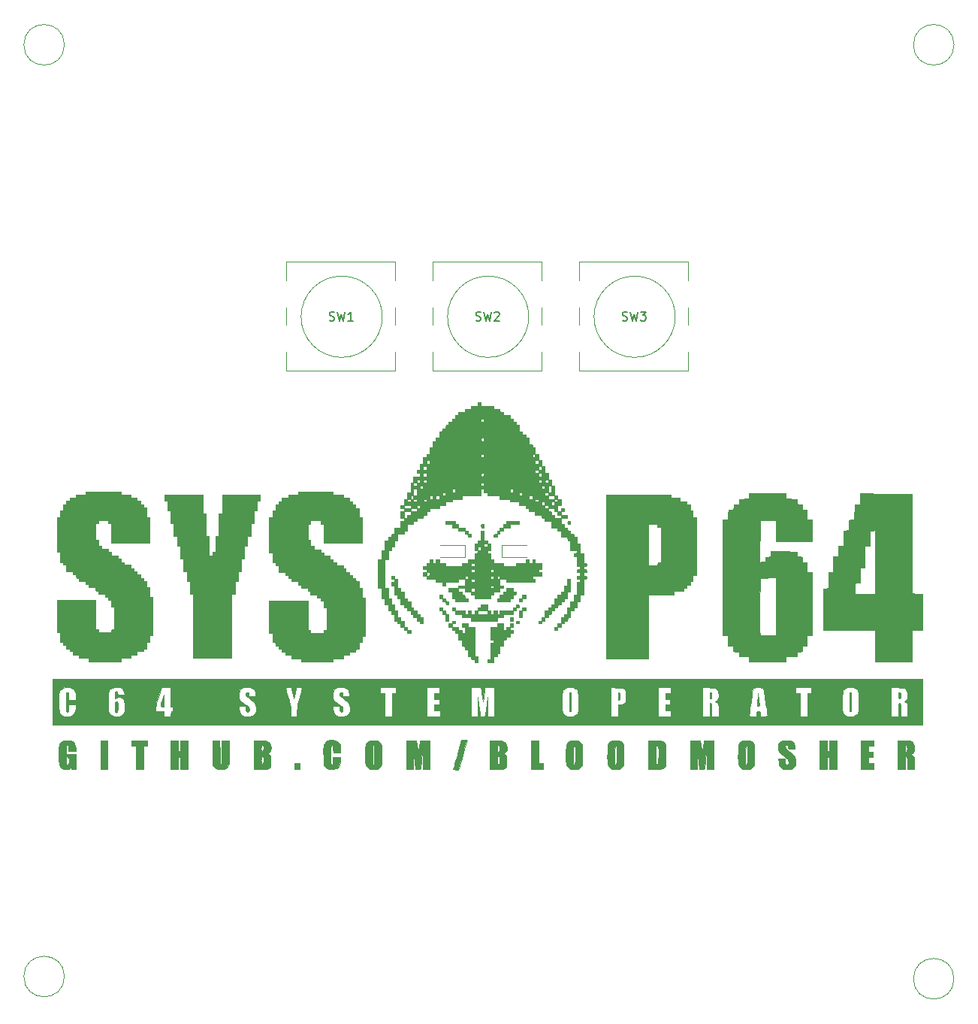
<source format=gbr>
%TF.GenerationSoftware,KiCad,Pcbnew,(5.1.9)-1*%
%TF.CreationDate,2025-05-03T12:54:25-07:00*%
%TF.ProjectId,RADA3K,52414441-334b-42e6-9b69-6361645f7063,rev?*%
%TF.SameCoordinates,Original*%
%TF.FileFunction,Legend,Top*%
%TF.FilePolarity,Positive*%
%FSLAX46Y46*%
G04 Gerber Fmt 4.6, Leading zero omitted, Abs format (unit mm)*
G04 Created by KiCad (PCBNEW (5.1.9)-1) date 2025-05-03 12:54:25*
%MOMM*%
%LPD*%
G01*
G04 APERTURE LIST*
%ADD10C,0.010000*%
%ADD11C,0.120000*%
%ADD12C,0.150000*%
G04 APERTURE END LIST*
D10*
%TO.C,G\u002A\u002A\u002A*%
G36*
X39579581Y-108633570D02*
G01*
X39727566Y-108652957D01*
X39848546Y-108693174D01*
X39943464Y-108742241D01*
X40123096Y-108871941D01*
X40244629Y-109031225D01*
X40318814Y-109240012D01*
X40355472Y-109505622D01*
X40381696Y-109852364D01*
X39537091Y-109852364D01*
X39537091Y-109579050D01*
X39530613Y-109372859D01*
X39507995Y-109243871D01*
X39464461Y-109177625D01*
X39398546Y-109159637D01*
X39313890Y-109195478D01*
X39288032Y-109232687D01*
X39278793Y-109302542D01*
X39271445Y-109447592D01*
X39265989Y-109650685D01*
X39262425Y-109894671D01*
X39260752Y-110162400D01*
X39260970Y-110436721D01*
X39263081Y-110700484D01*
X39267083Y-110936539D01*
X39272976Y-111127734D01*
X39280761Y-111256921D01*
X39288032Y-111303314D01*
X39352743Y-111365731D01*
X39450405Y-111367232D01*
X39527855Y-111320946D01*
X39558080Y-111244815D01*
X39577716Y-111101700D01*
X39583273Y-110951491D01*
X39580637Y-110784547D01*
X39568806Y-110689899D01*
X39541895Y-110647543D01*
X39494020Y-110637470D01*
X39490909Y-110637455D01*
X39435509Y-110625298D01*
X39407879Y-110573696D01*
X39398941Y-110459955D01*
X39398546Y-110406546D01*
X39398546Y-110175637D01*
X40368364Y-110175637D01*
X40368364Y-111884364D01*
X40115244Y-111884364D01*
X39968384Y-111880637D01*
X39888196Y-111862156D01*
X39849066Y-111817966D01*
X39831690Y-111763107D01*
X39805728Y-111683740D01*
X39778905Y-111686321D01*
X39756821Y-111721253D01*
X39667956Y-111805847D01*
X39520908Y-111877362D01*
X39349852Y-111921756D01*
X39249938Y-111929532D01*
X39109581Y-111909071D01*
X38949185Y-111859489D01*
X38910007Y-111842970D01*
X38769626Y-111769482D01*
X38658519Y-111683492D01*
X38573625Y-111574104D01*
X38511884Y-111430419D01*
X38470237Y-111241541D01*
X38445623Y-110996574D01*
X38434983Y-110684620D01*
X38435257Y-110294782D01*
X38437044Y-110158712D01*
X38443879Y-109797127D01*
X38454368Y-109515032D01*
X38471912Y-109299553D01*
X38499910Y-109137816D01*
X38541762Y-109016948D01*
X38600868Y-108924075D01*
X38680627Y-108846324D01*
X38784438Y-108770821D01*
X38807643Y-108755349D01*
X38917380Y-108690036D01*
X39021964Y-108651785D01*
X39152415Y-108633629D01*
X39339749Y-108628599D01*
X39372082Y-108628546D01*
X39579581Y-108633570D01*
G37*
X39579581Y-108633570D02*
X39727566Y-108652957D01*
X39848546Y-108693174D01*
X39943464Y-108742241D01*
X40123096Y-108871941D01*
X40244629Y-109031225D01*
X40318814Y-109240012D01*
X40355472Y-109505622D01*
X40381696Y-109852364D01*
X39537091Y-109852364D01*
X39537091Y-109579050D01*
X39530613Y-109372859D01*
X39507995Y-109243871D01*
X39464461Y-109177625D01*
X39398546Y-109159637D01*
X39313890Y-109195478D01*
X39288032Y-109232687D01*
X39278793Y-109302542D01*
X39271445Y-109447592D01*
X39265989Y-109650685D01*
X39262425Y-109894671D01*
X39260752Y-110162400D01*
X39260970Y-110436721D01*
X39263081Y-110700484D01*
X39267083Y-110936539D01*
X39272976Y-111127734D01*
X39280761Y-111256921D01*
X39288032Y-111303314D01*
X39352743Y-111365731D01*
X39450405Y-111367232D01*
X39527855Y-111320946D01*
X39558080Y-111244815D01*
X39577716Y-111101700D01*
X39583273Y-110951491D01*
X39580637Y-110784547D01*
X39568806Y-110689899D01*
X39541895Y-110647543D01*
X39494020Y-110637470D01*
X39490909Y-110637455D01*
X39435509Y-110625298D01*
X39407879Y-110573696D01*
X39398941Y-110459955D01*
X39398546Y-110406546D01*
X39398546Y-110175637D01*
X40368364Y-110175637D01*
X40368364Y-111884364D01*
X40115244Y-111884364D01*
X39968384Y-111880637D01*
X39888196Y-111862156D01*
X39849066Y-111817966D01*
X39831690Y-111763107D01*
X39805728Y-111683740D01*
X39778905Y-111686321D01*
X39756821Y-111721253D01*
X39667956Y-111805847D01*
X39520908Y-111877362D01*
X39349852Y-111921756D01*
X39249938Y-111929532D01*
X39109581Y-111909071D01*
X38949185Y-111859489D01*
X38910007Y-111842970D01*
X38769626Y-111769482D01*
X38658519Y-111683492D01*
X38573625Y-111574104D01*
X38511884Y-111430419D01*
X38470237Y-111241541D01*
X38445623Y-110996574D01*
X38434983Y-110684620D01*
X38435257Y-110294782D01*
X38437044Y-110158712D01*
X38443879Y-109797127D01*
X38454368Y-109515032D01*
X38471912Y-109299553D01*
X38499910Y-109137816D01*
X38541762Y-109016948D01*
X38600868Y-108924075D01*
X38680627Y-108846324D01*
X38784438Y-108770821D01*
X38807643Y-108755349D01*
X38917380Y-108690036D01*
X39021964Y-108651785D01*
X39152415Y-108633629D01*
X39339749Y-108628599D01*
X39372082Y-108628546D01*
X39579581Y-108633570D01*
G36*
X56589030Y-110002455D02*
G01*
X56592747Y-110390670D01*
X56596561Y-110696373D01*
X56601235Y-110929412D01*
X56607533Y-111099637D01*
X56616215Y-111216896D01*
X56628046Y-111291038D01*
X56643788Y-111331912D01*
X56664204Y-111349367D01*
X56690056Y-111353251D01*
X56693637Y-111353273D01*
X56720208Y-111350375D01*
X56741249Y-111335113D01*
X56757523Y-111297641D01*
X56769792Y-111228107D01*
X56778820Y-111116664D01*
X56785369Y-110953463D01*
X56790201Y-110728655D01*
X56794080Y-110432391D01*
X56797767Y-110054822D01*
X56798243Y-110002455D01*
X56810486Y-108651637D01*
X57640364Y-108651637D01*
X57640364Y-109964812D01*
X57638552Y-110383729D01*
X57633272Y-110741151D01*
X57624758Y-111030204D01*
X57613246Y-111244014D01*
X57598970Y-111375706D01*
X57591106Y-111407994D01*
X57466250Y-111614366D01*
X57275787Y-111773735D01*
X57036793Y-111880256D01*
X56766348Y-111928083D01*
X56481529Y-111911372D01*
X56279376Y-111856915D01*
X56055562Y-111736660D01*
X55886147Y-111567513D01*
X55793057Y-111378989D01*
X55781016Y-111290188D01*
X55770147Y-111122854D01*
X55760890Y-110890813D01*
X55753682Y-110607894D01*
X55748963Y-110287924D01*
X55747171Y-109944729D01*
X55747167Y-109933182D01*
X55746909Y-108651637D01*
X56576787Y-108651637D01*
X56589030Y-110002455D01*
G37*
X56589030Y-110002455D02*
X56592747Y-110390670D01*
X56596561Y-110696373D01*
X56601235Y-110929412D01*
X56607533Y-111099637D01*
X56616215Y-111216896D01*
X56628046Y-111291038D01*
X56643788Y-111331912D01*
X56664204Y-111349367D01*
X56690056Y-111353251D01*
X56693637Y-111353273D01*
X56720208Y-111350375D01*
X56741249Y-111335113D01*
X56757523Y-111297641D01*
X56769792Y-111228107D01*
X56778820Y-111116664D01*
X56785369Y-110953463D01*
X56790201Y-110728655D01*
X56794080Y-110432391D01*
X56797767Y-110054822D01*
X56798243Y-110002455D01*
X56810486Y-108651637D01*
X57640364Y-108651637D01*
X57640364Y-109964812D01*
X57638552Y-110383729D01*
X57633272Y-110741151D01*
X57624758Y-111030204D01*
X57613246Y-111244014D01*
X57598970Y-111375706D01*
X57591106Y-111407994D01*
X57466250Y-111614366D01*
X57275787Y-111773735D01*
X57036793Y-111880256D01*
X56766348Y-111928083D01*
X56481529Y-111911372D01*
X56279376Y-111856915D01*
X56055562Y-111736660D01*
X55886147Y-111567513D01*
X55793057Y-111378989D01*
X55781016Y-111290188D01*
X55770147Y-111122854D01*
X55760890Y-110890813D01*
X55753682Y-110607894D01*
X55748963Y-110287924D01*
X55747171Y-109944729D01*
X55747167Y-109933182D01*
X55746909Y-108651637D01*
X56576787Y-108651637D01*
X56589030Y-110002455D01*
G36*
X69557730Y-108647565D02*
G01*
X69808672Y-108752435D01*
X69949149Y-108857719D01*
X70071264Y-109009838D01*
X70150619Y-109203488D01*
X70192182Y-109455287D01*
X70201561Y-109702273D01*
X70201819Y-110037091D01*
X69374012Y-110037091D01*
X69360733Y-109610437D01*
X69352339Y-109407430D01*
X69339808Y-109279027D01*
X69319130Y-109207468D01*
X69286294Y-109174992D01*
X69260625Y-109167166D01*
X69169498Y-109181835D01*
X69134332Y-109212820D01*
X69122947Y-109275503D01*
X69113314Y-109413825D01*
X69105536Y-109611076D01*
X69099715Y-109850548D01*
X69095953Y-110115530D01*
X69094355Y-110389313D01*
X69095021Y-110655187D01*
X69098056Y-110896442D01*
X69103561Y-111096369D01*
X69111640Y-111238259D01*
X69121487Y-111303314D01*
X69186052Y-111366109D01*
X69232000Y-111376364D01*
X69295225Y-111360563D01*
X69336477Y-111303461D01*
X69359881Y-111190508D01*
X69369562Y-111007156D01*
X69370546Y-110887678D01*
X69370546Y-110545091D01*
X70201819Y-110545091D01*
X70200690Y-110810637D01*
X70177044Y-111147598D01*
X70105552Y-111413379D01*
X69980582Y-111618947D01*
X69796501Y-111775275D01*
X69670728Y-111842991D01*
X69454181Y-111906027D01*
X69196790Y-111925580D01*
X68939710Y-111900674D01*
X68801761Y-111863637D01*
X68577788Y-111748893D01*
X68414193Y-111577815D01*
X68361719Y-111491928D01*
X68335104Y-111427727D01*
X68314493Y-111336441D01*
X68298850Y-111205472D01*
X68287139Y-111022228D01*
X68278323Y-110774113D01*
X68271367Y-110448533D01*
X68270215Y-110379665D01*
X68266047Y-109992240D01*
X68268830Y-109684788D01*
X68280531Y-109445053D01*
X68303115Y-109260779D01*
X68338548Y-109119711D01*
X68388796Y-109009592D01*
X68455825Y-108918166D01*
X68514227Y-108858308D01*
X68733454Y-108711108D01*
X68996316Y-108626912D01*
X69279010Y-108605727D01*
X69557730Y-108647565D01*
G37*
X69557730Y-108647565D02*
X69808672Y-108752435D01*
X69949149Y-108857719D01*
X70071264Y-109009838D01*
X70150619Y-109203488D01*
X70192182Y-109455287D01*
X70201561Y-109702273D01*
X70201819Y-110037091D01*
X69374012Y-110037091D01*
X69360733Y-109610437D01*
X69352339Y-109407430D01*
X69339808Y-109279027D01*
X69319130Y-109207468D01*
X69286294Y-109174992D01*
X69260625Y-109167166D01*
X69169498Y-109181835D01*
X69134332Y-109212820D01*
X69122947Y-109275503D01*
X69113314Y-109413825D01*
X69105536Y-109611076D01*
X69099715Y-109850548D01*
X69095953Y-110115530D01*
X69094355Y-110389313D01*
X69095021Y-110655187D01*
X69098056Y-110896442D01*
X69103561Y-111096369D01*
X69111640Y-111238259D01*
X69121487Y-111303314D01*
X69186052Y-111366109D01*
X69232000Y-111376364D01*
X69295225Y-111360563D01*
X69336477Y-111303461D01*
X69359881Y-111190508D01*
X69369562Y-111007156D01*
X69370546Y-110887678D01*
X69370546Y-110545091D01*
X70201819Y-110545091D01*
X70200690Y-110810637D01*
X70177044Y-111147598D01*
X70105552Y-111413379D01*
X69980582Y-111618947D01*
X69796501Y-111775275D01*
X69670728Y-111842991D01*
X69454181Y-111906027D01*
X69196790Y-111925580D01*
X68939710Y-111900674D01*
X68801761Y-111863637D01*
X68577788Y-111748893D01*
X68414193Y-111577815D01*
X68361719Y-111491928D01*
X68335104Y-111427727D01*
X68314493Y-111336441D01*
X68298850Y-111205472D01*
X68287139Y-111022228D01*
X68278323Y-110774113D01*
X68271367Y-110448533D01*
X68270215Y-110379665D01*
X68266047Y-109992240D01*
X68268830Y-109684788D01*
X68280531Y-109445053D01*
X68303115Y-109260779D01*
X68338548Y-109119711D01*
X68388796Y-109009592D01*
X68455825Y-108918166D01*
X68514227Y-108858308D01*
X68733454Y-108711108D01*
X68996316Y-108626912D01*
X69279010Y-108605727D01*
X69557730Y-108647565D01*
G36*
X74117822Y-108632201D02*
G01*
X74254676Y-108647738D01*
X74360729Y-108682016D01*
X74466695Y-108741894D01*
X74487267Y-108755349D01*
X74592469Y-108828442D01*
X74674606Y-108900039D01*
X74736528Y-108982248D01*
X74781083Y-109087181D01*
X74811120Y-109226949D01*
X74829489Y-109413661D01*
X74839037Y-109659430D01*
X74842614Y-109976364D01*
X74843091Y-110268000D01*
X74842095Y-110646413D01*
X74837251Y-110944540D01*
X74825775Y-111174453D01*
X74804880Y-111348225D01*
X74771783Y-111477926D01*
X74723699Y-111575629D01*
X74657843Y-111653406D01*
X74571430Y-111723329D01*
X74495390Y-111775276D01*
X74354724Y-111851157D01*
X74197766Y-111893466D01*
X74000223Y-111912219D01*
X73813943Y-111913459D01*
X73642536Y-111901099D01*
X73538750Y-111881714D01*
X73361371Y-111788066D01*
X73194698Y-111633605D01*
X73066747Y-111448246D01*
X73017549Y-111325132D01*
X72998698Y-111199616D01*
X72985795Y-110989858D01*
X72981288Y-110797581D01*
X73811730Y-110797581D01*
X73813514Y-111027947D01*
X73817260Y-111200820D01*
X73822824Y-111302102D01*
X73826040Y-111321005D01*
X73884607Y-111366421D01*
X73930861Y-111367599D01*
X73956611Y-111356369D01*
X73976270Y-111326515D01*
X73990650Y-111267000D01*
X74000562Y-111166786D01*
X74006821Y-111014835D01*
X74010236Y-110800110D01*
X74011622Y-110511572D01*
X74011819Y-110267368D01*
X74011544Y-109923904D01*
X74010097Y-109661814D01*
X74006542Y-109470110D01*
X73999943Y-109337803D01*
X73989365Y-109253904D01*
X73973870Y-109207424D01*
X73952525Y-109187375D01*
X73924392Y-109182766D01*
X73919455Y-109182728D01*
X73889592Y-109186265D01*
X73866773Y-109204362D01*
X73849865Y-109248243D01*
X73837735Y-109329134D01*
X73829249Y-109458261D01*
X73823272Y-109646850D01*
X73818673Y-109906126D01*
X73814634Y-110220773D01*
X73812054Y-110523823D01*
X73811730Y-110797581D01*
X72981288Y-110797581D01*
X72979089Y-110703804D01*
X72978828Y-110349398D01*
X72981044Y-110158712D01*
X72987879Y-109797127D01*
X72998368Y-109515032D01*
X73015912Y-109299553D01*
X73043910Y-109137816D01*
X73085762Y-109016948D01*
X73144868Y-108924075D01*
X73224627Y-108846324D01*
X73328438Y-108770821D01*
X73351643Y-108755349D01*
X73460709Y-108690348D01*
X73564551Y-108652133D01*
X73693882Y-108633846D01*
X73879415Y-108628627D01*
X73919455Y-108628546D01*
X74117822Y-108632201D01*
G37*
X74117822Y-108632201D02*
X74254676Y-108647738D01*
X74360729Y-108682016D01*
X74466695Y-108741894D01*
X74487267Y-108755349D01*
X74592469Y-108828442D01*
X74674606Y-108900039D01*
X74736528Y-108982248D01*
X74781083Y-109087181D01*
X74811120Y-109226949D01*
X74829489Y-109413661D01*
X74839037Y-109659430D01*
X74842614Y-109976364D01*
X74843091Y-110268000D01*
X74842095Y-110646413D01*
X74837251Y-110944540D01*
X74825775Y-111174453D01*
X74804880Y-111348225D01*
X74771783Y-111477926D01*
X74723699Y-111575629D01*
X74657843Y-111653406D01*
X74571430Y-111723329D01*
X74495390Y-111775276D01*
X74354724Y-111851157D01*
X74197766Y-111893466D01*
X74000223Y-111912219D01*
X73813943Y-111913459D01*
X73642536Y-111901099D01*
X73538750Y-111881714D01*
X73361371Y-111788066D01*
X73194698Y-111633605D01*
X73066747Y-111448246D01*
X73017549Y-111325132D01*
X72998698Y-111199616D01*
X72985795Y-110989858D01*
X72981288Y-110797581D01*
X73811730Y-110797581D01*
X73813514Y-111027947D01*
X73817260Y-111200820D01*
X73822824Y-111302102D01*
X73826040Y-111321005D01*
X73884607Y-111366421D01*
X73930861Y-111367599D01*
X73956611Y-111356369D01*
X73976270Y-111326515D01*
X73990650Y-111267000D01*
X74000562Y-111166786D01*
X74006821Y-111014835D01*
X74010236Y-110800110D01*
X74011622Y-110511572D01*
X74011819Y-110267368D01*
X74011544Y-109923904D01*
X74010097Y-109661814D01*
X74006542Y-109470110D01*
X73999943Y-109337803D01*
X73989365Y-109253904D01*
X73973870Y-109207424D01*
X73952525Y-109187375D01*
X73924392Y-109182766D01*
X73919455Y-109182728D01*
X73889592Y-109186265D01*
X73866773Y-109204362D01*
X73849865Y-109248243D01*
X73837735Y-109329134D01*
X73829249Y-109458261D01*
X73823272Y-109646850D01*
X73818673Y-109906126D01*
X73814634Y-110220773D01*
X73812054Y-110523823D01*
X73811730Y-110797581D01*
X72981288Y-110797581D01*
X72979089Y-110703804D01*
X72978828Y-110349398D01*
X72981044Y-110158712D01*
X72987879Y-109797127D01*
X72998368Y-109515032D01*
X73015912Y-109299553D01*
X73043910Y-109137816D01*
X73085762Y-109016948D01*
X73144868Y-108924075D01*
X73224627Y-108846324D01*
X73328438Y-108770821D01*
X73351643Y-108755349D01*
X73460709Y-108690348D01*
X73564551Y-108652133D01*
X73693882Y-108633846D01*
X73879415Y-108628627D01*
X73919455Y-108628546D01*
X74117822Y-108632201D01*
G36*
X84332482Y-108608598D02*
G01*
X84425207Y-108620677D01*
X84458778Y-108645671D01*
X84455034Y-108675419D01*
X84435494Y-108736886D01*
X84393972Y-108874838D01*
X84334080Y-109077014D01*
X84259435Y-109331154D01*
X84173649Y-109624997D01*
X84080338Y-109946283D01*
X84077244Y-109956965D01*
X83977716Y-110299989D01*
X83880156Y-110635156D01*
X83789437Y-110945809D01*
X83710431Y-111215291D01*
X83648009Y-111426945D01*
X83611447Y-111549546D01*
X83496593Y-111930546D01*
X83199206Y-111930546D01*
X83047076Y-111925641D01*
X82939767Y-111912817D01*
X82901546Y-111895909D01*
X82913936Y-111845117D01*
X82949325Y-111715731D01*
X83004852Y-111517826D01*
X83077656Y-111261477D01*
X83164873Y-110956759D01*
X83263644Y-110613747D01*
X83371106Y-110242516D01*
X83373762Y-110233364D01*
X83846251Y-108605455D01*
X84164066Y-108605455D01*
X84332482Y-108608598D01*
G37*
X84332482Y-108608598D02*
X84425207Y-108620677D01*
X84458778Y-108645671D01*
X84455034Y-108675419D01*
X84435494Y-108736886D01*
X84393972Y-108874838D01*
X84334080Y-109077014D01*
X84259435Y-109331154D01*
X84173649Y-109624997D01*
X84080338Y-109946283D01*
X84077244Y-109956965D01*
X83977716Y-110299989D01*
X83880156Y-110635156D01*
X83789437Y-110945809D01*
X83710431Y-111215291D01*
X83648009Y-111426945D01*
X83611447Y-111549546D01*
X83496593Y-111930546D01*
X83199206Y-111930546D01*
X83047076Y-111925641D01*
X82939767Y-111912817D01*
X82901546Y-111895909D01*
X82913936Y-111845117D01*
X82949325Y-111715731D01*
X83004852Y-111517826D01*
X83077656Y-111261477D01*
X83164873Y-110956759D01*
X83263644Y-110613747D01*
X83371106Y-110242516D01*
X83373762Y-110233364D01*
X83846251Y-108605455D01*
X84164066Y-108605455D01*
X84332482Y-108608598D01*
G36*
X96746913Y-108632201D02*
G01*
X96883767Y-108647738D01*
X96989820Y-108682016D01*
X97095786Y-108741894D01*
X97116358Y-108755349D01*
X97221559Y-108828442D01*
X97303697Y-108900039D01*
X97365619Y-108982248D01*
X97410174Y-109087181D01*
X97440211Y-109226949D01*
X97458580Y-109413661D01*
X97468128Y-109659430D01*
X97471705Y-109976364D01*
X97472182Y-110268000D01*
X97471186Y-110646413D01*
X97466342Y-110944540D01*
X97454865Y-111174453D01*
X97433971Y-111348225D01*
X97400874Y-111477926D01*
X97352790Y-111575629D01*
X97286934Y-111653406D01*
X97200521Y-111723329D01*
X97124481Y-111775276D01*
X96983815Y-111851157D01*
X96826857Y-111893466D01*
X96629314Y-111912219D01*
X96443034Y-111913459D01*
X96271627Y-111901099D01*
X96167841Y-111881714D01*
X95990461Y-111788066D01*
X95823789Y-111633605D01*
X95695838Y-111448246D01*
X95646640Y-111325132D01*
X95627789Y-111199616D01*
X95614886Y-110989858D01*
X95610378Y-110797581D01*
X96440820Y-110797581D01*
X96442604Y-111027947D01*
X96446351Y-111200820D01*
X96451914Y-111302102D01*
X96455131Y-111321005D01*
X96513698Y-111366421D01*
X96559952Y-111367599D01*
X96585702Y-111356369D01*
X96605361Y-111326515D01*
X96619740Y-111267000D01*
X96629653Y-111166786D01*
X96635912Y-111014835D01*
X96639327Y-110800110D01*
X96640713Y-110511572D01*
X96640909Y-110267368D01*
X96640635Y-109923904D01*
X96639188Y-109661814D01*
X96635633Y-109470110D01*
X96629034Y-109337803D01*
X96618456Y-109253904D01*
X96602961Y-109207424D01*
X96581616Y-109187375D01*
X96553483Y-109182766D01*
X96548546Y-109182728D01*
X96518683Y-109186265D01*
X96495864Y-109204362D01*
X96478956Y-109248243D01*
X96466826Y-109329134D01*
X96458339Y-109458261D01*
X96452363Y-109646850D01*
X96447764Y-109906126D01*
X96443725Y-110220773D01*
X96441145Y-110523823D01*
X96440820Y-110797581D01*
X95610378Y-110797581D01*
X95608179Y-110703804D01*
X95607919Y-110349398D01*
X95610135Y-110158712D01*
X95616970Y-109797127D01*
X95627459Y-109515032D01*
X95645003Y-109299553D01*
X95673001Y-109137816D01*
X95714853Y-109016948D01*
X95773959Y-108924075D01*
X95853718Y-108846324D01*
X95957529Y-108770821D01*
X95980734Y-108755349D01*
X96089800Y-108690348D01*
X96193641Y-108652133D01*
X96322972Y-108633846D01*
X96508506Y-108628627D01*
X96548546Y-108628546D01*
X96746913Y-108632201D01*
G37*
X96746913Y-108632201D02*
X96883767Y-108647738D01*
X96989820Y-108682016D01*
X97095786Y-108741894D01*
X97116358Y-108755349D01*
X97221559Y-108828442D01*
X97303697Y-108900039D01*
X97365619Y-108982248D01*
X97410174Y-109087181D01*
X97440211Y-109226949D01*
X97458580Y-109413661D01*
X97468128Y-109659430D01*
X97471705Y-109976364D01*
X97472182Y-110268000D01*
X97471186Y-110646413D01*
X97466342Y-110944540D01*
X97454865Y-111174453D01*
X97433971Y-111348225D01*
X97400874Y-111477926D01*
X97352790Y-111575629D01*
X97286934Y-111653406D01*
X97200521Y-111723329D01*
X97124481Y-111775276D01*
X96983815Y-111851157D01*
X96826857Y-111893466D01*
X96629314Y-111912219D01*
X96443034Y-111913459D01*
X96271627Y-111901099D01*
X96167841Y-111881714D01*
X95990461Y-111788066D01*
X95823789Y-111633605D01*
X95695838Y-111448246D01*
X95646640Y-111325132D01*
X95627789Y-111199616D01*
X95614886Y-110989858D01*
X95610378Y-110797581D01*
X96440820Y-110797581D01*
X96442604Y-111027947D01*
X96446351Y-111200820D01*
X96451914Y-111302102D01*
X96455131Y-111321005D01*
X96513698Y-111366421D01*
X96559952Y-111367599D01*
X96585702Y-111356369D01*
X96605361Y-111326515D01*
X96619740Y-111267000D01*
X96629653Y-111166786D01*
X96635912Y-111014835D01*
X96639327Y-110800110D01*
X96640713Y-110511572D01*
X96640909Y-110267368D01*
X96640635Y-109923904D01*
X96639188Y-109661814D01*
X96635633Y-109470110D01*
X96629034Y-109337803D01*
X96618456Y-109253904D01*
X96602961Y-109207424D01*
X96581616Y-109187375D01*
X96553483Y-109182766D01*
X96548546Y-109182728D01*
X96518683Y-109186265D01*
X96495864Y-109204362D01*
X96478956Y-109248243D01*
X96466826Y-109329134D01*
X96458339Y-109458261D01*
X96452363Y-109646850D01*
X96447764Y-109906126D01*
X96443725Y-110220773D01*
X96441145Y-110523823D01*
X96440820Y-110797581D01*
X95610378Y-110797581D01*
X95608179Y-110703804D01*
X95607919Y-110349398D01*
X95610135Y-110158712D01*
X95616970Y-109797127D01*
X95627459Y-109515032D01*
X95645003Y-109299553D01*
X95673001Y-109137816D01*
X95714853Y-109016948D01*
X95773959Y-108924075D01*
X95853718Y-108846324D01*
X95957529Y-108770821D01*
X95980734Y-108755349D01*
X96089800Y-108690348D01*
X96193641Y-108652133D01*
X96322972Y-108633846D01*
X96508506Y-108628627D01*
X96548546Y-108628546D01*
X96746913Y-108632201D01*
G36*
X101411277Y-108632201D02*
G01*
X101548130Y-108647738D01*
X101654184Y-108682016D01*
X101760150Y-108741894D01*
X101780721Y-108755349D01*
X101885923Y-108828442D01*
X101968060Y-108900039D01*
X102029982Y-108982248D01*
X102074538Y-109087181D01*
X102104575Y-109226949D01*
X102122943Y-109413661D01*
X102132492Y-109659430D01*
X102136068Y-109976364D01*
X102136546Y-110268000D01*
X102135550Y-110646413D01*
X102130706Y-110944540D01*
X102119229Y-111174453D01*
X102098335Y-111348225D01*
X102065238Y-111477926D01*
X102017153Y-111575629D01*
X101951297Y-111653406D01*
X101864885Y-111723329D01*
X101788845Y-111775276D01*
X101648179Y-111851157D01*
X101491220Y-111893466D01*
X101293678Y-111912219D01*
X101107398Y-111913459D01*
X100935990Y-111901099D01*
X100832205Y-111881714D01*
X100654825Y-111788066D01*
X100488153Y-111633605D01*
X100360202Y-111448246D01*
X100311004Y-111325132D01*
X100292153Y-111199616D01*
X100279249Y-110989858D01*
X100274742Y-110797581D01*
X101105184Y-110797581D01*
X101106968Y-111027947D01*
X101110715Y-111200820D01*
X101116278Y-111302102D01*
X101119495Y-111321005D01*
X101178062Y-111366421D01*
X101224315Y-111367599D01*
X101250065Y-111356369D01*
X101269724Y-111326515D01*
X101284104Y-111267000D01*
X101294017Y-111166786D01*
X101300275Y-111014835D01*
X101303691Y-110800110D01*
X101305076Y-110511572D01*
X101305273Y-110267368D01*
X101304999Y-109923904D01*
X101303552Y-109661814D01*
X101299997Y-109470110D01*
X101293398Y-109337803D01*
X101282819Y-109253904D01*
X101267325Y-109207424D01*
X101245979Y-109187375D01*
X101217847Y-109182766D01*
X101212909Y-109182728D01*
X101183046Y-109186265D01*
X101160228Y-109204362D01*
X101143320Y-109248243D01*
X101131190Y-109329134D01*
X101122703Y-109458261D01*
X101116727Y-109646850D01*
X101112127Y-109906126D01*
X101108089Y-110220773D01*
X101105509Y-110523823D01*
X101105184Y-110797581D01*
X100274742Y-110797581D01*
X100272543Y-110703804D01*
X100272282Y-110349398D01*
X100274499Y-110158712D01*
X100281333Y-109797127D01*
X100291823Y-109515032D01*
X100309367Y-109299553D01*
X100337365Y-109137816D01*
X100379217Y-109016948D01*
X100438322Y-108924075D01*
X100518081Y-108846324D01*
X100621893Y-108770821D01*
X100645097Y-108755349D01*
X100754163Y-108690348D01*
X100858005Y-108652133D01*
X100987336Y-108633846D01*
X101172870Y-108628627D01*
X101212909Y-108628546D01*
X101411277Y-108632201D01*
G37*
X101411277Y-108632201D02*
X101548130Y-108647738D01*
X101654184Y-108682016D01*
X101760150Y-108741894D01*
X101780721Y-108755349D01*
X101885923Y-108828442D01*
X101968060Y-108900039D01*
X102029982Y-108982248D01*
X102074538Y-109087181D01*
X102104575Y-109226949D01*
X102122943Y-109413661D01*
X102132492Y-109659430D01*
X102136068Y-109976364D01*
X102136546Y-110268000D01*
X102135550Y-110646413D01*
X102130706Y-110944540D01*
X102119229Y-111174453D01*
X102098335Y-111348225D01*
X102065238Y-111477926D01*
X102017153Y-111575629D01*
X101951297Y-111653406D01*
X101864885Y-111723329D01*
X101788845Y-111775276D01*
X101648179Y-111851157D01*
X101491220Y-111893466D01*
X101293678Y-111912219D01*
X101107398Y-111913459D01*
X100935990Y-111901099D01*
X100832205Y-111881714D01*
X100654825Y-111788066D01*
X100488153Y-111633605D01*
X100360202Y-111448246D01*
X100311004Y-111325132D01*
X100292153Y-111199616D01*
X100279249Y-110989858D01*
X100274742Y-110797581D01*
X101105184Y-110797581D01*
X101106968Y-111027947D01*
X101110715Y-111200820D01*
X101116278Y-111302102D01*
X101119495Y-111321005D01*
X101178062Y-111366421D01*
X101224315Y-111367599D01*
X101250065Y-111356369D01*
X101269724Y-111326515D01*
X101284104Y-111267000D01*
X101294017Y-111166786D01*
X101300275Y-111014835D01*
X101303691Y-110800110D01*
X101305076Y-110511572D01*
X101305273Y-110267368D01*
X101304999Y-109923904D01*
X101303552Y-109661814D01*
X101299997Y-109470110D01*
X101293398Y-109337803D01*
X101282819Y-109253904D01*
X101267325Y-109207424D01*
X101245979Y-109187375D01*
X101217847Y-109182766D01*
X101212909Y-109182728D01*
X101183046Y-109186265D01*
X101160228Y-109204362D01*
X101143320Y-109248243D01*
X101131190Y-109329134D01*
X101122703Y-109458261D01*
X101116727Y-109646850D01*
X101112127Y-109906126D01*
X101108089Y-110220773D01*
X101105509Y-110523823D01*
X101105184Y-110797581D01*
X100274742Y-110797581D01*
X100272543Y-110703804D01*
X100272282Y-110349398D01*
X100274499Y-110158712D01*
X100281333Y-109797127D01*
X100291823Y-109515032D01*
X100309367Y-109299553D01*
X100337365Y-109137816D01*
X100379217Y-109016948D01*
X100438322Y-108924075D01*
X100518081Y-108846324D01*
X100621893Y-108770821D01*
X100645097Y-108755349D01*
X100754163Y-108690348D01*
X100858005Y-108652133D01*
X100987336Y-108633846D01*
X101172870Y-108628627D01*
X101212909Y-108628546D01*
X101411277Y-108632201D01*
G36*
X116143277Y-108632201D02*
G01*
X116280130Y-108647738D01*
X116386184Y-108682016D01*
X116492150Y-108741894D01*
X116512721Y-108755349D01*
X116617923Y-108828442D01*
X116700060Y-108900039D01*
X116761982Y-108982248D01*
X116806538Y-109087181D01*
X116836575Y-109226949D01*
X116854943Y-109413661D01*
X116864492Y-109659430D01*
X116868068Y-109976364D01*
X116868546Y-110268000D01*
X116867550Y-110646413D01*
X116862706Y-110944540D01*
X116851229Y-111174453D01*
X116830335Y-111348225D01*
X116797238Y-111477926D01*
X116749153Y-111575629D01*
X116683297Y-111653406D01*
X116596885Y-111723329D01*
X116520845Y-111775276D01*
X116380179Y-111851157D01*
X116223220Y-111893466D01*
X116025678Y-111912219D01*
X115839398Y-111913459D01*
X115667990Y-111901099D01*
X115564205Y-111881714D01*
X115386825Y-111788066D01*
X115220153Y-111633605D01*
X115092202Y-111448246D01*
X115043004Y-111325132D01*
X115024153Y-111199616D01*
X115011249Y-110989858D01*
X115006742Y-110797581D01*
X115837184Y-110797581D01*
X115838968Y-111027947D01*
X115842715Y-111200820D01*
X115848278Y-111302102D01*
X115851495Y-111321005D01*
X115910062Y-111366421D01*
X115956315Y-111367599D01*
X115982065Y-111356369D01*
X116001724Y-111326515D01*
X116016104Y-111267000D01*
X116026017Y-111166786D01*
X116032275Y-111014835D01*
X116035691Y-110800110D01*
X116037076Y-110511572D01*
X116037273Y-110267368D01*
X116036999Y-109923904D01*
X116035552Y-109661814D01*
X116031997Y-109470110D01*
X116025398Y-109337803D01*
X116014819Y-109253904D01*
X115999325Y-109207424D01*
X115977979Y-109187375D01*
X115949847Y-109182766D01*
X115944909Y-109182728D01*
X115915046Y-109186265D01*
X115892228Y-109204362D01*
X115875320Y-109248243D01*
X115863190Y-109329134D01*
X115854703Y-109458261D01*
X115848727Y-109646850D01*
X115844127Y-109906126D01*
X115840089Y-110220773D01*
X115837509Y-110523823D01*
X115837184Y-110797581D01*
X115006742Y-110797581D01*
X115004543Y-110703804D01*
X115004282Y-110349398D01*
X115006499Y-110158712D01*
X115013333Y-109797127D01*
X115023823Y-109515032D01*
X115041367Y-109299553D01*
X115069365Y-109137816D01*
X115111217Y-109016948D01*
X115170322Y-108924075D01*
X115250081Y-108846324D01*
X115353893Y-108770821D01*
X115377097Y-108755349D01*
X115486163Y-108690348D01*
X115590005Y-108652133D01*
X115719336Y-108633846D01*
X115904870Y-108628627D01*
X115944909Y-108628546D01*
X116143277Y-108632201D01*
G37*
X116143277Y-108632201D02*
X116280130Y-108647738D01*
X116386184Y-108682016D01*
X116492150Y-108741894D01*
X116512721Y-108755349D01*
X116617923Y-108828442D01*
X116700060Y-108900039D01*
X116761982Y-108982248D01*
X116806538Y-109087181D01*
X116836575Y-109226949D01*
X116854943Y-109413661D01*
X116864492Y-109659430D01*
X116868068Y-109976364D01*
X116868546Y-110268000D01*
X116867550Y-110646413D01*
X116862706Y-110944540D01*
X116851229Y-111174453D01*
X116830335Y-111348225D01*
X116797238Y-111477926D01*
X116749153Y-111575629D01*
X116683297Y-111653406D01*
X116596885Y-111723329D01*
X116520845Y-111775276D01*
X116380179Y-111851157D01*
X116223220Y-111893466D01*
X116025678Y-111912219D01*
X115839398Y-111913459D01*
X115667990Y-111901099D01*
X115564205Y-111881714D01*
X115386825Y-111788066D01*
X115220153Y-111633605D01*
X115092202Y-111448246D01*
X115043004Y-111325132D01*
X115024153Y-111199616D01*
X115011249Y-110989858D01*
X115006742Y-110797581D01*
X115837184Y-110797581D01*
X115838968Y-111027947D01*
X115842715Y-111200820D01*
X115848278Y-111302102D01*
X115851495Y-111321005D01*
X115910062Y-111366421D01*
X115956315Y-111367599D01*
X115982065Y-111356369D01*
X116001724Y-111326515D01*
X116016104Y-111267000D01*
X116026017Y-111166786D01*
X116032275Y-111014835D01*
X116035691Y-110800110D01*
X116037076Y-110511572D01*
X116037273Y-110267368D01*
X116036999Y-109923904D01*
X116035552Y-109661814D01*
X116031997Y-109470110D01*
X116025398Y-109337803D01*
X116014819Y-109253904D01*
X115999325Y-109207424D01*
X115977979Y-109187375D01*
X115949847Y-109182766D01*
X115944909Y-109182728D01*
X115915046Y-109186265D01*
X115892228Y-109204362D01*
X115875320Y-109248243D01*
X115863190Y-109329134D01*
X115854703Y-109458261D01*
X115848727Y-109646850D01*
X115844127Y-109906126D01*
X115840089Y-110220773D01*
X115837509Y-110523823D01*
X115837184Y-110797581D01*
X115006742Y-110797581D01*
X115004543Y-110703804D01*
X115004282Y-110349398D01*
X115006499Y-110158712D01*
X115013333Y-109797127D01*
X115023823Y-109515032D01*
X115041367Y-109299553D01*
X115069365Y-109137816D01*
X115111217Y-109016948D01*
X115170322Y-108924075D01*
X115250081Y-108846324D01*
X115353893Y-108770821D01*
X115377097Y-108755349D01*
X115486163Y-108690348D01*
X115590005Y-108652133D01*
X115719336Y-108633846D01*
X115904870Y-108628627D01*
X115944909Y-108628546D01*
X116143277Y-108632201D01*
G36*
X120684899Y-108632177D02*
G01*
X120836265Y-108646724D01*
X120954224Y-108677669D01*
X121068176Y-108730493D01*
X121094182Y-108744786D01*
X121253587Y-108863156D01*
X121353835Y-109016138D01*
X121404265Y-109222879D01*
X121414848Y-109402091D01*
X121417455Y-109621455D01*
X120683606Y-109621455D01*
X120669531Y-109402091D01*
X120654583Y-109266238D01*
X120623874Y-109197372D01*
X120564379Y-109170154D01*
X120549004Y-109167637D01*
X120418628Y-109183055D01*
X120337195Y-109258455D01*
X120309954Y-109372445D01*
X120342151Y-109503633D01*
X120436091Y-109627960D01*
X120536261Y-109711260D01*
X120683327Y-109823826D01*
X120847724Y-109943114D01*
X120869458Y-109958381D01*
X121131535Y-110159804D01*
X121316062Y-110351289D01*
X121433153Y-110551980D01*
X121492924Y-110781021D01*
X121505491Y-111057557D01*
X121501463Y-111154512D01*
X121468746Y-111400751D01*
X121394411Y-111581255D01*
X121265623Y-111718052D01*
X121120905Y-111807653D01*
X120961909Y-111862397D01*
X120748598Y-111900406D01*
X120517581Y-111918597D01*
X120305465Y-111913887D01*
X120163278Y-111888277D01*
X119925372Y-111784674D01*
X119757391Y-111643745D01*
X119649357Y-111451461D01*
X119591292Y-111193796D01*
X119579737Y-111067968D01*
X119558036Y-110729819D01*
X120309091Y-110729819D01*
X120309091Y-110997673D01*
X120322065Y-111192980D01*
X120365840Y-111312011D01*
X120447697Y-111367807D01*
X120520491Y-111376364D01*
X120641509Y-111342079D01*
X120706306Y-111237613D01*
X120716209Y-111060550D01*
X120712879Y-111026127D01*
X120674779Y-110857970D01*
X120599435Y-110752588D01*
X120580417Y-110737864D01*
X120495126Y-110677942D01*
X120357165Y-110581818D01*
X120189889Y-110465745D01*
X120101775Y-110404768D01*
X119859809Y-110222657D01*
X119692971Y-110054962D01*
X119590409Y-109882358D01*
X119541272Y-109685519D01*
X119534707Y-109445121D01*
X119537014Y-109399042D01*
X119575781Y-109123167D01*
X119661221Y-108915648D01*
X119801646Y-108769627D01*
X120005365Y-108678246D01*
X120280690Y-108634647D01*
X120470728Y-108628546D01*
X120684899Y-108632177D01*
G37*
X120684899Y-108632177D02*
X120836265Y-108646724D01*
X120954224Y-108677669D01*
X121068176Y-108730493D01*
X121094182Y-108744786D01*
X121253587Y-108863156D01*
X121353835Y-109016138D01*
X121404265Y-109222879D01*
X121414848Y-109402091D01*
X121417455Y-109621455D01*
X120683606Y-109621455D01*
X120669531Y-109402091D01*
X120654583Y-109266238D01*
X120623874Y-109197372D01*
X120564379Y-109170154D01*
X120549004Y-109167637D01*
X120418628Y-109183055D01*
X120337195Y-109258455D01*
X120309954Y-109372445D01*
X120342151Y-109503633D01*
X120436091Y-109627960D01*
X120536261Y-109711260D01*
X120683327Y-109823826D01*
X120847724Y-109943114D01*
X120869458Y-109958381D01*
X121131535Y-110159804D01*
X121316062Y-110351289D01*
X121433153Y-110551980D01*
X121492924Y-110781021D01*
X121505491Y-111057557D01*
X121501463Y-111154512D01*
X121468746Y-111400751D01*
X121394411Y-111581255D01*
X121265623Y-111718052D01*
X121120905Y-111807653D01*
X120961909Y-111862397D01*
X120748598Y-111900406D01*
X120517581Y-111918597D01*
X120305465Y-111913887D01*
X120163278Y-111888277D01*
X119925372Y-111784674D01*
X119757391Y-111643745D01*
X119649357Y-111451461D01*
X119591292Y-111193796D01*
X119579737Y-111067968D01*
X119558036Y-110729819D01*
X120309091Y-110729819D01*
X120309091Y-110997673D01*
X120322065Y-111192980D01*
X120365840Y-111312011D01*
X120447697Y-111367807D01*
X120520491Y-111376364D01*
X120641509Y-111342079D01*
X120706306Y-111237613D01*
X120716209Y-111060550D01*
X120712879Y-111026127D01*
X120674779Y-110857970D01*
X120599435Y-110752588D01*
X120580417Y-110737864D01*
X120495126Y-110677942D01*
X120357165Y-110581818D01*
X120189889Y-110465745D01*
X120101775Y-110404768D01*
X119859809Y-110222657D01*
X119692971Y-110054962D01*
X119590409Y-109882358D01*
X119541272Y-109685519D01*
X119534707Y-109445121D01*
X119537014Y-109399042D01*
X119575781Y-109123167D01*
X119661221Y-108915648D01*
X119801646Y-108769627D01*
X120005365Y-108678246D01*
X120280690Y-108634647D01*
X120470728Y-108628546D01*
X120684899Y-108632177D01*
G36*
X43970546Y-111884364D02*
G01*
X43139273Y-111884364D01*
X43139273Y-108651637D01*
X43970546Y-108651637D01*
X43970546Y-111884364D01*
G37*
X43970546Y-111884364D02*
X43139273Y-111884364D01*
X43139273Y-108651637D01*
X43970546Y-108651637D01*
X43970546Y-111884364D01*
G36*
X48450182Y-109298182D02*
G01*
X47988364Y-109298182D01*
X47988364Y-111884364D01*
X47157091Y-111884364D01*
X47157091Y-109298182D01*
X46649091Y-109298182D01*
X46649091Y-108651637D01*
X48450182Y-108651637D01*
X48450182Y-109298182D01*
G37*
X48450182Y-109298182D02*
X47988364Y-109298182D01*
X47988364Y-111884364D01*
X47157091Y-111884364D01*
X47157091Y-109298182D01*
X46649091Y-109298182D01*
X46649091Y-108651637D01*
X48450182Y-108651637D01*
X48450182Y-109298182D01*
G36*
X51867637Y-109852364D02*
G01*
X52144728Y-109852364D01*
X52144728Y-108651637D01*
X52976000Y-108651637D01*
X52976000Y-111884364D01*
X52144728Y-111884364D01*
X52144728Y-110498909D01*
X51867637Y-110498909D01*
X51867637Y-111884364D01*
X51036364Y-111884364D01*
X51036364Y-108651637D01*
X51867637Y-108651637D01*
X51867637Y-109852364D01*
G37*
X51867637Y-109852364D02*
X52144728Y-109852364D01*
X52144728Y-108651637D01*
X52976000Y-108651637D01*
X52976000Y-111884364D01*
X52144728Y-111884364D01*
X52144728Y-110498909D01*
X51867637Y-110498909D01*
X51867637Y-111884364D01*
X51036364Y-111884364D01*
X51036364Y-108651637D01*
X51867637Y-108651637D01*
X51867637Y-109852364D01*
G36*
X61023182Y-108651894D02*
G01*
X61270172Y-108655797D01*
X61500513Y-108666261D01*
X61689671Y-108681731D01*
X61813112Y-108700653D01*
X61819819Y-108702379D01*
X62043835Y-108800683D01*
X62204776Y-108959136D01*
X62305413Y-109182251D01*
X62348516Y-109474547D01*
X62350652Y-109567280D01*
X62342716Y-109726007D01*
X62309088Y-109832991D01*
X62235662Y-109928122D01*
X62215916Y-109948280D01*
X62104171Y-110035277D01*
X61995614Y-110082427D01*
X61973462Y-110085081D01*
X61909541Y-110089988D01*
X61920868Y-110108575D01*
X62004546Y-110148044D01*
X62131066Y-110211980D01*
X62219751Y-110284740D01*
X62277184Y-110383248D01*
X62309948Y-110524429D01*
X62324627Y-110725211D01*
X62327819Y-110979153D01*
X62324156Y-111251958D01*
X62306253Y-111463626D01*
X62263735Y-111621902D01*
X62186228Y-111734530D01*
X62063358Y-111809254D01*
X61884750Y-111853818D01*
X61640031Y-111875967D01*
X61318826Y-111883444D01*
X61115546Y-111884106D01*
X60411273Y-111884364D01*
X60411273Y-110868364D01*
X61242546Y-110868364D01*
X61244127Y-111079561D01*
X61250845Y-111214876D01*
X61265662Y-111290766D01*
X61291540Y-111323687D01*
X61325673Y-111330182D01*
X61428115Y-111300943D01*
X61464219Y-111274764D01*
X61494337Y-111197375D01*
X61513663Y-111047441D01*
X61519637Y-110868364D01*
X61511436Y-110650286D01*
X61483015Y-110509789D01*
X61428646Y-110433236D01*
X61342601Y-110406988D01*
X61325673Y-110406546D01*
X61287658Y-110415329D01*
X61263301Y-110452651D01*
X61249641Y-110534967D01*
X61243715Y-110678733D01*
X61242546Y-110868364D01*
X60411273Y-110868364D01*
X60411273Y-109552182D01*
X61242546Y-109552182D01*
X61245158Y-109730433D01*
X61255986Y-109835096D01*
X61279518Y-109884871D01*
X61320243Y-109898457D01*
X61325673Y-109898546D01*
X61428115Y-109869307D01*
X61464219Y-109843128D01*
X61496283Y-109767342D01*
X61516293Y-109635906D01*
X61519637Y-109552182D01*
X61502623Y-109362580D01*
X61448238Y-109250530D01*
X61351463Y-109207070D01*
X61325673Y-109205819D01*
X61282893Y-109216702D01*
X61257774Y-109261819D01*
X61245828Y-109359870D01*
X61242567Y-109529555D01*
X61242546Y-109552182D01*
X60411273Y-109552182D01*
X60411273Y-108651637D01*
X61023182Y-108651894D01*
G37*
X61023182Y-108651894D02*
X61270172Y-108655797D01*
X61500513Y-108666261D01*
X61689671Y-108681731D01*
X61813112Y-108700653D01*
X61819819Y-108702379D01*
X62043835Y-108800683D01*
X62204776Y-108959136D01*
X62305413Y-109182251D01*
X62348516Y-109474547D01*
X62350652Y-109567280D01*
X62342716Y-109726007D01*
X62309088Y-109832991D01*
X62235662Y-109928122D01*
X62215916Y-109948280D01*
X62104171Y-110035277D01*
X61995614Y-110082427D01*
X61973462Y-110085081D01*
X61909541Y-110089988D01*
X61920868Y-110108575D01*
X62004546Y-110148044D01*
X62131066Y-110211980D01*
X62219751Y-110284740D01*
X62277184Y-110383248D01*
X62309948Y-110524429D01*
X62324627Y-110725211D01*
X62327819Y-110979153D01*
X62324156Y-111251958D01*
X62306253Y-111463626D01*
X62263735Y-111621902D01*
X62186228Y-111734530D01*
X62063358Y-111809254D01*
X61884750Y-111853818D01*
X61640031Y-111875967D01*
X61318826Y-111883444D01*
X61115546Y-111884106D01*
X60411273Y-111884364D01*
X60411273Y-110868364D01*
X61242546Y-110868364D01*
X61244127Y-111079561D01*
X61250845Y-111214876D01*
X61265662Y-111290766D01*
X61291540Y-111323687D01*
X61325673Y-111330182D01*
X61428115Y-111300943D01*
X61464219Y-111274764D01*
X61494337Y-111197375D01*
X61513663Y-111047441D01*
X61519637Y-110868364D01*
X61511436Y-110650286D01*
X61483015Y-110509789D01*
X61428646Y-110433236D01*
X61342601Y-110406988D01*
X61325673Y-110406546D01*
X61287658Y-110415329D01*
X61263301Y-110452651D01*
X61249641Y-110534967D01*
X61243715Y-110678733D01*
X61242546Y-110868364D01*
X60411273Y-110868364D01*
X60411273Y-109552182D01*
X61242546Y-109552182D01*
X61245158Y-109730433D01*
X61255986Y-109835096D01*
X61279518Y-109884871D01*
X61320243Y-109898457D01*
X61325673Y-109898546D01*
X61428115Y-109869307D01*
X61464219Y-109843128D01*
X61496283Y-109767342D01*
X61516293Y-109635906D01*
X61519637Y-109552182D01*
X61502623Y-109362580D01*
X61448238Y-109250530D01*
X61351463Y-109207070D01*
X61325673Y-109205819D01*
X61282893Y-109216702D01*
X61257774Y-109261819D01*
X61245828Y-109359870D01*
X61242567Y-109529555D01*
X61242546Y-109552182D01*
X60411273Y-109552182D01*
X60411273Y-108651637D01*
X61023182Y-108651894D01*
G36*
X65629819Y-111884364D02*
G01*
X65029455Y-111884364D01*
X65029455Y-111237819D01*
X65629819Y-111237819D01*
X65629819Y-111884364D01*
G37*
X65629819Y-111884364D02*
X65029455Y-111884364D01*
X65029455Y-111237819D01*
X65629819Y-111237819D01*
X65629819Y-111884364D01*
G36*
X78793104Y-109055728D02*
G01*
X78828085Y-109302461D01*
X78866564Y-109573201D01*
X78900663Y-109812520D01*
X78903055Y-109829273D01*
X78955816Y-110198728D01*
X79014460Y-109760000D01*
X79047506Y-109516978D01*
X79083288Y-109260446D01*
X79115349Y-109036553D01*
X79122711Y-108986455D01*
X79172319Y-108651637D01*
X80223273Y-108651637D01*
X80223273Y-111884364D01*
X79486036Y-111884364D01*
X79473654Y-110787546D01*
X79461273Y-109690728D01*
X79355078Y-110637455D01*
X79313947Y-111009227D01*
X79281573Y-111299438D01*
X79254531Y-111518082D01*
X79229395Y-111675156D01*
X79202743Y-111780655D01*
X79171148Y-111844575D01*
X79131187Y-111876910D01*
X79079435Y-111887656D01*
X79012467Y-111886809D01*
X78927872Y-111884364D01*
X78658751Y-111884364D01*
X78631438Y-111688091D01*
X78617092Y-111579995D01*
X78593806Y-111398753D01*
X78563926Y-111162893D01*
X78529802Y-110890942D01*
X78495383Y-110614364D01*
X78386640Y-109736909D01*
X78381320Y-110810637D01*
X78376000Y-111884364D01*
X77637091Y-111884364D01*
X77637091Y-108651637D01*
X78735915Y-108651637D01*
X78793104Y-109055728D01*
G37*
X78793104Y-109055728D02*
X78828085Y-109302461D01*
X78866564Y-109573201D01*
X78900663Y-109812520D01*
X78903055Y-109829273D01*
X78955816Y-110198728D01*
X79014460Y-109760000D01*
X79047506Y-109516978D01*
X79083288Y-109260446D01*
X79115349Y-109036553D01*
X79122711Y-108986455D01*
X79172319Y-108651637D01*
X80223273Y-108651637D01*
X80223273Y-111884364D01*
X79486036Y-111884364D01*
X79473654Y-110787546D01*
X79461273Y-109690728D01*
X79355078Y-110637455D01*
X79313947Y-111009227D01*
X79281573Y-111299438D01*
X79254531Y-111518082D01*
X79229395Y-111675156D01*
X79202743Y-111780655D01*
X79171148Y-111844575D01*
X79131187Y-111876910D01*
X79079435Y-111887656D01*
X79012467Y-111886809D01*
X78927872Y-111884364D01*
X78658751Y-111884364D01*
X78631438Y-111688091D01*
X78617092Y-111579995D01*
X78593806Y-111398753D01*
X78563926Y-111162893D01*
X78529802Y-110890942D01*
X78495383Y-110614364D01*
X78386640Y-109736909D01*
X78381320Y-110810637D01*
X78376000Y-111884364D01*
X77637091Y-111884364D01*
X77637091Y-108651637D01*
X78735915Y-108651637D01*
X78793104Y-109055728D01*
G36*
X87623909Y-108651894D02*
G01*
X87870899Y-108655797D01*
X88101240Y-108666261D01*
X88290398Y-108681731D01*
X88413840Y-108700653D01*
X88420546Y-108702379D01*
X88644562Y-108800683D01*
X88805503Y-108959136D01*
X88906140Y-109182251D01*
X88949244Y-109474547D01*
X88951379Y-109567280D01*
X88943443Y-109726007D01*
X88909815Y-109832991D01*
X88836389Y-109928122D01*
X88816644Y-109948280D01*
X88704899Y-110035277D01*
X88596341Y-110082427D01*
X88574189Y-110085081D01*
X88510268Y-110089988D01*
X88521595Y-110108575D01*
X88605273Y-110148044D01*
X88731793Y-110211980D01*
X88820478Y-110284740D01*
X88877911Y-110383248D01*
X88910676Y-110524429D01*
X88925355Y-110725211D01*
X88928546Y-110979153D01*
X88924883Y-111251958D01*
X88906980Y-111463626D01*
X88864462Y-111621902D01*
X88786955Y-111734530D01*
X88664085Y-111809254D01*
X88485477Y-111853818D01*
X88240758Y-111875967D01*
X87919554Y-111883444D01*
X87716273Y-111884106D01*
X87012000Y-111884364D01*
X87012000Y-110868364D01*
X87843273Y-110868364D01*
X87844854Y-111079561D01*
X87851572Y-111214876D01*
X87866389Y-111290766D01*
X87892267Y-111323687D01*
X87926400Y-111330182D01*
X88028842Y-111300943D01*
X88064946Y-111274764D01*
X88095064Y-111197375D01*
X88114390Y-111047441D01*
X88120364Y-110868364D01*
X88112163Y-110650286D01*
X88083742Y-110509789D01*
X88029373Y-110433236D01*
X87943328Y-110406988D01*
X87926400Y-110406546D01*
X87888385Y-110415329D01*
X87864028Y-110452651D01*
X87850368Y-110534967D01*
X87844442Y-110678733D01*
X87843273Y-110868364D01*
X87012000Y-110868364D01*
X87012000Y-109552182D01*
X87843273Y-109552182D01*
X87845885Y-109730433D01*
X87856713Y-109835096D01*
X87880245Y-109884871D01*
X87920970Y-109898457D01*
X87926400Y-109898546D01*
X88028842Y-109869307D01*
X88064946Y-109843128D01*
X88097010Y-109767342D01*
X88117020Y-109635906D01*
X88120364Y-109552182D01*
X88103351Y-109362580D01*
X88048965Y-109250530D01*
X87952190Y-109207070D01*
X87926400Y-109205819D01*
X87883620Y-109216702D01*
X87858501Y-109261819D01*
X87846555Y-109359870D01*
X87843294Y-109529555D01*
X87843273Y-109552182D01*
X87012000Y-109552182D01*
X87012000Y-108651637D01*
X87623909Y-108651894D01*
G37*
X87623909Y-108651894D02*
X87870899Y-108655797D01*
X88101240Y-108666261D01*
X88290398Y-108681731D01*
X88413840Y-108700653D01*
X88420546Y-108702379D01*
X88644562Y-108800683D01*
X88805503Y-108959136D01*
X88906140Y-109182251D01*
X88949244Y-109474547D01*
X88951379Y-109567280D01*
X88943443Y-109726007D01*
X88909815Y-109832991D01*
X88836389Y-109928122D01*
X88816644Y-109948280D01*
X88704899Y-110035277D01*
X88596341Y-110082427D01*
X88574189Y-110085081D01*
X88510268Y-110089988D01*
X88521595Y-110108575D01*
X88605273Y-110148044D01*
X88731793Y-110211980D01*
X88820478Y-110284740D01*
X88877911Y-110383248D01*
X88910676Y-110524429D01*
X88925355Y-110725211D01*
X88928546Y-110979153D01*
X88924883Y-111251958D01*
X88906980Y-111463626D01*
X88864462Y-111621902D01*
X88786955Y-111734530D01*
X88664085Y-111809254D01*
X88485477Y-111853818D01*
X88240758Y-111875967D01*
X87919554Y-111883444D01*
X87716273Y-111884106D01*
X87012000Y-111884364D01*
X87012000Y-110868364D01*
X87843273Y-110868364D01*
X87844854Y-111079561D01*
X87851572Y-111214876D01*
X87866389Y-111290766D01*
X87892267Y-111323687D01*
X87926400Y-111330182D01*
X88028842Y-111300943D01*
X88064946Y-111274764D01*
X88095064Y-111197375D01*
X88114390Y-111047441D01*
X88120364Y-110868364D01*
X88112163Y-110650286D01*
X88083742Y-110509789D01*
X88029373Y-110433236D01*
X87943328Y-110406988D01*
X87926400Y-110406546D01*
X87888385Y-110415329D01*
X87864028Y-110452651D01*
X87850368Y-110534967D01*
X87844442Y-110678733D01*
X87843273Y-110868364D01*
X87012000Y-110868364D01*
X87012000Y-109552182D01*
X87843273Y-109552182D01*
X87845885Y-109730433D01*
X87856713Y-109835096D01*
X87880245Y-109884871D01*
X87920970Y-109898457D01*
X87926400Y-109898546D01*
X88028842Y-109869307D01*
X88064946Y-109843128D01*
X88097010Y-109767342D01*
X88117020Y-109635906D01*
X88120364Y-109552182D01*
X88103351Y-109362580D01*
X88048965Y-109250530D01*
X87952190Y-109207070D01*
X87926400Y-109205819D01*
X87883620Y-109216702D01*
X87858501Y-109261819D01*
X87846555Y-109359870D01*
X87843294Y-109529555D01*
X87843273Y-109552182D01*
X87012000Y-109552182D01*
X87012000Y-108651637D01*
X87623909Y-108651894D01*
G36*
X92553819Y-111237819D02*
G01*
X93061819Y-111237819D01*
X93061819Y-111884364D01*
X91722546Y-111884364D01*
X91722546Y-108651637D01*
X92553819Y-108651637D01*
X92553819Y-111237819D01*
G37*
X92553819Y-111237819D02*
X93061819Y-111237819D01*
X93061819Y-111884364D01*
X91722546Y-111884364D01*
X91722546Y-108651637D01*
X92553819Y-108651637D01*
X92553819Y-111237819D01*
G36*
X105634819Y-108660919D02*
G01*
X105968682Y-108674057D01*
X106224236Y-108695386D01*
X106415424Y-108728585D01*
X106556189Y-108777334D01*
X106660476Y-108845315D01*
X106742227Y-108936207D01*
X106756833Y-108957063D01*
X106784037Y-109002740D01*
X106805171Y-109057364D01*
X106820996Y-109132423D01*
X106832272Y-109239404D01*
X106839757Y-109389794D01*
X106844213Y-109595080D01*
X106846397Y-109866749D01*
X106847070Y-110216287D01*
X106847091Y-110322007D01*
X106847091Y-111553650D01*
X106735066Y-111672895D01*
X106648938Y-111748214D01*
X106542676Y-111803910D01*
X106402023Y-111842665D01*
X106212719Y-111867159D01*
X105960506Y-111880074D01*
X105631126Y-111884091D01*
X105611728Y-111884106D01*
X104930546Y-111884364D01*
X104930546Y-110268000D01*
X105761819Y-110268000D01*
X105762125Y-110607534D01*
X105763675Y-110865801D01*
X105767418Y-111053897D01*
X105774302Y-111182918D01*
X105785273Y-111263961D01*
X105801281Y-111308122D01*
X105823273Y-111326497D01*
X105852196Y-111330182D01*
X105852557Y-111330182D01*
X105946037Y-111292983D01*
X105991103Y-111240855D01*
X106007523Y-111163668D01*
X106021073Y-111006100D01*
X106031185Y-110780100D01*
X106037290Y-110497623D01*
X106038909Y-110234091D01*
X106037771Y-109899686D01*
X106032951Y-109646465D01*
X106022344Y-109463257D01*
X106003842Y-109338897D01*
X105975338Y-109262216D01*
X105934728Y-109222046D01*
X105879903Y-109207220D01*
X105844946Y-109205819D01*
X105818319Y-109211169D01*
X105798058Y-109234573D01*
X105783299Y-109287056D01*
X105773179Y-109379645D01*
X105766836Y-109523368D01*
X105763406Y-109729252D01*
X105762027Y-110008324D01*
X105761819Y-110268000D01*
X104930546Y-110268000D01*
X104930546Y-108641767D01*
X105634819Y-108660919D01*
G37*
X105634819Y-108660919D02*
X105968682Y-108674057D01*
X106224236Y-108695386D01*
X106415424Y-108728585D01*
X106556189Y-108777334D01*
X106660476Y-108845315D01*
X106742227Y-108936207D01*
X106756833Y-108957063D01*
X106784037Y-109002740D01*
X106805171Y-109057364D01*
X106820996Y-109132423D01*
X106832272Y-109239404D01*
X106839757Y-109389794D01*
X106844213Y-109595080D01*
X106846397Y-109866749D01*
X106847070Y-110216287D01*
X106847091Y-110322007D01*
X106847091Y-111553650D01*
X106735066Y-111672895D01*
X106648938Y-111748214D01*
X106542676Y-111803910D01*
X106402023Y-111842665D01*
X106212719Y-111867159D01*
X105960506Y-111880074D01*
X105631126Y-111884091D01*
X105611728Y-111884106D01*
X104930546Y-111884364D01*
X104930546Y-110268000D01*
X105761819Y-110268000D01*
X105762125Y-110607534D01*
X105763675Y-110865801D01*
X105767418Y-111053897D01*
X105774302Y-111182918D01*
X105785273Y-111263961D01*
X105801281Y-111308122D01*
X105823273Y-111326497D01*
X105852196Y-111330182D01*
X105852557Y-111330182D01*
X105946037Y-111292983D01*
X105991103Y-111240855D01*
X106007523Y-111163668D01*
X106021073Y-111006100D01*
X106031185Y-110780100D01*
X106037290Y-110497623D01*
X106038909Y-110234091D01*
X106037771Y-109899686D01*
X106032951Y-109646465D01*
X106022344Y-109463257D01*
X106003842Y-109338897D01*
X105975338Y-109262216D01*
X105934728Y-109222046D01*
X105879903Y-109207220D01*
X105844946Y-109205819D01*
X105818319Y-109211169D01*
X105798058Y-109234573D01*
X105783299Y-109287056D01*
X105773179Y-109379645D01*
X105766836Y-109523368D01*
X105763406Y-109729252D01*
X105762027Y-110008324D01*
X105761819Y-110268000D01*
X104930546Y-110268000D01*
X104930546Y-108641767D01*
X105634819Y-108660919D01*
G36*
X110797104Y-109055728D02*
G01*
X110832085Y-109302461D01*
X110870564Y-109573201D01*
X110904663Y-109812520D01*
X110907055Y-109829273D01*
X110959816Y-110198728D01*
X111018460Y-109760000D01*
X111051506Y-109516978D01*
X111087288Y-109260446D01*
X111119349Y-109036553D01*
X111126711Y-108986455D01*
X111176319Y-108651637D01*
X112227273Y-108651637D01*
X112227273Y-111884364D01*
X111490036Y-111884364D01*
X111477654Y-110787546D01*
X111465273Y-109690728D01*
X111359078Y-110637455D01*
X111317947Y-111009227D01*
X111285573Y-111299438D01*
X111258531Y-111518082D01*
X111233395Y-111675156D01*
X111206743Y-111780655D01*
X111175148Y-111844575D01*
X111135187Y-111876910D01*
X111083435Y-111887656D01*
X111016467Y-111886809D01*
X110931872Y-111884364D01*
X110662751Y-111884364D01*
X110635438Y-111688091D01*
X110621092Y-111579995D01*
X110597806Y-111398753D01*
X110567926Y-111162893D01*
X110533802Y-110890942D01*
X110499383Y-110614364D01*
X110390640Y-109736909D01*
X110385320Y-110810637D01*
X110380000Y-111884364D01*
X109641091Y-111884364D01*
X109641091Y-108651637D01*
X110739915Y-108651637D01*
X110797104Y-109055728D01*
G37*
X110797104Y-109055728D02*
X110832085Y-109302461D01*
X110870564Y-109573201D01*
X110904663Y-109812520D01*
X110907055Y-109829273D01*
X110959816Y-110198728D01*
X111018460Y-109760000D01*
X111051506Y-109516978D01*
X111087288Y-109260446D01*
X111119349Y-109036553D01*
X111126711Y-108986455D01*
X111176319Y-108651637D01*
X112227273Y-108651637D01*
X112227273Y-111884364D01*
X111490036Y-111884364D01*
X111477654Y-110787546D01*
X111465273Y-109690728D01*
X111359078Y-110637455D01*
X111317947Y-111009227D01*
X111285573Y-111299438D01*
X111258531Y-111518082D01*
X111233395Y-111675156D01*
X111206743Y-111780655D01*
X111175148Y-111844575D01*
X111135187Y-111876910D01*
X111083435Y-111887656D01*
X111016467Y-111886809D01*
X110931872Y-111884364D01*
X110662751Y-111884364D01*
X110635438Y-111688091D01*
X110621092Y-111579995D01*
X110597806Y-111398753D01*
X110567926Y-111162893D01*
X110533802Y-110890942D01*
X110499383Y-110614364D01*
X110390640Y-109736909D01*
X110385320Y-110810637D01*
X110380000Y-111884364D01*
X109641091Y-111884364D01*
X109641091Y-108651637D01*
X110739915Y-108651637D01*
X110797104Y-109055728D01*
G36*
X125019637Y-109852364D02*
G01*
X125296728Y-109852364D01*
X125296728Y-108651637D01*
X126128000Y-108651637D01*
X126128000Y-111884364D01*
X125296728Y-111884364D01*
X125296728Y-110498909D01*
X125019637Y-110498909D01*
X125019637Y-111884364D01*
X124188364Y-111884364D01*
X124188364Y-108651637D01*
X125019637Y-108651637D01*
X125019637Y-109852364D01*
G37*
X125019637Y-109852364D02*
X125296728Y-109852364D01*
X125296728Y-108651637D01*
X126128000Y-108651637D01*
X126128000Y-111884364D01*
X125296728Y-111884364D01*
X125296728Y-110498909D01*
X125019637Y-110498909D01*
X125019637Y-111884364D01*
X124188364Y-111884364D01*
X124188364Y-108651637D01*
X125019637Y-108651637D01*
X125019637Y-109852364D01*
G36*
X130284364Y-109298182D02*
G01*
X129684000Y-109298182D01*
X129684000Y-109944728D01*
X130238182Y-109944728D01*
X130238182Y-110545091D01*
X129684000Y-110545091D01*
X129684000Y-111237819D01*
X130330546Y-111237819D01*
X130330546Y-111884364D01*
X128852728Y-111884364D01*
X128852728Y-108651637D01*
X130284364Y-108651637D01*
X130284364Y-109298182D01*
G37*
X130284364Y-109298182D02*
X129684000Y-109298182D01*
X129684000Y-109944728D01*
X130238182Y-109944728D01*
X130238182Y-110545091D01*
X129684000Y-110545091D01*
X129684000Y-111237819D01*
X130330546Y-111237819D01*
X130330546Y-111884364D01*
X128852728Y-111884364D01*
X128852728Y-108651637D01*
X130284364Y-108651637D01*
X130284364Y-109298182D01*
G36*
X133721527Y-108658248D02*
G01*
X133998663Y-108665820D01*
X134199687Y-108675156D01*
X134340849Y-108688435D01*
X134438399Y-108707836D01*
X134508587Y-108735537D01*
X134564345Y-108771245D01*
X134694798Y-108898109D01*
X134780452Y-109061548D01*
X134828951Y-109280936D01*
X134845091Y-109482909D01*
X134843337Y-109732233D01*
X134809131Y-109909861D01*
X134736221Y-110032670D01*
X134618352Y-110117536D01*
X134608042Y-110122594D01*
X134477878Y-110185005D01*
X134622090Y-110272706D01*
X134733325Y-110365289D01*
X134808333Y-110471490D01*
X134811333Y-110478846D01*
X134827870Y-110567547D01*
X134841676Y-110727725D01*
X134851517Y-110938505D01*
X134856160Y-111179012D01*
X134856364Y-111240825D01*
X134856364Y-111884364D01*
X134071273Y-111884364D01*
X134071273Y-111200873D01*
X134068918Y-110908953D01*
X134060104Y-110697117D01*
X134042206Y-110553167D01*
X134012600Y-110464905D01*
X133968662Y-110420130D01*
X133907768Y-110406643D01*
X133900400Y-110406546D01*
X133876899Y-110426644D01*
X133860025Y-110494114D01*
X133848901Y-110619721D01*
X133842655Y-110814229D01*
X133840410Y-111088401D01*
X133840364Y-111145455D01*
X133840364Y-111884364D01*
X133009091Y-111884364D01*
X133009091Y-109552182D01*
X133840364Y-109552182D01*
X133847963Y-109753398D01*
X133873094Y-109869131D01*
X133919261Y-109905187D01*
X133989967Y-109867374D01*
X134015855Y-109843128D01*
X134047919Y-109767342D01*
X134067929Y-109635906D01*
X134071273Y-109552182D01*
X134051858Y-109355495D01*
X133992950Y-109240754D01*
X133900400Y-109205819D01*
X133867307Y-109234430D01*
X133848072Y-109328228D01*
X133840627Y-109499157D01*
X133840364Y-109552182D01*
X133009091Y-109552182D01*
X133009091Y-108641767D01*
X133721527Y-108658248D01*
G37*
X133721527Y-108658248D02*
X133998663Y-108665820D01*
X134199687Y-108675156D01*
X134340849Y-108688435D01*
X134438399Y-108707836D01*
X134508587Y-108735537D01*
X134564345Y-108771245D01*
X134694798Y-108898109D01*
X134780452Y-109061548D01*
X134828951Y-109280936D01*
X134845091Y-109482909D01*
X134843337Y-109732233D01*
X134809131Y-109909861D01*
X134736221Y-110032670D01*
X134618352Y-110117536D01*
X134608042Y-110122594D01*
X134477878Y-110185005D01*
X134622090Y-110272706D01*
X134733325Y-110365289D01*
X134808333Y-110471490D01*
X134811333Y-110478846D01*
X134827870Y-110567547D01*
X134841676Y-110727725D01*
X134851517Y-110938505D01*
X134856160Y-111179012D01*
X134856364Y-111240825D01*
X134856364Y-111884364D01*
X134071273Y-111884364D01*
X134071273Y-111200873D01*
X134068918Y-110908953D01*
X134060104Y-110697117D01*
X134042206Y-110553167D01*
X134012600Y-110464905D01*
X133968662Y-110420130D01*
X133907768Y-110406643D01*
X133900400Y-110406546D01*
X133876899Y-110426644D01*
X133860025Y-110494114D01*
X133848901Y-110619721D01*
X133842655Y-110814229D01*
X133840410Y-111088401D01*
X133840364Y-111145455D01*
X133840364Y-111884364D01*
X133009091Y-111884364D01*
X133009091Y-109552182D01*
X133840364Y-109552182D01*
X133847963Y-109753398D01*
X133873094Y-109869131D01*
X133919261Y-109905187D01*
X133989967Y-109867374D01*
X134015855Y-109843128D01*
X134047919Y-109767342D01*
X134067929Y-109635906D01*
X134071273Y-109552182D01*
X134051858Y-109355495D01*
X133992950Y-109240754D01*
X133900400Y-109205819D01*
X133867307Y-109234430D01*
X133848072Y-109328228D01*
X133840627Y-109499157D01*
X133840364Y-109552182D01*
X133009091Y-109552182D01*
X133009091Y-108641767D01*
X133721527Y-108658248D01*
G36*
X135780000Y-106896728D02*
G01*
X37782182Y-106896728D01*
X37782182Y-104140224D01*
X38433187Y-104140224D01*
X38436760Y-104422211D01*
X38443811Y-104776391D01*
X38453782Y-105051398D01*
X38469254Y-105260419D01*
X38492806Y-105416643D01*
X38527017Y-105533258D01*
X38574466Y-105623455D01*
X38637732Y-105700420D01*
X38698033Y-105758228D01*
X38881366Y-105870959D01*
X39119046Y-105942266D01*
X39381279Y-105968820D01*
X39638273Y-105947290D01*
X39837273Y-105885537D01*
X40055565Y-105751209D01*
X40211710Y-105573556D01*
X40311341Y-105341608D01*
X40360088Y-105044393D01*
X40367235Y-104853182D01*
X40368364Y-104587637D01*
X39537091Y-104587637D01*
X39537091Y-104930223D01*
X39532612Y-105153232D01*
X39516423Y-105298738D01*
X39484400Y-105381291D01*
X39432419Y-105415439D01*
X39398546Y-105418909D01*
X39313890Y-105383068D01*
X39288032Y-105345860D01*
X39277483Y-105272491D01*
X39269603Y-105125636D01*
X39264287Y-104922006D01*
X39261435Y-104678308D01*
X39260943Y-104411254D01*
X39261592Y-104310546D01*
X43972574Y-104310546D01*
X43973442Y-104647764D01*
X43976703Y-104906375D01*
X43983350Y-105100122D01*
X43994371Y-105242751D01*
X44010758Y-105348007D01*
X44033499Y-105429634D01*
X44057401Y-105488182D01*
X44180595Y-105692229D01*
X44343724Y-105831070D01*
X44510125Y-105908582D01*
X44721065Y-105953958D01*
X44973613Y-105960820D01*
X45227252Y-105931468D01*
X45441466Y-105868199D01*
X45471455Y-105854029D01*
X45654919Y-105713638D01*
X45762834Y-105554779D01*
X45806889Y-105462701D01*
X45836137Y-105373734D01*
X45852923Y-105267329D01*
X45859593Y-105122938D01*
X45859508Y-105107182D01*
X49325906Y-105107182D01*
X49327637Y-105372728D01*
X50251273Y-105372728D01*
X50251273Y-105926909D01*
X51082546Y-105926909D01*
X51082546Y-105649819D01*
X51084990Y-105496251D01*
X51098349Y-105413340D01*
X51131657Y-105379397D01*
X51193954Y-105372734D01*
X51198000Y-105372728D01*
X51261987Y-105366861D01*
X51296533Y-105334801D01*
X51310676Y-105254860D01*
X51313452Y-105105349D01*
X51313455Y-105095637D01*
X51311010Y-104942069D01*
X51297652Y-104859158D01*
X51264343Y-104825215D01*
X51202047Y-104818552D01*
X51198000Y-104818546D01*
X51082546Y-104818546D01*
X51082546Y-103441587D01*
X58715559Y-103441587D01*
X58716031Y-103691209D01*
X58757250Y-103894022D01*
X58850068Y-104069350D01*
X59005337Y-104236519D01*
X59233910Y-104414853D01*
X59280321Y-104447313D01*
X59453524Y-104567283D01*
X59609193Y-104675502D01*
X59723974Y-104755718D01*
X59758963Y-104780409D01*
X59842526Y-104877017D01*
X59886627Y-105031569D01*
X59891424Y-105068673D01*
X59889989Y-105257311D01*
X59833867Y-105372974D01*
X59721731Y-105418079D01*
X59699037Y-105418909D01*
X59590008Y-105395669D01*
X59523561Y-105317252D01*
X59492414Y-105170618D01*
X59487637Y-105040219D01*
X59487637Y-104772364D01*
X58736581Y-104772364D01*
X58758282Y-105110514D01*
X58798991Y-105398572D01*
X58885636Y-105615581D01*
X59028197Y-105775569D01*
X59236652Y-105892562D01*
X59341824Y-105930822D01*
X59506898Y-105958283D01*
X59723155Y-105960126D01*
X59953987Y-105939433D01*
X60162786Y-105899285D01*
X60299450Y-105850198D01*
X60479035Y-105732071D01*
X60594261Y-105587236D01*
X60657964Y-105393666D01*
X60680009Y-105197057D01*
X60679854Y-104902181D01*
X60635587Y-104660652D01*
X60537092Y-104453326D01*
X60374254Y-104261058D01*
X60136959Y-104064705D01*
X60048003Y-104000927D01*
X59883531Y-103882450D01*
X59732429Y-103767677D01*
X59624265Y-103679151D01*
X59614637Y-103670506D01*
X59519274Y-103543180D01*
X59488478Y-103412144D01*
X59517002Y-103298790D01*
X59599598Y-103224509D01*
X59727549Y-103210182D01*
X59793874Y-103232423D01*
X59828976Y-103291575D01*
X59845881Y-103412975D01*
X59848076Y-103444637D01*
X59862152Y-103664000D01*
X60596000Y-103664000D01*
X60593394Y-103444637D01*
X60571258Y-103190883D01*
X60505600Y-103003788D01*
X60387076Y-102864204D01*
X60272728Y-102787331D01*
X60165235Y-102733889D01*
X63979879Y-102733889D01*
X63980052Y-102753235D01*
X63999081Y-102813332D01*
X64039650Y-102948464D01*
X64097714Y-103144917D01*
X64169229Y-103388977D01*
X64250150Y-103666930D01*
X64285175Y-103787737D01*
X64377450Y-104107804D01*
X64447064Y-104356803D01*
X64497208Y-104552337D01*
X64531075Y-104712009D01*
X64551859Y-104853423D01*
X64562752Y-104994182D01*
X64566947Y-105151888D01*
X64567637Y-105344145D01*
X64567637Y-105926909D01*
X65306546Y-105926909D01*
X65306546Y-105345047D01*
X65307227Y-105152609D01*
X65311401Y-104994795D01*
X65322259Y-104854002D01*
X65342995Y-104712627D01*
X65376801Y-104553068D01*
X65426870Y-104357721D01*
X65496396Y-104108982D01*
X65588570Y-103789249D01*
X65589008Y-103787737D01*
X65672620Y-103499835D01*
X65689640Y-103441587D01*
X69291196Y-103441587D01*
X69291667Y-103691209D01*
X69332886Y-103894022D01*
X69425704Y-104069350D01*
X69580974Y-104236519D01*
X69809546Y-104414853D01*
X69855957Y-104447313D01*
X70029160Y-104567283D01*
X70184829Y-104675502D01*
X70299610Y-104755718D01*
X70334599Y-104780409D01*
X70418163Y-104877017D01*
X70462263Y-105031569D01*
X70467061Y-105068673D01*
X70465626Y-105257311D01*
X70409504Y-105372974D01*
X70297368Y-105418079D01*
X70274673Y-105418909D01*
X70165645Y-105395669D01*
X70099197Y-105317252D01*
X70068050Y-105170618D01*
X70063273Y-105040219D01*
X70063273Y-104772364D01*
X69312217Y-104772364D01*
X69333919Y-105110514D01*
X69374627Y-105398572D01*
X69461272Y-105615581D01*
X69603833Y-105775569D01*
X69812289Y-105892562D01*
X69917460Y-105930822D01*
X70082534Y-105958283D01*
X70298791Y-105960126D01*
X70529623Y-105939433D01*
X70738422Y-105899285D01*
X70875087Y-105850198D01*
X71054671Y-105732071D01*
X71169898Y-105587236D01*
X71233601Y-105393666D01*
X71255645Y-105197057D01*
X71255490Y-104902181D01*
X71211223Y-104660652D01*
X71112728Y-104453326D01*
X70949891Y-104261058D01*
X70712595Y-104064705D01*
X70623640Y-104000927D01*
X70459168Y-103882450D01*
X70308066Y-103767677D01*
X70199901Y-103679151D01*
X70190273Y-103670506D01*
X70094910Y-103543180D01*
X70064115Y-103412144D01*
X70092638Y-103298790D01*
X70175234Y-103224509D01*
X70303186Y-103210182D01*
X70369510Y-103232423D01*
X70404612Y-103291575D01*
X70421517Y-103412975D01*
X70423712Y-103444637D01*
X70437788Y-103664000D01*
X71171637Y-103664000D01*
X71169030Y-103444637D01*
X71146895Y-103190883D01*
X71081236Y-103003788D01*
X70962712Y-102864204D01*
X70848364Y-102787331D01*
X70731541Y-102729250D01*
X70616845Y-102694192D01*
X70616764Y-102694182D01*
X74681455Y-102694182D01*
X74681455Y-103340728D01*
X75189455Y-103340728D01*
X75189455Y-105926909D01*
X76020728Y-105926909D01*
X76020728Y-103340728D01*
X76482546Y-103340728D01*
X76482546Y-102694182D01*
X79946182Y-102694182D01*
X79946182Y-105926909D01*
X81424000Y-105926909D01*
X81424000Y-105280364D01*
X80777455Y-105280364D01*
X80777455Y-104587637D01*
X81331637Y-104587637D01*
X81331637Y-103987273D01*
X80777455Y-103987273D01*
X80777455Y-103340728D01*
X81377819Y-103340728D01*
X81377819Y-102694182D01*
X84933819Y-102694182D01*
X84933819Y-105926909D01*
X85672728Y-105926909D01*
X85678048Y-104853182D01*
X85683367Y-103779455D01*
X85792110Y-104656909D01*
X85828098Y-104946040D01*
X85862084Y-105216785D01*
X85891721Y-105450618D01*
X85914661Y-105629012D01*
X85928166Y-105730637D01*
X85955478Y-105926909D01*
X86224599Y-105926909D01*
X86309993Y-105929390D01*
X86376782Y-105930166D01*
X86428392Y-105919244D01*
X86468247Y-105886628D01*
X86499771Y-105822322D01*
X86526390Y-105716330D01*
X86551527Y-105558658D01*
X86578608Y-105339310D01*
X86611057Y-105048291D01*
X86651805Y-104680000D01*
X86758000Y-103733273D01*
X86770382Y-104830091D01*
X86782763Y-105926909D01*
X87520000Y-105926909D01*
X87520000Y-104583363D01*
X95144425Y-104583363D01*
X95147026Y-104885848D01*
X95158186Y-105121349D01*
X95179968Y-105302502D01*
X95214437Y-105441943D01*
X95263659Y-105552309D01*
X95329697Y-105646237D01*
X95396165Y-105718177D01*
X95552667Y-105846931D01*
X95724353Y-105923659D01*
X95936569Y-105956134D01*
X96167496Y-105954764D01*
X96375227Y-105934293D01*
X96401258Y-105926909D01*
X100635637Y-105926909D01*
X101466909Y-105926909D01*
X101466909Y-104633819D01*
X101686273Y-104632804D01*
X101870648Y-104611904D01*
X102056912Y-104561202D01*
X102098987Y-104544007D01*
X102215965Y-104475194D01*
X102299136Y-104382103D01*
X102352741Y-104250482D01*
X102381022Y-104066079D01*
X102388219Y-103814641D01*
X102382935Y-103589776D01*
X102367428Y-103314414D01*
X102335928Y-103104510D01*
X102277039Y-102950793D01*
X102179367Y-102843993D01*
X102031517Y-102774841D01*
X101822095Y-102734067D01*
X101539706Y-102712401D01*
X101293728Y-102703673D01*
X100949618Y-102694182D01*
X105992728Y-102694182D01*
X105992728Y-105926909D01*
X107470546Y-105926909D01*
X110980364Y-105926909D01*
X111811637Y-105926909D01*
X111811637Y-105188000D01*
X111813270Y-104898759D01*
X111818752Y-104691068D01*
X111828957Y-104554165D01*
X111844761Y-104477285D01*
X111867037Y-104449663D01*
X111871673Y-104449091D01*
X111934470Y-104460039D01*
X111980039Y-104501014D01*
X112011005Y-104584215D01*
X112029992Y-104721843D01*
X112039624Y-104926095D01*
X112042525Y-105209171D01*
X112042546Y-105243419D01*
X112042546Y-105926909D01*
X112827637Y-105926909D01*
X112827637Y-105840625D01*
X116245091Y-105840625D01*
X116253588Y-105881745D01*
X116290679Y-105907310D01*
X116373769Y-105920932D01*
X116520261Y-105926225D01*
X116660728Y-105926909D01*
X117076364Y-105926909D01*
X117076364Y-105771046D01*
X117085653Y-105610314D01*
X117105228Y-105470864D01*
X117138227Y-105369967D01*
X117203898Y-105331456D01*
X117284182Y-105326546D01*
X117391581Y-105338873D01*
X117442779Y-105394612D01*
X117463137Y-105470864D01*
X117484301Y-105626846D01*
X117492000Y-105771046D01*
X117492000Y-105926909D01*
X117907637Y-105926909D01*
X118105769Y-105925129D01*
X118228955Y-105917392D01*
X118294581Y-105900108D01*
X118320035Y-105869684D01*
X118323273Y-105841052D01*
X118316396Y-105775882D01*
X118296890Y-105630985D01*
X118266443Y-105417884D01*
X118226742Y-105148098D01*
X118179473Y-104833150D01*
X118126325Y-104484561D01*
X118092364Y-104264364D01*
X118036683Y-103903695D01*
X117985832Y-103572055D01*
X117941482Y-103280514D01*
X117905302Y-103040142D01*
X117878963Y-102862011D01*
X117864135Y-102757190D01*
X117861455Y-102733857D01*
X117818136Y-102719099D01*
X117699608Y-102706829D01*
X117523018Y-102698182D01*
X117305510Y-102694290D01*
X117261091Y-102694182D01*
X121463637Y-102694182D01*
X121463637Y-103340728D01*
X121971637Y-103340728D01*
X121971637Y-105926909D01*
X122802909Y-105926909D01*
X122802909Y-104583363D01*
X126732789Y-104583363D01*
X126735390Y-104885848D01*
X126746549Y-105121349D01*
X126768331Y-105302502D01*
X126802801Y-105441943D01*
X126852022Y-105552309D01*
X126918061Y-105646237D01*
X126984528Y-105718177D01*
X127141031Y-105846931D01*
X127312717Y-105923659D01*
X127524933Y-105956134D01*
X127755860Y-105954764D01*
X127963591Y-105934293D01*
X127989622Y-105926909D01*
X132270182Y-105926909D01*
X133101455Y-105926909D01*
X133101455Y-105188000D01*
X133103088Y-104898759D01*
X133108570Y-104691068D01*
X133118775Y-104554165D01*
X133134579Y-104477285D01*
X133156856Y-104449663D01*
X133161491Y-104449091D01*
X133224288Y-104460039D01*
X133269857Y-104501014D01*
X133300823Y-104584215D01*
X133319810Y-104721843D01*
X133329442Y-104926095D01*
X133332343Y-105209171D01*
X133332364Y-105243419D01*
X133332364Y-105926909D01*
X134117455Y-105926909D01*
X134117455Y-105283370D01*
X134114292Y-105038723D01*
X134105624Y-104818626D01*
X134092686Y-104643955D01*
X134076712Y-104535584D01*
X134072424Y-104521392D01*
X134002046Y-104416146D01*
X133892025Y-104320797D01*
X133883181Y-104315251D01*
X133738969Y-104227551D01*
X133869133Y-104165139D01*
X133990454Y-104082339D01*
X134066370Y-103962801D01*
X134103134Y-103789650D01*
X134107000Y-103546010D01*
X134106182Y-103525455D01*
X134079568Y-103254171D01*
X134021265Y-103052692D01*
X133923630Y-102901643D01*
X133825436Y-102813790D01*
X133766164Y-102776260D01*
X133694863Y-102749085D01*
X133595284Y-102730088D01*
X133451175Y-102717090D01*
X133246287Y-102707911D01*
X132982618Y-102700793D01*
X132270182Y-102684313D01*
X132270182Y-105926909D01*
X127989622Y-105926909D01*
X128118556Y-105890337D01*
X128251027Y-105817822D01*
X128353867Y-105746107D01*
X128434157Y-105675181D01*
X128494681Y-105592971D01*
X128538224Y-105487405D01*
X128567572Y-105346412D01*
X128585508Y-105157920D01*
X128594817Y-104909856D01*
X128598285Y-104590149D01*
X128598728Y-104310546D01*
X128597760Y-103932300D01*
X128592956Y-103634301D01*
X128581469Y-103404440D01*
X128560449Y-103230605D01*
X128527048Y-103100686D01*
X128478416Y-103002573D01*
X128411705Y-102924154D01*
X128324066Y-102853319D01*
X128242903Y-102797894D01*
X128133837Y-102732894D01*
X128029996Y-102694679D01*
X127900665Y-102676391D01*
X127715131Y-102671172D01*
X127675091Y-102671091D01*
X127476724Y-102674746D01*
X127339870Y-102690283D01*
X127233817Y-102724561D01*
X127127851Y-102784440D01*
X127107279Y-102797894D01*
X126998409Y-102874452D01*
X126914252Y-102950761D01*
X126851407Y-103039695D01*
X126806474Y-103154128D01*
X126776055Y-103306933D01*
X126756750Y-103510984D01*
X126745158Y-103779154D01*
X126737880Y-104124317D01*
X126736681Y-104201257D01*
X126732789Y-104583363D01*
X122802909Y-104583363D01*
X122802909Y-103340728D01*
X123264728Y-103340728D01*
X123264728Y-102694182D01*
X121463637Y-102694182D01*
X117261091Y-102694182D01*
X117012239Y-102697510D01*
X116821522Y-102706912D01*
X116700531Y-102721517D01*
X116660728Y-102739368D01*
X116654537Y-102794533D01*
X116636978Y-102929974D01*
X116609570Y-103134506D01*
X116573832Y-103396945D01*
X116531282Y-103706107D01*
X116483441Y-104050807D01*
X116452909Y-104269447D01*
X116402480Y-104632358D01*
X116356465Y-104968474D01*
X116316398Y-105266205D01*
X116283811Y-105513961D01*
X116260237Y-105700151D01*
X116247210Y-105813187D01*
X116245091Y-105840625D01*
X112827637Y-105840625D01*
X112827637Y-105283370D01*
X112824473Y-105038723D01*
X112815806Y-104818626D01*
X112802868Y-104643955D01*
X112786894Y-104535584D01*
X112782606Y-104521392D01*
X112712228Y-104416146D01*
X112602207Y-104320797D01*
X112593363Y-104315251D01*
X112449151Y-104227551D01*
X112579315Y-104165139D01*
X112700636Y-104082339D01*
X112776552Y-103962801D01*
X112813316Y-103789650D01*
X112817182Y-103546010D01*
X112816364Y-103525455D01*
X112789750Y-103254171D01*
X112731447Y-103052692D01*
X112633812Y-102901643D01*
X112535618Y-102813790D01*
X112476346Y-102776260D01*
X112405045Y-102749085D01*
X112305466Y-102730088D01*
X112161357Y-102717090D01*
X111956469Y-102707911D01*
X111692800Y-102700793D01*
X110980364Y-102684313D01*
X110980364Y-105926909D01*
X107470546Y-105926909D01*
X107470546Y-105280364D01*
X106824000Y-105280364D01*
X106824000Y-104587637D01*
X107378182Y-104587637D01*
X107378182Y-103987273D01*
X106824000Y-103987273D01*
X106824000Y-103340728D01*
X107424364Y-103340728D01*
X107424364Y-102694182D01*
X105992728Y-102694182D01*
X100949618Y-102694182D01*
X100635637Y-102685522D01*
X100635637Y-105926909D01*
X96401258Y-105926909D01*
X96530192Y-105890337D01*
X96662663Y-105817822D01*
X96765503Y-105746107D01*
X96845793Y-105675181D01*
X96906317Y-105592971D01*
X96949861Y-105487405D01*
X96979208Y-105346412D01*
X96997144Y-105157920D01*
X97006454Y-104909856D01*
X97009921Y-104590149D01*
X97010364Y-104310546D01*
X97009396Y-103932300D01*
X97004593Y-103634301D01*
X96993106Y-103404440D01*
X96972086Y-103230605D01*
X96938684Y-103100686D01*
X96890052Y-103002573D01*
X96823341Y-102924154D01*
X96735702Y-102853319D01*
X96654540Y-102797894D01*
X96545474Y-102732894D01*
X96441632Y-102694679D01*
X96312301Y-102676391D01*
X96126767Y-102671172D01*
X96086728Y-102671091D01*
X95888360Y-102674746D01*
X95751507Y-102690283D01*
X95645453Y-102724561D01*
X95539487Y-102784440D01*
X95518916Y-102797894D01*
X95410046Y-102874452D01*
X95325888Y-102950761D01*
X95263043Y-103039695D01*
X95218111Y-103154128D01*
X95187692Y-103306933D01*
X95168386Y-103510984D01*
X95156794Y-103779154D01*
X95149517Y-104124317D01*
X95148317Y-104201257D01*
X95144425Y-104583363D01*
X87520000Y-104583363D01*
X87520000Y-102694182D01*
X86469046Y-102694182D01*
X86419439Y-103029000D01*
X86389554Y-103235671D01*
X86354156Y-103487776D01*
X86319704Y-103739169D01*
X86311187Y-103802546D01*
X86252543Y-104241273D01*
X86199782Y-103871819D01*
X86166402Y-103637609D01*
X86127987Y-103367369D01*
X86092415Y-103116526D01*
X86089831Y-103098273D01*
X86032642Y-102694182D01*
X84933819Y-102694182D01*
X81377819Y-102694182D01*
X79946182Y-102694182D01*
X76482546Y-102694182D01*
X74681455Y-102694182D01*
X70616764Y-102694182D01*
X70474879Y-102676675D01*
X70276242Y-102671218D01*
X70224909Y-102671091D01*
X69905524Y-102690762D01*
X69662433Y-102754346D01*
X69487325Y-102868701D01*
X69371889Y-103040685D01*
X69307815Y-103277156D01*
X69291196Y-103441587D01*
X65689640Y-103441587D01*
X65748488Y-103240193D01*
X65812567Y-103022524D01*
X65860813Y-102860542D01*
X65889180Y-102767962D01*
X65894131Y-102753235D01*
X65883063Y-102722379D01*
X65812452Y-102703805D01*
X65669618Y-102695331D01*
X65551195Y-102694182D01*
X65185599Y-102694182D01*
X65077065Y-103296376D01*
X65034520Y-103520847D01*
X64994620Y-103710500D01*
X64961349Y-103847809D01*
X64938685Y-103915248D01*
X64935652Y-103918890D01*
X64916480Y-103883691D01*
X64886588Y-103773075D01*
X64849624Y-103602863D01*
X64809242Y-103388877D01*
X64796696Y-103316696D01*
X64690620Y-102694182D01*
X64324006Y-102694182D01*
X64134075Y-102697869D01*
X64023591Y-102710379D01*
X63979879Y-102733889D01*
X60165235Y-102733889D01*
X60155904Y-102729250D01*
X60041209Y-102694192D01*
X59899242Y-102676675D01*
X59700606Y-102671218D01*
X59649273Y-102671091D01*
X59329888Y-102690762D01*
X59086797Y-102754346D01*
X58911688Y-102868701D01*
X58796253Y-103040685D01*
X58732179Y-103277156D01*
X58715559Y-103441587D01*
X51082546Y-103441587D01*
X51082546Y-102694182D01*
X49996552Y-102694182D01*
X49660364Y-103767909D01*
X49544966Y-104142201D01*
X49457296Y-104440956D01*
X49394458Y-104675774D01*
X49353554Y-104858257D01*
X49331687Y-105000006D01*
X49325906Y-105107182D01*
X45859508Y-105107182D01*
X45858492Y-104920012D01*
X45854777Y-104749273D01*
X45843435Y-104457334D01*
X45822017Y-104241904D01*
X45784780Y-104087228D01*
X45725981Y-103977554D01*
X45639877Y-103897129D01*
X45520724Y-103830198D01*
X45519498Y-103829615D01*
X45300518Y-103764539D01*
X45089651Y-103771750D01*
X44908993Y-103847879D01*
X44814833Y-103937089D01*
X44787404Y-103956892D01*
X44770082Y-103921833D01*
X44760735Y-103819907D01*
X44757233Y-103639109D01*
X44757105Y-103611928D01*
X44760536Y-103401658D01*
X44774590Y-103265203D01*
X44802113Y-103184340D01*
X44828780Y-103152788D01*
X44922153Y-103118194D01*
X45003037Y-103164069D01*
X45057387Y-103278533D01*
X45070152Y-103356950D01*
X45084485Y-103525455D01*
X45864000Y-103525455D01*
X45864000Y-103396695D01*
X45829894Y-103223400D01*
X45741787Y-103035215D01*
X45620997Y-102869215D01*
X45503973Y-102770569D01*
X45288470Y-102689341D01*
X45029778Y-102655487D01*
X44758245Y-102667279D01*
X44504220Y-102722988D01*
X44298048Y-102820885D01*
X44270955Y-102840800D01*
X44179836Y-102921185D01*
X44109137Y-103009882D01*
X44056339Y-103119305D01*
X44018922Y-103261863D01*
X43994365Y-103449971D01*
X43980149Y-103696039D01*
X43973754Y-104012480D01*
X43972574Y-104310546D01*
X39261592Y-104310546D01*
X39262709Y-104137553D01*
X39266629Y-103873914D01*
X39272602Y-103637046D01*
X39280524Y-103443661D01*
X39290292Y-103310467D01*
X39300878Y-103255365D01*
X39373975Y-103210668D01*
X39427171Y-103209711D01*
X39468723Y-103227866D01*
X39495833Y-103274990D01*
X39512512Y-103368843D01*
X39522771Y-103527186D01*
X39527279Y-103652983D01*
X39540557Y-104079637D01*
X40368364Y-104079637D01*
X40368106Y-103744819D01*
X40352531Y-103436235D01*
X40303030Y-103198740D01*
X40214637Y-103015715D01*
X40115695Y-102900264D01*
X39896603Y-102753245D01*
X39633819Y-102669264D01*
X39351145Y-102648311D01*
X39072386Y-102690378D01*
X38821346Y-102795454D01*
X38680772Y-102900853D01*
X38600733Y-102986466D01*
X38538860Y-103082132D01*
X38493187Y-103200108D01*
X38461749Y-103352649D01*
X38442581Y-103552012D01*
X38433715Y-103810451D01*
X38433187Y-104140224D01*
X37782182Y-104140224D01*
X37782182Y-101724364D01*
X135780000Y-101724364D01*
X135780000Y-106896728D01*
G37*
X135780000Y-106896728D02*
X37782182Y-106896728D01*
X37782182Y-104140224D01*
X38433187Y-104140224D01*
X38436760Y-104422211D01*
X38443811Y-104776391D01*
X38453782Y-105051398D01*
X38469254Y-105260419D01*
X38492806Y-105416643D01*
X38527017Y-105533258D01*
X38574466Y-105623455D01*
X38637732Y-105700420D01*
X38698033Y-105758228D01*
X38881366Y-105870959D01*
X39119046Y-105942266D01*
X39381279Y-105968820D01*
X39638273Y-105947290D01*
X39837273Y-105885537D01*
X40055565Y-105751209D01*
X40211710Y-105573556D01*
X40311341Y-105341608D01*
X40360088Y-105044393D01*
X40367235Y-104853182D01*
X40368364Y-104587637D01*
X39537091Y-104587637D01*
X39537091Y-104930223D01*
X39532612Y-105153232D01*
X39516423Y-105298738D01*
X39484400Y-105381291D01*
X39432419Y-105415439D01*
X39398546Y-105418909D01*
X39313890Y-105383068D01*
X39288032Y-105345860D01*
X39277483Y-105272491D01*
X39269603Y-105125636D01*
X39264287Y-104922006D01*
X39261435Y-104678308D01*
X39260943Y-104411254D01*
X39261592Y-104310546D01*
X43972574Y-104310546D01*
X43973442Y-104647764D01*
X43976703Y-104906375D01*
X43983350Y-105100122D01*
X43994371Y-105242751D01*
X44010758Y-105348007D01*
X44033499Y-105429634D01*
X44057401Y-105488182D01*
X44180595Y-105692229D01*
X44343724Y-105831070D01*
X44510125Y-105908582D01*
X44721065Y-105953958D01*
X44973613Y-105960820D01*
X45227252Y-105931468D01*
X45441466Y-105868199D01*
X45471455Y-105854029D01*
X45654919Y-105713638D01*
X45762834Y-105554779D01*
X45806889Y-105462701D01*
X45836137Y-105373734D01*
X45852923Y-105267329D01*
X45859593Y-105122938D01*
X45859508Y-105107182D01*
X49325906Y-105107182D01*
X49327637Y-105372728D01*
X50251273Y-105372728D01*
X50251273Y-105926909D01*
X51082546Y-105926909D01*
X51082546Y-105649819D01*
X51084990Y-105496251D01*
X51098349Y-105413340D01*
X51131657Y-105379397D01*
X51193954Y-105372734D01*
X51198000Y-105372728D01*
X51261987Y-105366861D01*
X51296533Y-105334801D01*
X51310676Y-105254860D01*
X51313452Y-105105349D01*
X51313455Y-105095637D01*
X51311010Y-104942069D01*
X51297652Y-104859158D01*
X51264343Y-104825215D01*
X51202047Y-104818552D01*
X51198000Y-104818546D01*
X51082546Y-104818546D01*
X51082546Y-103441587D01*
X58715559Y-103441587D01*
X58716031Y-103691209D01*
X58757250Y-103894022D01*
X58850068Y-104069350D01*
X59005337Y-104236519D01*
X59233910Y-104414853D01*
X59280321Y-104447313D01*
X59453524Y-104567283D01*
X59609193Y-104675502D01*
X59723974Y-104755718D01*
X59758963Y-104780409D01*
X59842526Y-104877017D01*
X59886627Y-105031569D01*
X59891424Y-105068673D01*
X59889989Y-105257311D01*
X59833867Y-105372974D01*
X59721731Y-105418079D01*
X59699037Y-105418909D01*
X59590008Y-105395669D01*
X59523561Y-105317252D01*
X59492414Y-105170618D01*
X59487637Y-105040219D01*
X59487637Y-104772364D01*
X58736581Y-104772364D01*
X58758282Y-105110514D01*
X58798991Y-105398572D01*
X58885636Y-105615581D01*
X59028197Y-105775569D01*
X59236652Y-105892562D01*
X59341824Y-105930822D01*
X59506898Y-105958283D01*
X59723155Y-105960126D01*
X59953987Y-105939433D01*
X60162786Y-105899285D01*
X60299450Y-105850198D01*
X60479035Y-105732071D01*
X60594261Y-105587236D01*
X60657964Y-105393666D01*
X60680009Y-105197057D01*
X60679854Y-104902181D01*
X60635587Y-104660652D01*
X60537092Y-104453326D01*
X60374254Y-104261058D01*
X60136959Y-104064705D01*
X60048003Y-104000927D01*
X59883531Y-103882450D01*
X59732429Y-103767677D01*
X59624265Y-103679151D01*
X59614637Y-103670506D01*
X59519274Y-103543180D01*
X59488478Y-103412144D01*
X59517002Y-103298790D01*
X59599598Y-103224509D01*
X59727549Y-103210182D01*
X59793874Y-103232423D01*
X59828976Y-103291575D01*
X59845881Y-103412975D01*
X59848076Y-103444637D01*
X59862152Y-103664000D01*
X60596000Y-103664000D01*
X60593394Y-103444637D01*
X60571258Y-103190883D01*
X60505600Y-103003788D01*
X60387076Y-102864204D01*
X60272728Y-102787331D01*
X60165235Y-102733889D01*
X63979879Y-102733889D01*
X63980052Y-102753235D01*
X63999081Y-102813332D01*
X64039650Y-102948464D01*
X64097714Y-103144917D01*
X64169229Y-103388977D01*
X64250150Y-103666930D01*
X64285175Y-103787737D01*
X64377450Y-104107804D01*
X64447064Y-104356803D01*
X64497208Y-104552337D01*
X64531075Y-104712009D01*
X64551859Y-104853423D01*
X64562752Y-104994182D01*
X64566947Y-105151888D01*
X64567637Y-105344145D01*
X64567637Y-105926909D01*
X65306546Y-105926909D01*
X65306546Y-105345047D01*
X65307227Y-105152609D01*
X65311401Y-104994795D01*
X65322259Y-104854002D01*
X65342995Y-104712627D01*
X65376801Y-104553068D01*
X65426870Y-104357721D01*
X65496396Y-104108982D01*
X65588570Y-103789249D01*
X65589008Y-103787737D01*
X65672620Y-103499835D01*
X65689640Y-103441587D01*
X69291196Y-103441587D01*
X69291667Y-103691209D01*
X69332886Y-103894022D01*
X69425704Y-104069350D01*
X69580974Y-104236519D01*
X69809546Y-104414853D01*
X69855957Y-104447313D01*
X70029160Y-104567283D01*
X70184829Y-104675502D01*
X70299610Y-104755718D01*
X70334599Y-104780409D01*
X70418163Y-104877017D01*
X70462263Y-105031569D01*
X70467061Y-105068673D01*
X70465626Y-105257311D01*
X70409504Y-105372974D01*
X70297368Y-105418079D01*
X70274673Y-105418909D01*
X70165645Y-105395669D01*
X70099197Y-105317252D01*
X70068050Y-105170618D01*
X70063273Y-105040219D01*
X70063273Y-104772364D01*
X69312217Y-104772364D01*
X69333919Y-105110514D01*
X69374627Y-105398572D01*
X69461272Y-105615581D01*
X69603833Y-105775569D01*
X69812289Y-105892562D01*
X69917460Y-105930822D01*
X70082534Y-105958283D01*
X70298791Y-105960126D01*
X70529623Y-105939433D01*
X70738422Y-105899285D01*
X70875087Y-105850198D01*
X71054671Y-105732071D01*
X71169898Y-105587236D01*
X71233601Y-105393666D01*
X71255645Y-105197057D01*
X71255490Y-104902181D01*
X71211223Y-104660652D01*
X71112728Y-104453326D01*
X70949891Y-104261058D01*
X70712595Y-104064705D01*
X70623640Y-104000927D01*
X70459168Y-103882450D01*
X70308066Y-103767677D01*
X70199901Y-103679151D01*
X70190273Y-103670506D01*
X70094910Y-103543180D01*
X70064115Y-103412144D01*
X70092638Y-103298790D01*
X70175234Y-103224509D01*
X70303186Y-103210182D01*
X70369510Y-103232423D01*
X70404612Y-103291575D01*
X70421517Y-103412975D01*
X70423712Y-103444637D01*
X70437788Y-103664000D01*
X71171637Y-103664000D01*
X71169030Y-103444637D01*
X71146895Y-103190883D01*
X71081236Y-103003788D01*
X70962712Y-102864204D01*
X70848364Y-102787331D01*
X70731541Y-102729250D01*
X70616845Y-102694192D01*
X70616764Y-102694182D01*
X74681455Y-102694182D01*
X74681455Y-103340728D01*
X75189455Y-103340728D01*
X75189455Y-105926909D01*
X76020728Y-105926909D01*
X76020728Y-103340728D01*
X76482546Y-103340728D01*
X76482546Y-102694182D01*
X79946182Y-102694182D01*
X79946182Y-105926909D01*
X81424000Y-105926909D01*
X81424000Y-105280364D01*
X80777455Y-105280364D01*
X80777455Y-104587637D01*
X81331637Y-104587637D01*
X81331637Y-103987273D01*
X80777455Y-103987273D01*
X80777455Y-103340728D01*
X81377819Y-103340728D01*
X81377819Y-102694182D01*
X84933819Y-102694182D01*
X84933819Y-105926909D01*
X85672728Y-105926909D01*
X85678048Y-104853182D01*
X85683367Y-103779455D01*
X85792110Y-104656909D01*
X85828098Y-104946040D01*
X85862084Y-105216785D01*
X85891721Y-105450618D01*
X85914661Y-105629012D01*
X85928166Y-105730637D01*
X85955478Y-105926909D01*
X86224599Y-105926909D01*
X86309993Y-105929390D01*
X86376782Y-105930166D01*
X86428392Y-105919244D01*
X86468247Y-105886628D01*
X86499771Y-105822322D01*
X86526390Y-105716330D01*
X86551527Y-105558658D01*
X86578608Y-105339310D01*
X86611057Y-105048291D01*
X86651805Y-104680000D01*
X86758000Y-103733273D01*
X86770382Y-104830091D01*
X86782763Y-105926909D01*
X87520000Y-105926909D01*
X87520000Y-104583363D01*
X95144425Y-104583363D01*
X95147026Y-104885848D01*
X95158186Y-105121349D01*
X95179968Y-105302502D01*
X95214437Y-105441943D01*
X95263659Y-105552309D01*
X95329697Y-105646237D01*
X95396165Y-105718177D01*
X95552667Y-105846931D01*
X95724353Y-105923659D01*
X95936569Y-105956134D01*
X96167496Y-105954764D01*
X96375227Y-105934293D01*
X96401258Y-105926909D01*
X100635637Y-105926909D01*
X101466909Y-105926909D01*
X101466909Y-104633819D01*
X101686273Y-104632804D01*
X101870648Y-104611904D01*
X102056912Y-104561202D01*
X102098987Y-104544007D01*
X102215965Y-104475194D01*
X102299136Y-104382103D01*
X102352741Y-104250482D01*
X102381022Y-104066079D01*
X102388219Y-103814641D01*
X102382935Y-103589776D01*
X102367428Y-103314414D01*
X102335928Y-103104510D01*
X102277039Y-102950793D01*
X102179367Y-102843993D01*
X102031517Y-102774841D01*
X101822095Y-102734067D01*
X101539706Y-102712401D01*
X101293728Y-102703673D01*
X100949618Y-102694182D01*
X105992728Y-102694182D01*
X105992728Y-105926909D01*
X107470546Y-105926909D01*
X110980364Y-105926909D01*
X111811637Y-105926909D01*
X111811637Y-105188000D01*
X111813270Y-104898759D01*
X111818752Y-104691068D01*
X111828957Y-104554165D01*
X111844761Y-104477285D01*
X111867037Y-104449663D01*
X111871673Y-104449091D01*
X111934470Y-104460039D01*
X111980039Y-104501014D01*
X112011005Y-104584215D01*
X112029992Y-104721843D01*
X112039624Y-104926095D01*
X112042525Y-105209171D01*
X112042546Y-105243419D01*
X112042546Y-105926909D01*
X112827637Y-105926909D01*
X112827637Y-105840625D01*
X116245091Y-105840625D01*
X116253588Y-105881745D01*
X116290679Y-105907310D01*
X116373769Y-105920932D01*
X116520261Y-105926225D01*
X116660728Y-105926909D01*
X117076364Y-105926909D01*
X117076364Y-105771046D01*
X117085653Y-105610314D01*
X117105228Y-105470864D01*
X117138227Y-105369967D01*
X117203898Y-105331456D01*
X117284182Y-105326546D01*
X117391581Y-105338873D01*
X117442779Y-105394612D01*
X117463137Y-105470864D01*
X117484301Y-105626846D01*
X117492000Y-105771046D01*
X117492000Y-105926909D01*
X117907637Y-105926909D01*
X118105769Y-105925129D01*
X118228955Y-105917392D01*
X118294581Y-105900108D01*
X118320035Y-105869684D01*
X118323273Y-105841052D01*
X118316396Y-105775882D01*
X118296890Y-105630985D01*
X118266443Y-105417884D01*
X118226742Y-105148098D01*
X118179473Y-104833150D01*
X118126325Y-104484561D01*
X118092364Y-104264364D01*
X118036683Y-103903695D01*
X117985832Y-103572055D01*
X117941482Y-103280514D01*
X117905302Y-103040142D01*
X117878963Y-102862011D01*
X117864135Y-102757190D01*
X117861455Y-102733857D01*
X117818136Y-102719099D01*
X117699608Y-102706829D01*
X117523018Y-102698182D01*
X117305510Y-102694290D01*
X117261091Y-102694182D01*
X121463637Y-102694182D01*
X121463637Y-103340728D01*
X121971637Y-103340728D01*
X121971637Y-105926909D01*
X122802909Y-105926909D01*
X122802909Y-104583363D01*
X126732789Y-104583363D01*
X126735390Y-104885848D01*
X126746549Y-105121349D01*
X126768331Y-105302502D01*
X126802801Y-105441943D01*
X126852022Y-105552309D01*
X126918061Y-105646237D01*
X126984528Y-105718177D01*
X127141031Y-105846931D01*
X127312717Y-105923659D01*
X127524933Y-105956134D01*
X127755860Y-105954764D01*
X127963591Y-105934293D01*
X127989622Y-105926909D01*
X132270182Y-105926909D01*
X133101455Y-105926909D01*
X133101455Y-105188000D01*
X133103088Y-104898759D01*
X133108570Y-104691068D01*
X133118775Y-104554165D01*
X133134579Y-104477285D01*
X133156856Y-104449663D01*
X133161491Y-104449091D01*
X133224288Y-104460039D01*
X133269857Y-104501014D01*
X133300823Y-104584215D01*
X133319810Y-104721843D01*
X133329442Y-104926095D01*
X133332343Y-105209171D01*
X133332364Y-105243419D01*
X133332364Y-105926909D01*
X134117455Y-105926909D01*
X134117455Y-105283370D01*
X134114292Y-105038723D01*
X134105624Y-104818626D01*
X134092686Y-104643955D01*
X134076712Y-104535584D01*
X134072424Y-104521392D01*
X134002046Y-104416146D01*
X133892025Y-104320797D01*
X133883181Y-104315251D01*
X133738969Y-104227551D01*
X133869133Y-104165139D01*
X133990454Y-104082339D01*
X134066370Y-103962801D01*
X134103134Y-103789650D01*
X134107000Y-103546010D01*
X134106182Y-103525455D01*
X134079568Y-103254171D01*
X134021265Y-103052692D01*
X133923630Y-102901643D01*
X133825436Y-102813790D01*
X133766164Y-102776260D01*
X133694863Y-102749085D01*
X133595284Y-102730088D01*
X133451175Y-102717090D01*
X133246287Y-102707911D01*
X132982618Y-102700793D01*
X132270182Y-102684313D01*
X132270182Y-105926909D01*
X127989622Y-105926909D01*
X128118556Y-105890337D01*
X128251027Y-105817822D01*
X128353867Y-105746107D01*
X128434157Y-105675181D01*
X128494681Y-105592971D01*
X128538224Y-105487405D01*
X128567572Y-105346412D01*
X128585508Y-105157920D01*
X128594817Y-104909856D01*
X128598285Y-104590149D01*
X128598728Y-104310546D01*
X128597760Y-103932300D01*
X128592956Y-103634301D01*
X128581469Y-103404440D01*
X128560449Y-103230605D01*
X128527048Y-103100686D01*
X128478416Y-103002573D01*
X128411705Y-102924154D01*
X128324066Y-102853319D01*
X128242903Y-102797894D01*
X128133837Y-102732894D01*
X128029996Y-102694679D01*
X127900665Y-102676391D01*
X127715131Y-102671172D01*
X127675091Y-102671091D01*
X127476724Y-102674746D01*
X127339870Y-102690283D01*
X127233817Y-102724561D01*
X127127851Y-102784440D01*
X127107279Y-102797894D01*
X126998409Y-102874452D01*
X126914252Y-102950761D01*
X126851407Y-103039695D01*
X126806474Y-103154128D01*
X126776055Y-103306933D01*
X126756750Y-103510984D01*
X126745158Y-103779154D01*
X126737880Y-104124317D01*
X126736681Y-104201257D01*
X126732789Y-104583363D01*
X122802909Y-104583363D01*
X122802909Y-103340728D01*
X123264728Y-103340728D01*
X123264728Y-102694182D01*
X121463637Y-102694182D01*
X117261091Y-102694182D01*
X117012239Y-102697510D01*
X116821522Y-102706912D01*
X116700531Y-102721517D01*
X116660728Y-102739368D01*
X116654537Y-102794533D01*
X116636978Y-102929974D01*
X116609570Y-103134506D01*
X116573832Y-103396945D01*
X116531282Y-103706107D01*
X116483441Y-104050807D01*
X116452909Y-104269447D01*
X116402480Y-104632358D01*
X116356465Y-104968474D01*
X116316398Y-105266205D01*
X116283811Y-105513961D01*
X116260237Y-105700151D01*
X116247210Y-105813187D01*
X116245091Y-105840625D01*
X112827637Y-105840625D01*
X112827637Y-105283370D01*
X112824473Y-105038723D01*
X112815806Y-104818626D01*
X112802868Y-104643955D01*
X112786894Y-104535584D01*
X112782606Y-104521392D01*
X112712228Y-104416146D01*
X112602207Y-104320797D01*
X112593363Y-104315251D01*
X112449151Y-104227551D01*
X112579315Y-104165139D01*
X112700636Y-104082339D01*
X112776552Y-103962801D01*
X112813316Y-103789650D01*
X112817182Y-103546010D01*
X112816364Y-103525455D01*
X112789750Y-103254171D01*
X112731447Y-103052692D01*
X112633812Y-102901643D01*
X112535618Y-102813790D01*
X112476346Y-102776260D01*
X112405045Y-102749085D01*
X112305466Y-102730088D01*
X112161357Y-102717090D01*
X111956469Y-102707911D01*
X111692800Y-102700793D01*
X110980364Y-102684313D01*
X110980364Y-105926909D01*
X107470546Y-105926909D01*
X107470546Y-105280364D01*
X106824000Y-105280364D01*
X106824000Y-104587637D01*
X107378182Y-104587637D01*
X107378182Y-103987273D01*
X106824000Y-103987273D01*
X106824000Y-103340728D01*
X107424364Y-103340728D01*
X107424364Y-102694182D01*
X105992728Y-102694182D01*
X100949618Y-102694182D01*
X100635637Y-102685522D01*
X100635637Y-105926909D01*
X96401258Y-105926909D01*
X96530192Y-105890337D01*
X96662663Y-105817822D01*
X96765503Y-105746107D01*
X96845793Y-105675181D01*
X96906317Y-105592971D01*
X96949861Y-105487405D01*
X96979208Y-105346412D01*
X96997144Y-105157920D01*
X97006454Y-104909856D01*
X97009921Y-104590149D01*
X97010364Y-104310546D01*
X97009396Y-103932300D01*
X97004593Y-103634301D01*
X96993106Y-103404440D01*
X96972086Y-103230605D01*
X96938684Y-103100686D01*
X96890052Y-103002573D01*
X96823341Y-102924154D01*
X96735702Y-102853319D01*
X96654540Y-102797894D01*
X96545474Y-102732894D01*
X96441632Y-102694679D01*
X96312301Y-102676391D01*
X96126767Y-102671172D01*
X96086728Y-102671091D01*
X95888360Y-102674746D01*
X95751507Y-102690283D01*
X95645453Y-102724561D01*
X95539487Y-102784440D01*
X95518916Y-102797894D01*
X95410046Y-102874452D01*
X95325888Y-102950761D01*
X95263043Y-103039695D01*
X95218111Y-103154128D01*
X95187692Y-103306933D01*
X95168386Y-103510984D01*
X95156794Y-103779154D01*
X95149517Y-104124317D01*
X95148317Y-104201257D01*
X95144425Y-104583363D01*
X87520000Y-104583363D01*
X87520000Y-102694182D01*
X86469046Y-102694182D01*
X86419439Y-103029000D01*
X86389554Y-103235671D01*
X86354156Y-103487776D01*
X86319704Y-103739169D01*
X86311187Y-103802546D01*
X86252543Y-104241273D01*
X86199782Y-103871819D01*
X86166402Y-103637609D01*
X86127987Y-103367369D01*
X86092415Y-103116526D01*
X86089831Y-103098273D01*
X86032642Y-102694182D01*
X84933819Y-102694182D01*
X81377819Y-102694182D01*
X79946182Y-102694182D01*
X76482546Y-102694182D01*
X74681455Y-102694182D01*
X70616764Y-102694182D01*
X70474879Y-102676675D01*
X70276242Y-102671218D01*
X70224909Y-102671091D01*
X69905524Y-102690762D01*
X69662433Y-102754346D01*
X69487325Y-102868701D01*
X69371889Y-103040685D01*
X69307815Y-103277156D01*
X69291196Y-103441587D01*
X65689640Y-103441587D01*
X65748488Y-103240193D01*
X65812567Y-103022524D01*
X65860813Y-102860542D01*
X65889180Y-102767962D01*
X65894131Y-102753235D01*
X65883063Y-102722379D01*
X65812452Y-102703805D01*
X65669618Y-102695331D01*
X65551195Y-102694182D01*
X65185599Y-102694182D01*
X65077065Y-103296376D01*
X65034520Y-103520847D01*
X64994620Y-103710500D01*
X64961349Y-103847809D01*
X64938685Y-103915248D01*
X64935652Y-103918890D01*
X64916480Y-103883691D01*
X64886588Y-103773075D01*
X64849624Y-103602863D01*
X64809242Y-103388877D01*
X64796696Y-103316696D01*
X64690620Y-102694182D01*
X64324006Y-102694182D01*
X64134075Y-102697869D01*
X64023591Y-102710379D01*
X63979879Y-102733889D01*
X60165235Y-102733889D01*
X60155904Y-102729250D01*
X60041209Y-102694192D01*
X59899242Y-102676675D01*
X59700606Y-102671218D01*
X59649273Y-102671091D01*
X59329888Y-102690762D01*
X59086797Y-102754346D01*
X58911688Y-102868701D01*
X58796253Y-103040685D01*
X58732179Y-103277156D01*
X58715559Y-103441587D01*
X51082546Y-103441587D01*
X51082546Y-102694182D01*
X49996552Y-102694182D01*
X49660364Y-103767909D01*
X49544966Y-104142201D01*
X49457296Y-104440956D01*
X49394458Y-104675774D01*
X49353554Y-104858257D01*
X49331687Y-105000006D01*
X49325906Y-105107182D01*
X45859508Y-105107182D01*
X45858492Y-104920012D01*
X45854777Y-104749273D01*
X45843435Y-104457334D01*
X45822017Y-104241904D01*
X45784780Y-104087228D01*
X45725981Y-103977554D01*
X45639877Y-103897129D01*
X45520724Y-103830198D01*
X45519498Y-103829615D01*
X45300518Y-103764539D01*
X45089651Y-103771750D01*
X44908993Y-103847879D01*
X44814833Y-103937089D01*
X44787404Y-103956892D01*
X44770082Y-103921833D01*
X44760735Y-103819907D01*
X44757233Y-103639109D01*
X44757105Y-103611928D01*
X44760536Y-103401658D01*
X44774590Y-103265203D01*
X44802113Y-103184340D01*
X44828780Y-103152788D01*
X44922153Y-103118194D01*
X45003037Y-103164069D01*
X45057387Y-103278533D01*
X45070152Y-103356950D01*
X45084485Y-103525455D01*
X45864000Y-103525455D01*
X45864000Y-103396695D01*
X45829894Y-103223400D01*
X45741787Y-103035215D01*
X45620997Y-102869215D01*
X45503973Y-102770569D01*
X45288470Y-102689341D01*
X45029778Y-102655487D01*
X44758245Y-102667279D01*
X44504220Y-102722988D01*
X44298048Y-102820885D01*
X44270955Y-102840800D01*
X44179836Y-102921185D01*
X44109137Y-103009882D01*
X44056339Y-103119305D01*
X44018922Y-103261863D01*
X43994365Y-103449971D01*
X43980149Y-103696039D01*
X43973754Y-104012480D01*
X43972574Y-104310546D01*
X39261592Y-104310546D01*
X39262709Y-104137553D01*
X39266629Y-103873914D01*
X39272602Y-103637046D01*
X39280524Y-103443661D01*
X39290292Y-103310467D01*
X39300878Y-103255365D01*
X39373975Y-103210668D01*
X39427171Y-103209711D01*
X39468723Y-103227866D01*
X39495833Y-103274990D01*
X39512512Y-103368843D01*
X39522771Y-103527186D01*
X39527279Y-103652983D01*
X39540557Y-104079637D01*
X40368364Y-104079637D01*
X40368106Y-103744819D01*
X40352531Y-103436235D01*
X40303030Y-103198740D01*
X40214637Y-103015715D01*
X40115695Y-102900264D01*
X39896603Y-102753245D01*
X39633819Y-102669264D01*
X39351145Y-102648311D01*
X39072386Y-102690378D01*
X38821346Y-102795454D01*
X38680772Y-102900853D01*
X38600733Y-102986466D01*
X38538860Y-103082132D01*
X38493187Y-103200108D01*
X38461749Y-103352649D01*
X38442581Y-103552012D01*
X38433715Y-103810451D01*
X38433187Y-104140224D01*
X37782182Y-104140224D01*
X37782182Y-101724364D01*
X135780000Y-101724364D01*
X135780000Y-106896728D01*
G36*
X84564364Y-95859273D02*
G01*
X85303273Y-95859273D01*
X85303273Y-99184364D01*
X85672728Y-99184364D01*
X85672728Y-99877091D01*
X85303273Y-99877091D01*
X85303273Y-99507637D01*
X85118546Y-99507637D01*
X85000271Y-99502743D01*
X84947710Y-99472530D01*
X84934232Y-99393695D01*
X84933819Y-99346000D01*
X84928226Y-99242510D01*
X84893696Y-99196519D01*
X84803600Y-99184725D01*
X84749091Y-99184364D01*
X84564364Y-99184364D01*
X84564364Y-98445455D01*
X84194909Y-98445455D01*
X84194909Y-98237637D01*
X84191459Y-98109944D01*
X84168073Y-98049478D01*
X84105202Y-98031100D01*
X84033273Y-98029819D01*
X83871637Y-98029819D01*
X83871637Y-97290909D01*
X83502182Y-97290909D01*
X83502182Y-96598182D01*
X83132728Y-96598182D01*
X83132728Y-96228728D01*
X82763273Y-96228728D01*
X82763273Y-95859273D01*
X83502182Y-95859273D01*
X83502182Y-96228728D01*
X83871637Y-96228728D01*
X83871637Y-96413455D01*
X83876530Y-96531729D01*
X83906744Y-96584291D01*
X83985578Y-96597769D01*
X84033273Y-96598182D01*
X84194909Y-96598182D01*
X84194909Y-95859273D01*
X84033273Y-95859273D01*
X83929783Y-95853681D01*
X83883791Y-95819151D01*
X83871998Y-95729054D01*
X83871637Y-95674546D01*
X83871637Y-95489819D01*
X84564364Y-95489819D01*
X84564364Y-95859273D01*
G37*
X84564364Y-95859273D02*
X85303273Y-95859273D01*
X85303273Y-99184364D01*
X85672728Y-99184364D01*
X85672728Y-99877091D01*
X85303273Y-99877091D01*
X85303273Y-99507637D01*
X85118546Y-99507637D01*
X85000271Y-99502743D01*
X84947710Y-99472530D01*
X84934232Y-99393695D01*
X84933819Y-99346000D01*
X84928226Y-99242510D01*
X84893696Y-99196519D01*
X84803600Y-99184725D01*
X84749091Y-99184364D01*
X84564364Y-99184364D01*
X84564364Y-98445455D01*
X84194909Y-98445455D01*
X84194909Y-98237637D01*
X84191459Y-98109944D01*
X84168073Y-98049478D01*
X84105202Y-98031100D01*
X84033273Y-98029819D01*
X83871637Y-98029819D01*
X83871637Y-97290909D01*
X83502182Y-97290909D01*
X83502182Y-96598182D01*
X83132728Y-96598182D01*
X83132728Y-96228728D01*
X82763273Y-96228728D01*
X82763273Y-95859273D01*
X83502182Y-95859273D01*
X83502182Y-96228728D01*
X83871637Y-96228728D01*
X83871637Y-96413455D01*
X83876530Y-96531729D01*
X83906744Y-96584291D01*
X83985578Y-96597769D01*
X84033273Y-96598182D01*
X84194909Y-96598182D01*
X84194909Y-95859273D01*
X84033273Y-95859273D01*
X83929783Y-95853681D01*
X83883791Y-95819151D01*
X83871998Y-95729054D01*
X83871637Y-95674546D01*
X83871637Y-95489819D01*
X84564364Y-95489819D01*
X84564364Y-95859273D01*
G36*
X83066275Y-95171439D02*
G01*
X83118836Y-95201653D01*
X83132315Y-95280487D01*
X83132728Y-95328182D01*
X83127135Y-95431672D01*
X83092605Y-95477664D01*
X83002509Y-95489457D01*
X82948000Y-95489819D01*
X82763273Y-95489819D01*
X82763273Y-95859273D01*
X82393819Y-95859273D01*
X82393819Y-95489819D01*
X82578546Y-95489819D01*
X82696820Y-95484925D01*
X82749382Y-95454711D01*
X82762860Y-95375877D01*
X82763273Y-95328182D01*
X82768865Y-95224692D01*
X82803395Y-95178701D01*
X82893492Y-95166907D01*
X82948000Y-95166546D01*
X83066275Y-95171439D01*
G37*
X83066275Y-95171439D02*
X83118836Y-95201653D01*
X83132315Y-95280487D01*
X83132728Y-95328182D01*
X83127135Y-95431672D01*
X83092605Y-95477664D01*
X83002509Y-95489457D01*
X82948000Y-95489819D01*
X82763273Y-95489819D01*
X82763273Y-95859273D01*
X82393819Y-95859273D01*
X82393819Y-95489819D01*
X82578546Y-95489819D01*
X82696820Y-95484925D01*
X82749382Y-95454711D01*
X82762860Y-95375877D01*
X82763273Y-95328182D01*
X82768865Y-95224692D01*
X82803395Y-95178701D01*
X82893492Y-95166907D01*
X82948000Y-95166546D01*
X83066275Y-95171439D01*
G36*
X88536000Y-96228728D02*
G01*
X88905455Y-96228728D01*
X88905455Y-95859273D01*
X89274909Y-95859273D01*
X89274909Y-96228728D01*
X89644364Y-96228728D01*
X89644364Y-96598182D01*
X89274909Y-96598182D01*
X89274909Y-96967637D01*
X89090182Y-96967637D01*
X88971908Y-96972530D01*
X88919346Y-97002744D01*
X88905868Y-97081578D01*
X88905455Y-97129273D01*
X88899862Y-97232763D01*
X88865333Y-97278755D01*
X88775236Y-97290548D01*
X88720728Y-97290909D01*
X88536000Y-97290909D01*
X88536000Y-98029819D01*
X88166546Y-98029819D01*
X88166546Y-98814909D01*
X88004909Y-98814909D01*
X87901419Y-98820502D01*
X87855428Y-98855032D01*
X87843634Y-98945128D01*
X87843273Y-98999637D01*
X87843273Y-99184364D01*
X87473819Y-99184364D01*
X87473819Y-99877091D01*
X86734909Y-99877091D01*
X86734909Y-99507637D01*
X87104364Y-99507637D01*
X87104364Y-97660364D01*
X87473819Y-97660364D01*
X87473819Y-97290909D01*
X87104364Y-97290909D01*
X87104364Y-95859273D01*
X87843273Y-95859273D01*
X87843273Y-95489819D01*
X88536000Y-95489819D01*
X88536000Y-96228728D01*
G37*
X88536000Y-96228728D02*
X88905455Y-96228728D01*
X88905455Y-95859273D01*
X89274909Y-95859273D01*
X89274909Y-96228728D01*
X89644364Y-96228728D01*
X89644364Y-96598182D01*
X89274909Y-96598182D01*
X89274909Y-96967637D01*
X89090182Y-96967637D01*
X88971908Y-96972530D01*
X88919346Y-97002744D01*
X88905868Y-97081578D01*
X88905455Y-97129273D01*
X88899862Y-97232763D01*
X88865333Y-97278755D01*
X88775236Y-97290548D01*
X88720728Y-97290909D01*
X88536000Y-97290909D01*
X88536000Y-98029819D01*
X88166546Y-98029819D01*
X88166546Y-98814909D01*
X88004909Y-98814909D01*
X87901419Y-98820502D01*
X87855428Y-98855032D01*
X87843634Y-98945128D01*
X87843273Y-98999637D01*
X87843273Y-99184364D01*
X87473819Y-99184364D01*
X87473819Y-99877091D01*
X86734909Y-99877091D01*
X86734909Y-99507637D01*
X87104364Y-99507637D01*
X87104364Y-97660364D01*
X87473819Y-97660364D01*
X87473819Y-97290909D01*
X87104364Y-97290909D01*
X87104364Y-95859273D01*
X87843273Y-95859273D01*
X87843273Y-95489819D01*
X88536000Y-95489819D01*
X88536000Y-96228728D01*
G36*
X89644364Y-95859273D02*
G01*
X89274909Y-95859273D01*
X89274909Y-95489819D01*
X89644364Y-95489819D01*
X89644364Y-95859273D01*
G37*
X89644364Y-95859273D02*
X89274909Y-95859273D01*
X89274909Y-95489819D01*
X89644364Y-95489819D01*
X89644364Y-95859273D01*
G36*
X69370546Y-80988728D02*
G01*
X70478909Y-80988728D01*
X70478909Y-81358182D01*
X71171637Y-81358182D01*
X71171637Y-81727637D01*
X71541091Y-81727637D01*
X71541091Y-82097091D01*
X71910546Y-82097091D01*
X71910546Y-82466546D01*
X72280000Y-82466546D01*
X72280000Y-83528728D01*
X72603273Y-83528728D01*
X72603273Y-86438182D01*
X68308364Y-86438182D01*
X68308364Y-84267637D01*
X67938909Y-84267637D01*
X67938909Y-83898182D01*
X66830546Y-83898182D01*
X66830546Y-84082909D01*
X66825652Y-84201184D01*
X66795439Y-84253746D01*
X66716604Y-84267224D01*
X66668909Y-84267637D01*
X66507273Y-84267637D01*
X66507273Y-86068728D01*
X66830546Y-86068728D01*
X66830546Y-86761455D01*
X67200000Y-86761455D01*
X67200000Y-87130909D01*
X67938909Y-87130909D01*
X67938909Y-87500364D01*
X68308364Y-87500364D01*
X68308364Y-87869819D01*
X69001091Y-87869819D01*
X69001091Y-88239273D01*
X69370546Y-88239273D01*
X69370546Y-88608728D01*
X69555273Y-88608728D01*
X69673547Y-88613621D01*
X69726109Y-88643835D01*
X69739587Y-88722669D01*
X69740000Y-88770364D01*
X69740000Y-88932000D01*
X70478909Y-88932000D01*
X70478909Y-89116728D01*
X70483803Y-89235002D01*
X70514016Y-89287564D01*
X70592851Y-89301042D01*
X70640546Y-89301455D01*
X70744036Y-89307047D01*
X70790027Y-89341577D01*
X70801821Y-89431674D01*
X70802182Y-89486182D01*
X70802182Y-89670909D01*
X71171637Y-89670909D01*
X71171637Y-90040364D01*
X71541091Y-90040364D01*
X71541091Y-90409819D01*
X71725819Y-90409819D01*
X71844093Y-90414712D01*
X71896655Y-90444926D01*
X71910133Y-90523760D01*
X71910546Y-90571455D01*
X71916138Y-90674945D01*
X71950668Y-90720936D01*
X72040764Y-90732730D01*
X72095273Y-90733091D01*
X72280000Y-90733091D01*
X72280000Y-91472000D01*
X72603273Y-91472000D01*
X72603273Y-92580364D01*
X72972728Y-92580364D01*
X72972728Y-96875273D01*
X72603273Y-96875273D01*
X72603273Y-97614182D01*
X72280000Y-97614182D01*
X72280000Y-98353091D01*
X72095273Y-98353091D01*
X71976999Y-98357985D01*
X71924437Y-98388198D01*
X71910959Y-98467033D01*
X71910546Y-98514728D01*
X71910546Y-98676364D01*
X71171637Y-98676364D01*
X71171637Y-99045819D01*
X70478909Y-99045819D01*
X70478909Y-99415273D01*
X69370546Y-99415273D01*
X69370546Y-99784728D01*
X65768364Y-99784728D01*
X65768364Y-99415273D01*
X64660000Y-99415273D01*
X64660000Y-99045819D01*
X63967273Y-99045819D01*
X63967273Y-98676364D01*
X63782546Y-98676364D01*
X63664271Y-98671471D01*
X63611710Y-98641257D01*
X63598232Y-98562423D01*
X63597819Y-98514728D01*
X63592226Y-98411238D01*
X63557696Y-98365246D01*
X63467600Y-98353453D01*
X63413091Y-98353091D01*
X63228364Y-98353091D01*
X63228364Y-97983637D01*
X62858909Y-97983637D01*
X62858909Y-97798909D01*
X62854016Y-97680635D01*
X62823802Y-97628073D01*
X62744968Y-97614595D01*
X62697273Y-97614182D01*
X62535637Y-97614182D01*
X62535637Y-96552000D01*
X62166182Y-96552000D01*
X62166182Y-92903637D01*
X66507273Y-92903637D01*
X66507273Y-96182546D01*
X66668909Y-96182546D01*
X66772399Y-96188138D01*
X66818391Y-96222668D01*
X66830184Y-96312764D01*
X66830546Y-96367273D01*
X66830546Y-96552000D01*
X68308364Y-96552000D01*
X68308364Y-96367273D01*
X68313257Y-96248999D01*
X68343471Y-96196437D01*
X68422305Y-96182959D01*
X68470000Y-96182546D01*
X68631637Y-96182546D01*
X68631637Y-93642546D01*
X68308364Y-93642546D01*
X68308364Y-92903637D01*
X68123637Y-92903637D01*
X68005362Y-92898743D01*
X67952801Y-92868530D01*
X67939322Y-92789695D01*
X67938909Y-92742000D01*
X67933317Y-92638510D01*
X67898787Y-92592519D01*
X67808691Y-92580725D01*
X67754182Y-92580364D01*
X67569455Y-92580364D01*
X67569455Y-92210909D01*
X66830546Y-92210909D01*
X66830546Y-92026182D01*
X66825652Y-91907908D01*
X66795439Y-91855346D01*
X66716604Y-91841868D01*
X66668909Y-91841455D01*
X66565419Y-91835862D01*
X66519428Y-91801333D01*
X66507634Y-91711236D01*
X66507273Y-91656728D01*
X66507273Y-91472000D01*
X65768364Y-91472000D01*
X65768364Y-91102546D01*
X65398909Y-91102546D01*
X65398909Y-90733091D01*
X64660000Y-90733091D01*
X64660000Y-90571455D01*
X64652851Y-90463121D01*
X64612517Y-90418693D01*
X64510667Y-90409839D01*
X64498364Y-90409819D01*
X64394874Y-90404226D01*
X64348882Y-90369696D01*
X64337089Y-90279600D01*
X64336728Y-90225091D01*
X64336728Y-90040364D01*
X63967273Y-90040364D01*
X63967273Y-89670909D01*
X63228364Y-89670909D01*
X63228364Y-88932000D01*
X63043637Y-88932000D01*
X62925362Y-88927107D01*
X62872801Y-88896893D01*
X62859322Y-88818059D01*
X62858909Y-88770364D01*
X62851760Y-88662030D01*
X62811426Y-88617602D01*
X62709576Y-88608748D01*
X62697273Y-88608728D01*
X62535637Y-88608728D01*
X62535637Y-87500364D01*
X62166182Y-87500364D01*
X62166182Y-83528728D01*
X62535637Y-83528728D01*
X62535637Y-82789819D01*
X62858909Y-82789819D01*
X62858909Y-82097091D01*
X63228364Y-82097091D01*
X63228364Y-81727637D01*
X63597819Y-81727637D01*
X63597819Y-81358182D01*
X64336728Y-81358182D01*
X64336728Y-80988728D01*
X65398909Y-80988728D01*
X65398909Y-80665455D01*
X69370546Y-80665455D01*
X69370546Y-80988728D01*
G37*
X69370546Y-80988728D02*
X70478909Y-80988728D01*
X70478909Y-81358182D01*
X71171637Y-81358182D01*
X71171637Y-81727637D01*
X71541091Y-81727637D01*
X71541091Y-82097091D01*
X71910546Y-82097091D01*
X71910546Y-82466546D01*
X72280000Y-82466546D01*
X72280000Y-83528728D01*
X72603273Y-83528728D01*
X72603273Y-86438182D01*
X68308364Y-86438182D01*
X68308364Y-84267637D01*
X67938909Y-84267637D01*
X67938909Y-83898182D01*
X66830546Y-83898182D01*
X66830546Y-84082909D01*
X66825652Y-84201184D01*
X66795439Y-84253746D01*
X66716604Y-84267224D01*
X66668909Y-84267637D01*
X66507273Y-84267637D01*
X66507273Y-86068728D01*
X66830546Y-86068728D01*
X66830546Y-86761455D01*
X67200000Y-86761455D01*
X67200000Y-87130909D01*
X67938909Y-87130909D01*
X67938909Y-87500364D01*
X68308364Y-87500364D01*
X68308364Y-87869819D01*
X69001091Y-87869819D01*
X69001091Y-88239273D01*
X69370546Y-88239273D01*
X69370546Y-88608728D01*
X69555273Y-88608728D01*
X69673547Y-88613621D01*
X69726109Y-88643835D01*
X69739587Y-88722669D01*
X69740000Y-88770364D01*
X69740000Y-88932000D01*
X70478909Y-88932000D01*
X70478909Y-89116728D01*
X70483803Y-89235002D01*
X70514016Y-89287564D01*
X70592851Y-89301042D01*
X70640546Y-89301455D01*
X70744036Y-89307047D01*
X70790027Y-89341577D01*
X70801821Y-89431674D01*
X70802182Y-89486182D01*
X70802182Y-89670909D01*
X71171637Y-89670909D01*
X71171637Y-90040364D01*
X71541091Y-90040364D01*
X71541091Y-90409819D01*
X71725819Y-90409819D01*
X71844093Y-90414712D01*
X71896655Y-90444926D01*
X71910133Y-90523760D01*
X71910546Y-90571455D01*
X71916138Y-90674945D01*
X71950668Y-90720936D01*
X72040764Y-90732730D01*
X72095273Y-90733091D01*
X72280000Y-90733091D01*
X72280000Y-91472000D01*
X72603273Y-91472000D01*
X72603273Y-92580364D01*
X72972728Y-92580364D01*
X72972728Y-96875273D01*
X72603273Y-96875273D01*
X72603273Y-97614182D01*
X72280000Y-97614182D01*
X72280000Y-98353091D01*
X72095273Y-98353091D01*
X71976999Y-98357985D01*
X71924437Y-98388198D01*
X71910959Y-98467033D01*
X71910546Y-98514728D01*
X71910546Y-98676364D01*
X71171637Y-98676364D01*
X71171637Y-99045819D01*
X70478909Y-99045819D01*
X70478909Y-99415273D01*
X69370546Y-99415273D01*
X69370546Y-99784728D01*
X65768364Y-99784728D01*
X65768364Y-99415273D01*
X64660000Y-99415273D01*
X64660000Y-99045819D01*
X63967273Y-99045819D01*
X63967273Y-98676364D01*
X63782546Y-98676364D01*
X63664271Y-98671471D01*
X63611710Y-98641257D01*
X63598232Y-98562423D01*
X63597819Y-98514728D01*
X63592226Y-98411238D01*
X63557696Y-98365246D01*
X63467600Y-98353453D01*
X63413091Y-98353091D01*
X63228364Y-98353091D01*
X63228364Y-97983637D01*
X62858909Y-97983637D01*
X62858909Y-97798909D01*
X62854016Y-97680635D01*
X62823802Y-97628073D01*
X62744968Y-97614595D01*
X62697273Y-97614182D01*
X62535637Y-97614182D01*
X62535637Y-96552000D01*
X62166182Y-96552000D01*
X62166182Y-92903637D01*
X66507273Y-92903637D01*
X66507273Y-96182546D01*
X66668909Y-96182546D01*
X66772399Y-96188138D01*
X66818391Y-96222668D01*
X66830184Y-96312764D01*
X66830546Y-96367273D01*
X66830546Y-96552000D01*
X68308364Y-96552000D01*
X68308364Y-96367273D01*
X68313257Y-96248999D01*
X68343471Y-96196437D01*
X68422305Y-96182959D01*
X68470000Y-96182546D01*
X68631637Y-96182546D01*
X68631637Y-93642546D01*
X68308364Y-93642546D01*
X68308364Y-92903637D01*
X68123637Y-92903637D01*
X68005362Y-92898743D01*
X67952801Y-92868530D01*
X67939322Y-92789695D01*
X67938909Y-92742000D01*
X67933317Y-92638510D01*
X67898787Y-92592519D01*
X67808691Y-92580725D01*
X67754182Y-92580364D01*
X67569455Y-92580364D01*
X67569455Y-92210909D01*
X66830546Y-92210909D01*
X66830546Y-92026182D01*
X66825652Y-91907908D01*
X66795439Y-91855346D01*
X66716604Y-91841868D01*
X66668909Y-91841455D01*
X66565419Y-91835862D01*
X66519428Y-91801333D01*
X66507634Y-91711236D01*
X66507273Y-91656728D01*
X66507273Y-91472000D01*
X65768364Y-91472000D01*
X65768364Y-91102546D01*
X65398909Y-91102546D01*
X65398909Y-90733091D01*
X64660000Y-90733091D01*
X64660000Y-90571455D01*
X64652851Y-90463121D01*
X64612517Y-90418693D01*
X64510667Y-90409839D01*
X64498364Y-90409819D01*
X64394874Y-90404226D01*
X64348882Y-90369696D01*
X64337089Y-90279600D01*
X64336728Y-90225091D01*
X64336728Y-90040364D01*
X63967273Y-90040364D01*
X63967273Y-89670909D01*
X63228364Y-89670909D01*
X63228364Y-88932000D01*
X63043637Y-88932000D01*
X62925362Y-88927107D01*
X62872801Y-88896893D01*
X62859322Y-88818059D01*
X62858909Y-88770364D01*
X62851760Y-88662030D01*
X62811426Y-88617602D01*
X62709576Y-88608748D01*
X62697273Y-88608728D01*
X62535637Y-88608728D01*
X62535637Y-87500364D01*
X62166182Y-87500364D01*
X62166182Y-83528728D01*
X62535637Y-83528728D01*
X62535637Y-82789819D01*
X62858909Y-82789819D01*
X62858909Y-82097091D01*
X63228364Y-82097091D01*
X63228364Y-81727637D01*
X63597819Y-81727637D01*
X63597819Y-81358182D01*
X64336728Y-81358182D01*
X64336728Y-80988728D01*
X65398909Y-80988728D01*
X65398909Y-80665455D01*
X69370546Y-80665455D01*
X69370546Y-80988728D01*
G36*
X120401455Y-81447865D02*
G01*
X121625273Y-81473637D01*
X121629828Y-81750728D01*
X121634382Y-82027819D01*
X121930009Y-82050909D01*
X122225637Y-82074000D01*
X122239325Y-82360298D01*
X122253014Y-82646595D01*
X122493325Y-82660479D01*
X122733637Y-82674364D01*
X122746604Y-83240091D01*
X122759570Y-83805818D01*
X123059098Y-83805819D01*
X123358625Y-83805819D01*
X123346313Y-85018091D01*
X123334000Y-86230364D01*
X119316182Y-86230364D01*
X119293091Y-85029637D01*
X119270000Y-83828909D01*
X117468909Y-83828909D01*
X117444977Y-88566785D01*
X117752503Y-88553120D01*
X118060028Y-88539455D01*
X118064651Y-88262364D01*
X118069273Y-87985273D01*
X118381000Y-87971618D01*
X118692728Y-87957962D01*
X118692728Y-87360521D01*
X120159000Y-87372715D01*
X121625273Y-87384909D01*
X121629828Y-87662000D01*
X121634382Y-87939091D01*
X121930009Y-87962182D01*
X122225637Y-87985273D01*
X122239386Y-88273909D01*
X122253135Y-88562546D01*
X122756728Y-88562546D01*
X122756728Y-89717091D01*
X123357091Y-89717091D01*
X123357091Y-96829091D01*
X122756728Y-96829091D01*
X122756728Y-98029819D01*
X122248728Y-98029819D01*
X122248728Y-98625962D01*
X121937275Y-98639618D01*
X121625822Y-98653273D01*
X121625548Y-98907273D01*
X121625273Y-99161273D01*
X120401455Y-99187045D01*
X120401455Y-99784728D01*
X116245091Y-99784728D01*
X116245091Y-99187207D01*
X115683700Y-99174240D01*
X115122310Y-99161273D01*
X115117973Y-98907273D01*
X115113637Y-98653273D01*
X114801909Y-98639618D01*
X114490182Y-98625962D01*
X114490182Y-98029819D01*
X113889819Y-98029819D01*
X113889819Y-96829091D01*
X113289455Y-96829091D01*
X113289455Y-95045204D01*
X117453939Y-95045204D01*
X117454262Y-95477807D01*
X117455208Y-95860986D01*
X117456755Y-96187118D01*
X117458879Y-96448577D01*
X117461556Y-96637742D01*
X117464762Y-96746986D01*
X117467050Y-96771364D01*
X117499453Y-96792559D01*
X117584285Y-96808338D01*
X117730586Y-96819268D01*
X117947398Y-96825913D01*
X118243762Y-96828837D01*
X118391096Y-96829091D01*
X119293091Y-96829091D01*
X119293091Y-90315502D01*
X117468909Y-90340546D01*
X117456954Y-93527091D01*
X117455262Y-94062222D01*
X117454265Y-94570801D01*
X117453939Y-95045204D01*
X113289455Y-95045204D01*
X113289455Y-83805819D01*
X113588215Y-83805819D01*
X113886976Y-83805818D01*
X113899943Y-83240091D01*
X113912909Y-82674364D01*
X114199398Y-82660671D01*
X114485886Y-82646977D01*
X114499580Y-82360489D01*
X114513273Y-82074000D01*
X114829123Y-82060251D01*
X115144972Y-82046501D01*
X115129304Y-81760069D01*
X115113637Y-81473637D01*
X116245091Y-81447703D01*
X116245091Y-80850182D01*
X120401455Y-80850182D01*
X120401455Y-81447865D01*
G37*
X120401455Y-81447865D02*
X121625273Y-81473637D01*
X121629828Y-81750728D01*
X121634382Y-82027819D01*
X121930009Y-82050909D01*
X122225637Y-82074000D01*
X122239325Y-82360298D01*
X122253014Y-82646595D01*
X122493325Y-82660479D01*
X122733637Y-82674364D01*
X122746604Y-83240091D01*
X122759570Y-83805818D01*
X123059098Y-83805819D01*
X123358625Y-83805819D01*
X123346313Y-85018091D01*
X123334000Y-86230364D01*
X119316182Y-86230364D01*
X119293091Y-85029637D01*
X119270000Y-83828909D01*
X117468909Y-83828909D01*
X117444977Y-88566785D01*
X117752503Y-88553120D01*
X118060028Y-88539455D01*
X118064651Y-88262364D01*
X118069273Y-87985273D01*
X118381000Y-87971618D01*
X118692728Y-87957962D01*
X118692728Y-87360521D01*
X120159000Y-87372715D01*
X121625273Y-87384909D01*
X121629828Y-87662000D01*
X121634382Y-87939091D01*
X121930009Y-87962182D01*
X122225637Y-87985273D01*
X122239386Y-88273909D01*
X122253135Y-88562546D01*
X122756728Y-88562546D01*
X122756728Y-89717091D01*
X123357091Y-89717091D01*
X123357091Y-96829091D01*
X122756728Y-96829091D01*
X122756728Y-98029819D01*
X122248728Y-98029819D01*
X122248728Y-98625962D01*
X121937275Y-98639618D01*
X121625822Y-98653273D01*
X121625548Y-98907273D01*
X121625273Y-99161273D01*
X120401455Y-99187045D01*
X120401455Y-99784728D01*
X116245091Y-99784728D01*
X116245091Y-99187207D01*
X115683700Y-99174240D01*
X115122310Y-99161273D01*
X115117973Y-98907273D01*
X115113637Y-98653273D01*
X114801909Y-98639618D01*
X114490182Y-98625962D01*
X114490182Y-98029819D01*
X113889819Y-98029819D01*
X113889819Y-96829091D01*
X113289455Y-96829091D01*
X113289455Y-95045204D01*
X117453939Y-95045204D01*
X117454262Y-95477807D01*
X117455208Y-95860986D01*
X117456755Y-96187118D01*
X117458879Y-96448577D01*
X117461556Y-96637742D01*
X117464762Y-96746986D01*
X117467050Y-96771364D01*
X117499453Y-96792559D01*
X117584285Y-96808338D01*
X117730586Y-96819268D01*
X117947398Y-96825913D01*
X118243762Y-96828837D01*
X118391096Y-96829091D01*
X119293091Y-96829091D01*
X119293091Y-90315502D01*
X117468909Y-90340546D01*
X117456954Y-93527091D01*
X117455262Y-94062222D01*
X117454265Y-94570801D01*
X117453939Y-95045204D01*
X113289455Y-95045204D01*
X113289455Y-83805819D01*
X113588215Y-83805819D01*
X113886976Y-83805818D01*
X113899943Y-83240091D01*
X113912909Y-82674364D01*
X114199398Y-82660671D01*
X114485886Y-82646977D01*
X114499580Y-82360489D01*
X114513273Y-82074000D01*
X114829123Y-82060251D01*
X115144972Y-82046501D01*
X115129304Y-81760069D01*
X115113637Y-81473637D01*
X116245091Y-81447703D01*
X116245091Y-80850182D01*
X120401455Y-80850182D01*
X120401455Y-81447865D01*
G36*
X131693642Y-80861386D02*
G01*
X134626920Y-80873273D01*
X134624736Y-92115697D01*
X135190822Y-92128667D01*
X135756909Y-92141637D01*
X135780959Y-96225877D01*
X135214752Y-96238848D01*
X134648546Y-96251819D01*
X134630804Y-99761637D01*
X132549948Y-99773653D01*
X130469091Y-99785669D01*
X130469091Y-96229411D01*
X124580909Y-96205637D01*
X124580909Y-92118564D01*
X128136909Y-92118564D01*
X130469091Y-92118546D01*
X130469091Y-85002138D01*
X130180455Y-85015888D01*
X129891819Y-85029637D01*
X129879254Y-85895546D01*
X129866690Y-86761455D01*
X129268364Y-86761455D01*
X129268364Y-89162909D01*
X128760364Y-89162909D01*
X128760364Y-90913598D01*
X128455662Y-90927254D01*
X128150960Y-90940909D01*
X128143935Y-91529737D01*
X128136909Y-92118564D01*
X124580909Y-92118564D01*
X124580909Y-91541273D01*
X124894390Y-91527578D01*
X125207871Y-91513882D01*
X125196337Y-89740182D01*
X125454350Y-89726332D01*
X125712364Y-89712482D01*
X125712364Y-87962182D01*
X126312728Y-87962182D01*
X126312728Y-86761455D01*
X126911053Y-86761455D01*
X126923618Y-85895546D01*
X126936182Y-85029637D01*
X127510728Y-85002209D01*
X127536546Y-83828909D01*
X127828418Y-83805819D01*
X128120289Y-83782728D01*
X128136909Y-82074000D01*
X128448637Y-82060345D01*
X128760364Y-82046689D01*
X128760364Y-80849498D01*
X131693642Y-80861386D01*
G37*
X131693642Y-80861386D02*
X134626920Y-80873273D01*
X134624736Y-92115697D01*
X135190822Y-92128667D01*
X135756909Y-92141637D01*
X135780959Y-96225877D01*
X135214752Y-96238848D01*
X134648546Y-96251819D01*
X134630804Y-99761637D01*
X132549948Y-99773653D01*
X130469091Y-99785669D01*
X130469091Y-96229411D01*
X124580909Y-96205637D01*
X124580909Y-92118564D01*
X128136909Y-92118564D01*
X130469091Y-92118546D01*
X130469091Y-85002138D01*
X130180455Y-85015888D01*
X129891819Y-85029637D01*
X129879254Y-85895546D01*
X129866690Y-86761455D01*
X129268364Y-86761455D01*
X129268364Y-89162909D01*
X128760364Y-89162909D01*
X128760364Y-90913598D01*
X128455662Y-90927254D01*
X128150960Y-90940909D01*
X128143935Y-91529737D01*
X128136909Y-92118564D01*
X124580909Y-92118564D01*
X124580909Y-91541273D01*
X124894390Y-91527578D01*
X125207871Y-91513882D01*
X125196337Y-89740182D01*
X125454350Y-89726332D01*
X125712364Y-89712482D01*
X125712364Y-87962182D01*
X126312728Y-87962182D01*
X126312728Y-86761455D01*
X126911053Y-86761455D01*
X126923618Y-85895546D01*
X126936182Y-85029637D01*
X127510728Y-85002209D01*
X127536546Y-83828909D01*
X127828418Y-83805819D01*
X128120289Y-83782728D01*
X128136909Y-82074000D01*
X128448637Y-82060345D01*
X128760364Y-82046689D01*
X128760364Y-80849498D01*
X131693642Y-80861386D01*
G36*
X45448364Y-80942546D02*
G01*
X46556728Y-80942546D01*
X46556728Y-81312000D01*
X47249455Y-81312000D01*
X47249455Y-81681455D01*
X47618909Y-81681455D01*
X47618909Y-82050909D01*
X47988364Y-82050909D01*
X47988364Y-82420364D01*
X48357819Y-82420364D01*
X48357819Y-83482546D01*
X48681091Y-83482546D01*
X48681091Y-86392000D01*
X44386182Y-86392000D01*
X44386182Y-84221455D01*
X44016728Y-84221455D01*
X44016728Y-83852000D01*
X42908364Y-83852000D01*
X42908364Y-84036728D01*
X42903471Y-84155002D01*
X42873257Y-84207564D01*
X42794423Y-84221042D01*
X42746728Y-84221455D01*
X42585091Y-84221455D01*
X42585091Y-86022546D01*
X42908364Y-86022546D01*
X42908364Y-86715273D01*
X43277819Y-86715273D01*
X43277819Y-87084728D01*
X44016728Y-87084728D01*
X44016728Y-87454182D01*
X44386182Y-87454182D01*
X44386182Y-87823637D01*
X45078909Y-87823637D01*
X45078909Y-88193091D01*
X45448364Y-88193091D01*
X45448364Y-88562546D01*
X45633091Y-88562546D01*
X45751366Y-88567439D01*
X45803927Y-88597653D01*
X45817405Y-88676487D01*
X45817819Y-88724182D01*
X45817819Y-88885819D01*
X46556728Y-88885819D01*
X46556728Y-89070546D01*
X46561621Y-89188820D01*
X46591835Y-89241382D01*
X46670669Y-89254860D01*
X46718364Y-89255273D01*
X46821854Y-89260865D01*
X46867846Y-89295395D01*
X46879639Y-89385492D01*
X46880000Y-89440000D01*
X46880000Y-89624728D01*
X47249455Y-89624728D01*
X47249455Y-89994182D01*
X47618909Y-89994182D01*
X47618909Y-90363637D01*
X47803637Y-90363637D01*
X47921911Y-90368530D01*
X47974473Y-90398744D01*
X47987951Y-90477578D01*
X47988364Y-90525273D01*
X47993956Y-90628763D01*
X48028486Y-90674755D01*
X48118583Y-90686548D01*
X48173091Y-90686909D01*
X48357819Y-90686909D01*
X48357819Y-91425819D01*
X48681091Y-91425819D01*
X48681091Y-92534182D01*
X49050546Y-92534182D01*
X49050546Y-96829091D01*
X48681091Y-96829091D01*
X48681091Y-97568000D01*
X48357819Y-97568000D01*
X48357819Y-98306909D01*
X48173091Y-98306909D01*
X48054817Y-98311803D01*
X48002255Y-98342016D01*
X47988777Y-98420851D01*
X47988364Y-98468546D01*
X47988364Y-98630182D01*
X47249455Y-98630182D01*
X47249455Y-98999637D01*
X46556728Y-98999637D01*
X46556728Y-99369091D01*
X45448364Y-99369091D01*
X45448364Y-99738546D01*
X41846182Y-99738546D01*
X41846182Y-99369091D01*
X40737819Y-99369091D01*
X40737819Y-98999637D01*
X40045091Y-98999637D01*
X40045091Y-98630182D01*
X39860364Y-98630182D01*
X39742090Y-98625289D01*
X39689528Y-98595075D01*
X39676050Y-98516241D01*
X39675637Y-98468546D01*
X39670044Y-98365056D01*
X39635514Y-98319064D01*
X39545418Y-98307271D01*
X39490909Y-98306909D01*
X39306182Y-98306909D01*
X39306182Y-97937455D01*
X38936728Y-97937455D01*
X38936728Y-97752728D01*
X38931834Y-97634453D01*
X38901621Y-97581891D01*
X38822786Y-97568413D01*
X38775091Y-97568000D01*
X38613455Y-97568000D01*
X38613455Y-96505819D01*
X38244000Y-96505819D01*
X38244000Y-92857455D01*
X42585091Y-92857455D01*
X42585091Y-96136364D01*
X42746728Y-96136364D01*
X42850218Y-96141956D01*
X42896209Y-96176486D01*
X42908003Y-96266583D01*
X42908364Y-96321091D01*
X42908364Y-96505819D01*
X44386182Y-96505819D01*
X44386182Y-96321091D01*
X44391076Y-96202817D01*
X44421289Y-96150255D01*
X44500123Y-96136777D01*
X44547819Y-96136364D01*
X44709455Y-96136364D01*
X44709455Y-93596364D01*
X44386182Y-93596364D01*
X44386182Y-92857455D01*
X44201455Y-92857455D01*
X44083181Y-92852561D01*
X44030619Y-92822348D01*
X44017141Y-92743514D01*
X44016728Y-92695819D01*
X44011135Y-92592328D01*
X43976605Y-92546337D01*
X43886509Y-92534544D01*
X43832000Y-92534182D01*
X43647273Y-92534182D01*
X43647273Y-92164728D01*
X42908364Y-92164728D01*
X42908364Y-91980000D01*
X42903471Y-91861726D01*
X42873257Y-91809164D01*
X42794423Y-91795686D01*
X42746728Y-91795273D01*
X42643238Y-91789681D01*
X42597246Y-91755151D01*
X42585453Y-91665054D01*
X42585091Y-91610546D01*
X42585091Y-91425819D01*
X41846182Y-91425819D01*
X41846182Y-91056364D01*
X41476728Y-91056364D01*
X41476728Y-90686909D01*
X40737819Y-90686909D01*
X40737819Y-90525273D01*
X40730669Y-90416939D01*
X40690335Y-90372511D01*
X40588485Y-90363657D01*
X40576182Y-90363637D01*
X40472692Y-90358044D01*
X40426701Y-90323514D01*
X40414907Y-90233418D01*
X40414546Y-90178909D01*
X40414546Y-89994182D01*
X40045091Y-89994182D01*
X40045091Y-89624728D01*
X39306182Y-89624728D01*
X39306182Y-88885819D01*
X39121455Y-88885819D01*
X39003181Y-88880925D01*
X38950619Y-88850711D01*
X38937141Y-88771877D01*
X38936728Y-88724182D01*
X38929579Y-88615848D01*
X38889244Y-88571420D01*
X38787394Y-88562566D01*
X38775091Y-88562546D01*
X38613455Y-88562546D01*
X38613455Y-87454182D01*
X38244000Y-87454182D01*
X38244000Y-83482546D01*
X38613455Y-83482546D01*
X38613455Y-82743637D01*
X38936728Y-82743637D01*
X38936728Y-82050909D01*
X39306182Y-82050909D01*
X39306182Y-81681455D01*
X39675637Y-81681455D01*
X39675637Y-81312000D01*
X40414546Y-81312000D01*
X40414546Y-80942546D01*
X41476728Y-80942546D01*
X41476728Y-80619273D01*
X45448364Y-80619273D01*
X45448364Y-80942546D01*
G37*
X45448364Y-80942546D02*
X46556728Y-80942546D01*
X46556728Y-81312000D01*
X47249455Y-81312000D01*
X47249455Y-81681455D01*
X47618909Y-81681455D01*
X47618909Y-82050909D01*
X47988364Y-82050909D01*
X47988364Y-82420364D01*
X48357819Y-82420364D01*
X48357819Y-83482546D01*
X48681091Y-83482546D01*
X48681091Y-86392000D01*
X44386182Y-86392000D01*
X44386182Y-84221455D01*
X44016728Y-84221455D01*
X44016728Y-83852000D01*
X42908364Y-83852000D01*
X42908364Y-84036728D01*
X42903471Y-84155002D01*
X42873257Y-84207564D01*
X42794423Y-84221042D01*
X42746728Y-84221455D01*
X42585091Y-84221455D01*
X42585091Y-86022546D01*
X42908364Y-86022546D01*
X42908364Y-86715273D01*
X43277819Y-86715273D01*
X43277819Y-87084728D01*
X44016728Y-87084728D01*
X44016728Y-87454182D01*
X44386182Y-87454182D01*
X44386182Y-87823637D01*
X45078909Y-87823637D01*
X45078909Y-88193091D01*
X45448364Y-88193091D01*
X45448364Y-88562546D01*
X45633091Y-88562546D01*
X45751366Y-88567439D01*
X45803927Y-88597653D01*
X45817405Y-88676487D01*
X45817819Y-88724182D01*
X45817819Y-88885819D01*
X46556728Y-88885819D01*
X46556728Y-89070546D01*
X46561621Y-89188820D01*
X46591835Y-89241382D01*
X46670669Y-89254860D01*
X46718364Y-89255273D01*
X46821854Y-89260865D01*
X46867846Y-89295395D01*
X46879639Y-89385492D01*
X46880000Y-89440000D01*
X46880000Y-89624728D01*
X47249455Y-89624728D01*
X47249455Y-89994182D01*
X47618909Y-89994182D01*
X47618909Y-90363637D01*
X47803637Y-90363637D01*
X47921911Y-90368530D01*
X47974473Y-90398744D01*
X47987951Y-90477578D01*
X47988364Y-90525273D01*
X47993956Y-90628763D01*
X48028486Y-90674755D01*
X48118583Y-90686548D01*
X48173091Y-90686909D01*
X48357819Y-90686909D01*
X48357819Y-91425819D01*
X48681091Y-91425819D01*
X48681091Y-92534182D01*
X49050546Y-92534182D01*
X49050546Y-96829091D01*
X48681091Y-96829091D01*
X48681091Y-97568000D01*
X48357819Y-97568000D01*
X48357819Y-98306909D01*
X48173091Y-98306909D01*
X48054817Y-98311803D01*
X48002255Y-98342016D01*
X47988777Y-98420851D01*
X47988364Y-98468546D01*
X47988364Y-98630182D01*
X47249455Y-98630182D01*
X47249455Y-98999637D01*
X46556728Y-98999637D01*
X46556728Y-99369091D01*
X45448364Y-99369091D01*
X45448364Y-99738546D01*
X41846182Y-99738546D01*
X41846182Y-99369091D01*
X40737819Y-99369091D01*
X40737819Y-98999637D01*
X40045091Y-98999637D01*
X40045091Y-98630182D01*
X39860364Y-98630182D01*
X39742090Y-98625289D01*
X39689528Y-98595075D01*
X39676050Y-98516241D01*
X39675637Y-98468546D01*
X39670044Y-98365056D01*
X39635514Y-98319064D01*
X39545418Y-98307271D01*
X39490909Y-98306909D01*
X39306182Y-98306909D01*
X39306182Y-97937455D01*
X38936728Y-97937455D01*
X38936728Y-97752728D01*
X38931834Y-97634453D01*
X38901621Y-97581891D01*
X38822786Y-97568413D01*
X38775091Y-97568000D01*
X38613455Y-97568000D01*
X38613455Y-96505819D01*
X38244000Y-96505819D01*
X38244000Y-92857455D01*
X42585091Y-92857455D01*
X42585091Y-96136364D01*
X42746728Y-96136364D01*
X42850218Y-96141956D01*
X42896209Y-96176486D01*
X42908003Y-96266583D01*
X42908364Y-96321091D01*
X42908364Y-96505819D01*
X44386182Y-96505819D01*
X44386182Y-96321091D01*
X44391076Y-96202817D01*
X44421289Y-96150255D01*
X44500123Y-96136777D01*
X44547819Y-96136364D01*
X44709455Y-96136364D01*
X44709455Y-93596364D01*
X44386182Y-93596364D01*
X44386182Y-92857455D01*
X44201455Y-92857455D01*
X44083181Y-92852561D01*
X44030619Y-92822348D01*
X44017141Y-92743514D01*
X44016728Y-92695819D01*
X44011135Y-92592328D01*
X43976605Y-92546337D01*
X43886509Y-92534544D01*
X43832000Y-92534182D01*
X43647273Y-92534182D01*
X43647273Y-92164728D01*
X42908364Y-92164728D01*
X42908364Y-91980000D01*
X42903471Y-91861726D01*
X42873257Y-91809164D01*
X42794423Y-91795686D01*
X42746728Y-91795273D01*
X42643238Y-91789681D01*
X42597246Y-91755151D01*
X42585453Y-91665054D01*
X42585091Y-91610546D01*
X42585091Y-91425819D01*
X41846182Y-91425819D01*
X41846182Y-91056364D01*
X41476728Y-91056364D01*
X41476728Y-90686909D01*
X40737819Y-90686909D01*
X40737819Y-90525273D01*
X40730669Y-90416939D01*
X40690335Y-90372511D01*
X40588485Y-90363657D01*
X40576182Y-90363637D01*
X40472692Y-90358044D01*
X40426701Y-90323514D01*
X40414907Y-90233418D01*
X40414546Y-90178909D01*
X40414546Y-89994182D01*
X40045091Y-89994182D01*
X40045091Y-89624728D01*
X39306182Y-89624728D01*
X39306182Y-88885819D01*
X39121455Y-88885819D01*
X39003181Y-88880925D01*
X38950619Y-88850711D01*
X38937141Y-88771877D01*
X38936728Y-88724182D01*
X38929579Y-88615848D01*
X38889244Y-88571420D01*
X38787394Y-88562566D01*
X38775091Y-88562546D01*
X38613455Y-88562546D01*
X38613455Y-87454182D01*
X38244000Y-87454182D01*
X38244000Y-83482546D01*
X38613455Y-83482546D01*
X38613455Y-82743637D01*
X38936728Y-82743637D01*
X38936728Y-82050909D01*
X39306182Y-82050909D01*
X39306182Y-81681455D01*
X39675637Y-81681455D01*
X39675637Y-81312000D01*
X40414546Y-81312000D01*
X40414546Y-80942546D01*
X41476728Y-80942546D01*
X41476728Y-80619273D01*
X45448364Y-80619273D01*
X45448364Y-80942546D01*
G36*
X107424364Y-81358182D02*
G01*
X108486546Y-81358182D01*
X108486546Y-81727637D01*
X109225455Y-81727637D01*
X109225455Y-82097091D01*
X109594909Y-82097091D01*
X109594909Y-82789819D01*
X109918182Y-82789819D01*
X109918182Y-83528728D01*
X110287637Y-83528728D01*
X110287637Y-90040364D01*
X109918182Y-90040364D01*
X109918182Y-90733091D01*
X109756546Y-90733091D01*
X109653056Y-90738684D01*
X109607064Y-90773214D01*
X109595271Y-90863310D01*
X109594909Y-90917819D01*
X109594909Y-91102546D01*
X109225455Y-91102546D01*
X109225455Y-91472000D01*
X108856000Y-91472000D01*
X108856000Y-91841455D01*
X107747637Y-91841455D01*
X107747637Y-92210909D01*
X104884364Y-92210909D01*
X104884364Y-99415273D01*
X100173819Y-99415273D01*
X100173819Y-84267637D01*
X104884364Y-84267637D01*
X104884364Y-88932000D01*
X105946546Y-88932000D01*
X105946546Y-88770364D01*
X105952138Y-88666874D01*
X105986668Y-88620882D01*
X106076764Y-88609089D01*
X106131273Y-88608728D01*
X106316000Y-88608728D01*
X106316000Y-84637091D01*
X105946546Y-84637091D01*
X105946546Y-84267637D01*
X104884364Y-84267637D01*
X100173819Y-84267637D01*
X100173819Y-80988728D01*
X107424364Y-80988728D01*
X107424364Y-81358182D01*
G37*
X107424364Y-81358182D02*
X108486546Y-81358182D01*
X108486546Y-81727637D01*
X109225455Y-81727637D01*
X109225455Y-82097091D01*
X109594909Y-82097091D01*
X109594909Y-82789819D01*
X109918182Y-82789819D01*
X109918182Y-83528728D01*
X110287637Y-83528728D01*
X110287637Y-90040364D01*
X109918182Y-90040364D01*
X109918182Y-90733091D01*
X109756546Y-90733091D01*
X109653056Y-90738684D01*
X109607064Y-90773214D01*
X109595271Y-90863310D01*
X109594909Y-90917819D01*
X109594909Y-91102546D01*
X109225455Y-91102546D01*
X109225455Y-91472000D01*
X108856000Y-91472000D01*
X108856000Y-91841455D01*
X107747637Y-91841455D01*
X107747637Y-92210909D01*
X104884364Y-92210909D01*
X104884364Y-99415273D01*
X100173819Y-99415273D01*
X100173819Y-84267637D01*
X104884364Y-84267637D01*
X104884364Y-88932000D01*
X105946546Y-88932000D01*
X105946546Y-88770364D01*
X105952138Y-88666874D01*
X105986668Y-88620882D01*
X106076764Y-88609089D01*
X106131273Y-88608728D01*
X106316000Y-88608728D01*
X106316000Y-84637091D01*
X105946546Y-84637091D01*
X105946546Y-84267637D01*
X104884364Y-84267637D01*
X100173819Y-84267637D01*
X100173819Y-80988728D01*
X107424364Y-80988728D01*
X107424364Y-81358182D01*
G36*
X54684728Y-83113091D02*
G01*
X55008000Y-83113091D01*
X55008000Y-85653091D01*
X55377455Y-85653091D01*
X55377455Y-87823637D01*
X55746909Y-87823637D01*
X55746909Y-87454182D01*
X56116364Y-87454182D01*
X56116364Y-85653091D01*
X56485819Y-85653091D01*
X56485819Y-83113091D01*
X56855273Y-83113091D01*
X56855273Y-80942546D01*
X61150182Y-80942546D01*
X61150182Y-81681455D01*
X60780728Y-81681455D01*
X60780728Y-82743637D01*
X60457455Y-82743637D01*
X60457455Y-84221455D01*
X60088000Y-84221455D01*
X60088000Y-85653091D01*
X59718546Y-85653091D01*
X59718546Y-86715273D01*
X59349091Y-86715273D01*
X59349091Y-88193091D01*
X58979637Y-88193091D01*
X58979637Y-89624728D01*
X58656364Y-89624728D01*
X58656364Y-90686909D01*
X58286909Y-90686909D01*
X58286909Y-92164728D01*
X57917455Y-92164728D01*
X57917455Y-99369091D01*
X53576364Y-99369091D01*
X53576364Y-92164728D01*
X53206909Y-92164728D01*
X53206909Y-90686909D01*
X52883637Y-90686909D01*
X52883637Y-89624728D01*
X52514182Y-89624728D01*
X52514182Y-88193091D01*
X52144728Y-88193091D01*
X52144728Y-86715273D01*
X51775273Y-86715273D01*
X51775273Y-85653091D01*
X51405819Y-85653091D01*
X51405819Y-84221455D01*
X51036364Y-84221455D01*
X51036364Y-82743637D01*
X50713091Y-82743637D01*
X50713091Y-81681455D01*
X50343637Y-81681455D01*
X50343637Y-80942546D01*
X54684728Y-80942546D01*
X54684728Y-83113091D01*
G37*
X54684728Y-83113091D02*
X55008000Y-83113091D01*
X55008000Y-85653091D01*
X55377455Y-85653091D01*
X55377455Y-87823637D01*
X55746909Y-87823637D01*
X55746909Y-87454182D01*
X56116364Y-87454182D01*
X56116364Y-85653091D01*
X56485819Y-85653091D01*
X56485819Y-83113091D01*
X56855273Y-83113091D01*
X56855273Y-80942546D01*
X61150182Y-80942546D01*
X61150182Y-81681455D01*
X60780728Y-81681455D01*
X60780728Y-82743637D01*
X60457455Y-82743637D01*
X60457455Y-84221455D01*
X60088000Y-84221455D01*
X60088000Y-85653091D01*
X59718546Y-85653091D01*
X59718546Y-86715273D01*
X59349091Y-86715273D01*
X59349091Y-88193091D01*
X58979637Y-88193091D01*
X58979637Y-89624728D01*
X58656364Y-89624728D01*
X58656364Y-90686909D01*
X58286909Y-90686909D01*
X58286909Y-92164728D01*
X57917455Y-92164728D01*
X57917455Y-99369091D01*
X53576364Y-99369091D01*
X53576364Y-92164728D01*
X53206909Y-92164728D01*
X53206909Y-90686909D01*
X52883637Y-90686909D01*
X52883637Y-89624728D01*
X52514182Y-89624728D01*
X52514182Y-88193091D01*
X52144728Y-88193091D01*
X52144728Y-86715273D01*
X51775273Y-86715273D01*
X51775273Y-85653091D01*
X51405819Y-85653091D01*
X51405819Y-84221455D01*
X51036364Y-84221455D01*
X51036364Y-82743637D01*
X50713091Y-82743637D01*
X50713091Y-81681455D01*
X50343637Y-81681455D01*
X50343637Y-80942546D01*
X54684728Y-80942546D01*
X54684728Y-83113091D01*
G36*
X78098909Y-96598182D02*
G01*
X77729455Y-96598182D01*
X77729455Y-96228728D01*
X78098909Y-96228728D01*
X78098909Y-96598182D01*
G37*
X78098909Y-96598182D02*
X77729455Y-96598182D01*
X77729455Y-96228728D01*
X78098909Y-96228728D01*
X78098909Y-96598182D01*
G36*
X94678182Y-96228728D02*
G01*
X94308728Y-96228728D01*
X94308728Y-95859273D01*
X94678182Y-95859273D01*
X94678182Y-96228728D01*
G37*
X94678182Y-96228728D02*
X94308728Y-96228728D01*
X94308728Y-95859273D01*
X94678182Y-95859273D01*
X94678182Y-96228728D01*
G36*
X77729455Y-96228728D02*
G01*
X77360000Y-96228728D01*
X77360000Y-95859273D01*
X77729455Y-95859273D01*
X77729455Y-96228728D01*
G37*
X77729455Y-96228728D02*
X77360000Y-96228728D01*
X77360000Y-95859273D01*
X77729455Y-95859273D01*
X77729455Y-96228728D01*
G36*
X95047637Y-95859273D02*
G01*
X94678182Y-95859273D01*
X94678182Y-95489819D01*
X95047637Y-95489819D01*
X95047637Y-95859273D01*
G37*
X95047637Y-95859273D02*
X94678182Y-95859273D01*
X94678182Y-95489819D01*
X95047637Y-95489819D01*
X95047637Y-95859273D01*
G36*
X95417091Y-82882182D02*
G01*
X95047637Y-82882182D01*
X95047637Y-82512728D01*
X95417091Y-82512728D01*
X95417091Y-82882182D01*
G37*
X95417091Y-82882182D02*
X95047637Y-82882182D01*
X95047637Y-82512728D01*
X95417091Y-82512728D01*
X95417091Y-82882182D01*
G36*
X93246546Y-77802182D02*
G01*
X93246546Y-78541091D01*
X93616000Y-78541091D01*
X93616000Y-79280000D01*
X93939273Y-79280000D01*
X93939273Y-79972728D01*
X94308728Y-79972728D01*
X94308728Y-81081091D01*
X94678182Y-81081091D01*
X94678182Y-81450546D01*
X95047637Y-81450546D01*
X95047637Y-82143273D01*
X94678182Y-82143273D01*
X94678182Y-82882182D01*
X95047637Y-82882182D01*
X95047637Y-83251637D01*
X95786546Y-83251637D01*
X95786546Y-83574909D01*
X95047637Y-83574909D01*
X95047637Y-84313819D01*
X95417091Y-84313819D01*
X95417091Y-84683273D01*
X95786546Y-84683273D01*
X95786546Y-84868000D01*
X95791439Y-84986275D01*
X95821653Y-85038836D01*
X95900487Y-85052315D01*
X95948182Y-85052728D01*
X96051672Y-85058320D01*
X96097664Y-85092850D01*
X96109457Y-85182946D01*
X96109819Y-85237455D01*
X96109819Y-85422182D01*
X96294546Y-85422182D01*
X96412820Y-85427076D01*
X96465382Y-85457289D01*
X96478860Y-85536123D01*
X96479273Y-85583819D01*
X96484865Y-85687309D01*
X96519395Y-85733300D01*
X96609492Y-85745093D01*
X96664000Y-85745455D01*
X96848728Y-85745455D01*
X96848728Y-86484364D01*
X97218182Y-86484364D01*
X97218182Y-87546546D01*
X97587637Y-87546546D01*
X97587637Y-88654909D01*
X97749273Y-88654909D01*
X97852763Y-88660502D01*
X97898755Y-88695032D01*
X97910548Y-88785128D01*
X97910909Y-88839637D01*
X97906016Y-88957911D01*
X97875802Y-89010473D01*
X97796968Y-89023951D01*
X97749273Y-89024364D01*
X97645783Y-89029956D01*
X97599791Y-89064486D01*
X97587998Y-89154583D01*
X97587637Y-89209091D01*
X97592530Y-89327366D01*
X97622744Y-89379927D01*
X97701578Y-89393405D01*
X97749273Y-89393819D01*
X97857607Y-89400968D01*
X97902035Y-89441302D01*
X97910889Y-89543152D01*
X97910909Y-89555455D01*
X97903760Y-89663789D01*
X97863426Y-89708217D01*
X97761576Y-89717071D01*
X97749273Y-89717091D01*
X97645783Y-89722684D01*
X97599791Y-89757214D01*
X97587998Y-89847310D01*
X97587637Y-89901819D01*
X97592530Y-90020093D01*
X97622744Y-90072655D01*
X97701578Y-90086133D01*
X97749273Y-90086546D01*
X97852763Y-90092138D01*
X97898755Y-90126668D01*
X97910548Y-90216764D01*
X97910909Y-90271273D01*
X97906016Y-90389547D01*
X97875802Y-90442109D01*
X97796968Y-90455587D01*
X97749273Y-90456000D01*
X97587637Y-90456000D01*
X97587637Y-92257091D01*
X97218182Y-92257091D01*
X97218182Y-92996000D01*
X96848728Y-92996000D01*
X96848728Y-93688728D01*
X96479273Y-93688728D01*
X96479273Y-94058182D01*
X96109819Y-94058182D01*
X96109819Y-94797091D01*
X95948182Y-94797091D01*
X95844692Y-94802684D01*
X95798701Y-94837214D01*
X95786907Y-94927310D01*
X95786546Y-94981819D01*
X95786546Y-95166546D01*
X95601819Y-95166546D01*
X95483544Y-95171439D01*
X95430982Y-95201653D01*
X95417504Y-95280487D01*
X95417091Y-95328182D01*
X95411499Y-95431672D01*
X95376969Y-95477664D01*
X95286873Y-95489457D01*
X95232364Y-95489819D01*
X95047637Y-95489819D01*
X95047637Y-94797091D01*
X95417091Y-94797091D01*
X95417091Y-94427637D01*
X95786546Y-94427637D01*
X95786546Y-93688728D01*
X96109819Y-93688728D01*
X96109819Y-92996000D01*
X96479273Y-92996000D01*
X96479273Y-92257091D01*
X96848728Y-92257091D01*
X96848728Y-90825455D01*
X97218182Y-90825455D01*
X97218182Y-90456000D01*
X96848728Y-90456000D01*
X96848728Y-90086546D01*
X97218182Y-90086546D01*
X97218182Y-89717091D01*
X97033455Y-89717091D01*
X96915181Y-89712198D01*
X96862619Y-89681984D01*
X96849141Y-89603150D01*
X96848728Y-89555455D01*
X96854320Y-89451965D01*
X96888850Y-89405973D01*
X96978946Y-89394180D01*
X97033455Y-89393819D01*
X97218182Y-89393819D01*
X97218182Y-89024364D01*
X96848728Y-89024364D01*
X96848728Y-87916000D01*
X96479273Y-87916000D01*
X96479273Y-87546546D01*
X96664000Y-87546546D01*
X96782275Y-87541652D01*
X96834836Y-87511439D01*
X96848315Y-87432604D01*
X96848728Y-87384909D01*
X96848728Y-87223273D01*
X96109819Y-87223273D01*
X96109819Y-86114909D01*
X95948182Y-86114909D01*
X95844692Y-86109317D01*
X95798701Y-86074787D01*
X95786907Y-85984691D01*
X95786546Y-85930182D01*
X95786546Y-85745455D01*
X95047637Y-85745455D01*
X95047637Y-85052728D01*
X94678182Y-85052728D01*
X94678182Y-84683273D01*
X93939273Y-84683273D01*
X93939273Y-83944364D01*
X93246546Y-83944364D01*
X93246546Y-83574909D01*
X93061819Y-83574909D01*
X92943544Y-83570016D01*
X92890982Y-83539802D01*
X92877504Y-83460968D01*
X92877091Y-83413273D01*
X92877091Y-83251637D01*
X92138182Y-83251637D01*
X92138182Y-82882182D01*
X91445455Y-82882182D01*
X91445455Y-82512728D01*
X91076000Y-82512728D01*
X91076000Y-82143273D01*
X90337091Y-82143273D01*
X90337091Y-81773819D01*
X89274909Y-81773819D01*
X89274909Y-81612182D01*
X92138182Y-81612182D01*
X92143775Y-81715672D01*
X92178304Y-81761664D01*
X92268401Y-81773457D01*
X92322909Y-81773819D01*
X92877091Y-81773819D01*
X92877091Y-82143273D01*
X93246546Y-82143273D01*
X93246546Y-82512728D01*
X93616000Y-82512728D01*
X93616000Y-82697455D01*
X93620894Y-82815729D01*
X93651107Y-82868291D01*
X93729942Y-82881769D01*
X93777637Y-82882182D01*
X93881127Y-82887775D01*
X93927118Y-82922304D01*
X93938912Y-83012401D01*
X93939273Y-83066909D01*
X93939273Y-83251637D01*
X94124000Y-83251637D01*
X94242275Y-83256530D01*
X94294836Y-83286744D01*
X94308315Y-83365578D01*
X94308728Y-83413273D01*
X94308728Y-83574909D01*
X95047637Y-83574909D01*
X95047637Y-83413273D01*
X95042044Y-83309783D01*
X95007514Y-83263791D01*
X94917418Y-83251998D01*
X94862909Y-83251637D01*
X94678182Y-83251637D01*
X94678182Y-82882182D01*
X94308728Y-82882182D01*
X94308728Y-82512728D01*
X93616000Y-82512728D01*
X93616000Y-82143273D01*
X93246546Y-82143273D01*
X93246546Y-81773819D01*
X93939273Y-81773819D01*
X93939273Y-82143273D01*
X94308728Y-82143273D01*
X94308728Y-81773819D01*
X94493455Y-81773819D01*
X94611729Y-81768925D01*
X94664291Y-81738711D01*
X94677769Y-81659877D01*
X94678182Y-81612182D01*
X94672590Y-81508692D01*
X94638060Y-81462701D01*
X94547963Y-81450907D01*
X94493455Y-81450546D01*
X94308728Y-81450546D01*
X94308728Y-81612182D01*
X94303135Y-81715672D01*
X94268605Y-81761664D01*
X94178509Y-81773457D01*
X94124000Y-81773819D01*
X93939273Y-81773819D01*
X93246546Y-81773819D01*
X92877091Y-81773819D01*
X92322909Y-81773819D01*
X92441184Y-81768925D01*
X92493746Y-81738711D01*
X92507224Y-81659877D01*
X92507637Y-81612182D01*
X92502044Y-81508692D01*
X92467514Y-81462701D01*
X92377418Y-81450907D01*
X92322909Y-81450546D01*
X92204635Y-81455439D01*
X92152073Y-81485653D01*
X92138595Y-81564487D01*
X92138182Y-81612182D01*
X89274909Y-81612182D01*
X89274909Y-81450546D01*
X88166546Y-81450546D01*
X88166546Y-81081091D01*
X86734909Y-81081091D01*
X86734909Y-80711637D01*
X86365455Y-80711637D01*
X86365455Y-80526909D01*
X86360561Y-80408635D01*
X86330348Y-80356073D01*
X86251514Y-80342595D01*
X86203819Y-80342182D01*
X89274909Y-80342182D01*
X89274909Y-80711637D01*
X89644364Y-80711637D01*
X90337091Y-80711637D01*
X90337091Y-81081091D01*
X90706546Y-81081091D01*
X91445455Y-81081091D01*
X91445455Y-81450546D01*
X91814909Y-81450546D01*
X91814909Y-81081091D01*
X91445455Y-81081091D01*
X90706546Y-81081091D01*
X90706546Y-80711637D01*
X93246546Y-80711637D01*
X93246546Y-81081091D01*
X93616000Y-81081091D01*
X93616000Y-81450546D01*
X94308728Y-81450546D01*
X94308728Y-81081091D01*
X93616000Y-81081091D01*
X93616000Y-80896364D01*
X93620894Y-80778090D01*
X93651107Y-80725528D01*
X93729942Y-80712050D01*
X93777637Y-80711637D01*
X93939273Y-80711637D01*
X93939273Y-79972728D01*
X93616000Y-79972728D01*
X93616000Y-80711637D01*
X93246546Y-80711637D01*
X90706546Y-80711637D01*
X90337091Y-80711637D01*
X89644364Y-80711637D01*
X89644364Y-80342182D01*
X89274909Y-80342182D01*
X86203819Y-80342182D01*
X86042182Y-80342182D01*
X86042182Y-81081091D01*
X83871637Y-81081091D01*
X83871637Y-81450546D01*
X82763273Y-81450546D01*
X82763273Y-81773819D01*
X82070546Y-81773819D01*
X82070546Y-82143273D01*
X81331637Y-82143273D01*
X81331637Y-82512728D01*
X80223273Y-82512728D01*
X80223273Y-82697455D01*
X80218380Y-82815729D01*
X80188166Y-82868291D01*
X80109332Y-82881769D01*
X80061637Y-82882182D01*
X79958147Y-82887775D01*
X79912155Y-82922304D01*
X79900362Y-83012401D01*
X79900000Y-83066909D01*
X79900000Y-83251637D01*
X79715273Y-83251637D01*
X79596999Y-83256530D01*
X79544437Y-83286744D01*
X79530959Y-83365578D01*
X79530546Y-83413273D01*
X79530546Y-83574909D01*
X78791637Y-83574909D01*
X78791637Y-83944364D01*
X78422182Y-83944364D01*
X78422182Y-84313819D01*
X77729455Y-84313819D01*
X77729455Y-85052728D01*
X77360000Y-85052728D01*
X77360000Y-85422182D01*
X76621091Y-85422182D01*
X76621091Y-86114909D01*
X76297819Y-86114909D01*
X76297819Y-86853819D01*
X75928364Y-86853819D01*
X75928364Y-87223273D01*
X75558909Y-87223273D01*
X75558909Y-88285455D01*
X75189455Y-88285455D01*
X75189455Y-91518182D01*
X75558909Y-91518182D01*
X75558909Y-92626546D01*
X75928364Y-92626546D01*
X75928364Y-93365455D01*
X76297819Y-93365455D01*
X76297819Y-94058182D01*
X76621091Y-94058182D01*
X76621091Y-94797091D01*
X76990546Y-94797091D01*
X76990546Y-95166546D01*
X77360000Y-95166546D01*
X77360000Y-95859273D01*
X76990546Y-95859273D01*
X76990546Y-95489819D01*
X76805819Y-95489819D01*
X76687544Y-95484925D01*
X76634982Y-95454711D01*
X76621504Y-95375877D01*
X76621091Y-95328182D01*
X76613942Y-95219848D01*
X76573608Y-95175420D01*
X76471758Y-95166566D01*
X76459455Y-95166546D01*
X76297819Y-95166546D01*
X76297819Y-94427637D01*
X75928364Y-94427637D01*
X75928364Y-94058182D01*
X75558909Y-94058182D01*
X75558909Y-93365455D01*
X75189455Y-93365455D01*
X75189455Y-92626546D01*
X74820000Y-92626546D01*
X74820000Y-91518182D01*
X74450546Y-91518182D01*
X74450546Y-88285455D01*
X74820000Y-88285455D01*
X74820000Y-87223273D01*
X75189455Y-87223273D01*
X75189455Y-86114909D01*
X75558909Y-86114909D01*
X75558909Y-85745455D01*
X75743637Y-85745455D01*
X75861911Y-85740561D01*
X75914473Y-85710348D01*
X75927951Y-85631514D01*
X75928364Y-85583819D01*
X75933956Y-85480328D01*
X75968486Y-85434337D01*
X76058583Y-85422544D01*
X76113091Y-85422182D01*
X76297819Y-85422182D01*
X76297819Y-84683273D01*
X76990546Y-84683273D01*
X76990546Y-83944364D01*
X77360000Y-83944364D01*
X77360000Y-83574909D01*
X76990546Y-83574909D01*
X76990546Y-82882182D01*
X77360000Y-82882182D01*
X77360000Y-83574909D01*
X77544728Y-83574909D01*
X77663002Y-83570016D01*
X77715564Y-83539802D01*
X77729042Y-83460968D01*
X77729455Y-83413273D01*
X77735047Y-83309783D01*
X77769577Y-83263791D01*
X77859674Y-83251998D01*
X77914182Y-83251637D01*
X78098909Y-83251637D01*
X78098909Y-82882182D01*
X77360000Y-82882182D01*
X77360000Y-82512728D01*
X76990546Y-82512728D01*
X76990546Y-82143273D01*
X77360000Y-82143273D01*
X77360000Y-82512728D01*
X78098909Y-82512728D01*
X78098909Y-82882182D01*
X78791637Y-82882182D01*
X78791637Y-82512728D01*
X78098909Y-82512728D01*
X78098909Y-82143273D01*
X78791637Y-82143273D01*
X78791637Y-82512728D01*
X79161091Y-82512728D01*
X79161091Y-82143273D01*
X78791637Y-82143273D01*
X78098909Y-82143273D01*
X77360000Y-82143273D01*
X77360000Y-81612182D01*
X77729455Y-81612182D01*
X77735047Y-81715672D01*
X77769577Y-81761664D01*
X77859674Y-81773457D01*
X77914182Y-81773819D01*
X78032456Y-81768925D01*
X78085018Y-81738711D01*
X78098496Y-81659877D01*
X78098909Y-81612182D01*
X78106058Y-81503848D01*
X78146393Y-81459420D01*
X78248243Y-81450566D01*
X78260546Y-81450546D01*
X78368880Y-81457695D01*
X78413308Y-81498029D01*
X78422162Y-81599879D01*
X78422182Y-81612182D01*
X78427775Y-81715672D01*
X78462304Y-81761664D01*
X78552401Y-81773457D01*
X78606909Y-81773819D01*
X78725184Y-81768925D01*
X78777746Y-81738711D01*
X78791224Y-81659877D01*
X78791637Y-81612182D01*
X79530546Y-81612182D01*
X79536138Y-81715672D01*
X79570668Y-81761664D01*
X79660764Y-81773457D01*
X79715273Y-81773819D01*
X79833547Y-81768925D01*
X79886109Y-81738711D01*
X79899587Y-81659877D01*
X79900000Y-81612182D01*
X79894408Y-81508692D01*
X79859878Y-81462701D01*
X79769782Y-81450907D01*
X79715273Y-81450546D01*
X79596999Y-81455439D01*
X79544437Y-81485653D01*
X79530959Y-81564487D01*
X79530546Y-81612182D01*
X78791637Y-81612182D01*
X78786044Y-81508692D01*
X78751514Y-81462701D01*
X78661418Y-81450907D01*
X78606909Y-81450546D01*
X78422182Y-81450546D01*
X78422182Y-81081091D01*
X78260546Y-81081091D01*
X78157056Y-81086684D01*
X78111064Y-81121214D01*
X78099271Y-81211310D01*
X78098909Y-81265819D01*
X78098909Y-81450546D01*
X77914182Y-81450546D01*
X77795908Y-81455439D01*
X77743346Y-81485653D01*
X77729868Y-81564487D01*
X77729455Y-81612182D01*
X77360000Y-81612182D01*
X77360000Y-81450546D01*
X77729455Y-81450546D01*
X77729455Y-80711637D01*
X78098909Y-80711637D01*
X78098909Y-80342182D01*
X78422182Y-80342182D01*
X78422182Y-81081091D01*
X78791637Y-81081091D01*
X80223273Y-81081091D01*
X80223273Y-81450546D01*
X80592728Y-81450546D01*
X80592728Y-81081091D01*
X80962182Y-81081091D01*
X80962182Y-81450546D01*
X81331637Y-81450546D01*
X81331637Y-81081091D01*
X80962182Y-81081091D01*
X80592728Y-81081091D01*
X80223273Y-81081091D01*
X78791637Y-81081091D01*
X78791637Y-80711637D01*
X81701091Y-80711637D01*
X81701091Y-81081091D01*
X82070546Y-81081091D01*
X82070546Y-80711637D01*
X81701091Y-80711637D01*
X78791637Y-80711637D01*
X78791637Y-80342182D01*
X78422182Y-80342182D01*
X78098909Y-80342182D01*
X78098909Y-79603273D01*
X78422182Y-79603273D01*
X78422182Y-79972728D01*
X78791637Y-79972728D01*
X79161091Y-79972728D01*
X79161091Y-80342182D01*
X79530546Y-80342182D01*
X82763273Y-80342182D01*
X82763273Y-80711637D01*
X83132728Y-80711637D01*
X83132728Y-80342182D01*
X82763273Y-80342182D01*
X79530546Y-80342182D01*
X79530546Y-79972728D01*
X79161091Y-79972728D01*
X78791637Y-79972728D01*
X78791637Y-79788000D01*
X86042182Y-79788000D01*
X86047076Y-79906275D01*
X86077289Y-79958836D01*
X86156123Y-79972315D01*
X86203819Y-79972728D01*
X92877091Y-79972728D01*
X92877091Y-80342182D01*
X93246546Y-80342182D01*
X93246546Y-79972728D01*
X92877091Y-79972728D01*
X86203819Y-79972728D01*
X86307309Y-79967135D01*
X86353300Y-79932605D01*
X86365093Y-79842509D01*
X86365455Y-79788000D01*
X86360561Y-79669726D01*
X86330348Y-79617164D01*
X86251514Y-79603686D01*
X86203819Y-79603273D01*
X86100328Y-79608865D01*
X86054337Y-79643395D01*
X86042544Y-79733492D01*
X86042182Y-79788000D01*
X78791637Y-79788000D01*
X78791637Y-79603273D01*
X78976364Y-79603273D01*
X79094638Y-79598380D01*
X79147200Y-79568166D01*
X79160678Y-79489332D01*
X79161091Y-79441637D01*
X79530546Y-79441637D01*
X79536138Y-79545127D01*
X79570668Y-79591118D01*
X79660764Y-79602912D01*
X79715273Y-79603273D01*
X79833547Y-79598380D01*
X79886109Y-79568166D01*
X79899587Y-79489332D01*
X79900000Y-79441637D01*
X92507637Y-79441637D01*
X92513229Y-79545127D01*
X92547759Y-79591118D01*
X92637855Y-79602912D01*
X92692364Y-79603273D01*
X92810638Y-79598380D01*
X92863200Y-79568166D01*
X92876678Y-79489332D01*
X92877091Y-79441637D01*
X93246546Y-79441637D01*
X93252138Y-79545127D01*
X93286668Y-79591118D01*
X93376764Y-79602912D01*
X93431273Y-79603273D01*
X93549547Y-79598380D01*
X93602109Y-79568166D01*
X93615587Y-79489332D01*
X93616000Y-79441637D01*
X93610408Y-79338147D01*
X93575878Y-79292155D01*
X93485782Y-79280362D01*
X93431273Y-79280000D01*
X93312999Y-79284894D01*
X93260437Y-79315107D01*
X93246959Y-79393942D01*
X93246546Y-79441637D01*
X92877091Y-79441637D01*
X92871499Y-79338147D01*
X92836969Y-79292155D01*
X92746873Y-79280362D01*
X92692364Y-79280000D01*
X92574090Y-79284894D01*
X92521528Y-79315107D01*
X92508050Y-79393942D01*
X92507637Y-79441637D01*
X79900000Y-79441637D01*
X79894408Y-79338147D01*
X79859878Y-79292155D01*
X79769782Y-79280362D01*
X79715273Y-79280000D01*
X79596999Y-79284894D01*
X79544437Y-79315107D01*
X79530959Y-79393942D01*
X79530546Y-79441637D01*
X79161091Y-79441637D01*
X79155499Y-79338147D01*
X79120969Y-79292155D01*
X79030873Y-79280362D01*
X78976364Y-79280000D01*
X78858090Y-79284894D01*
X78805528Y-79315107D01*
X78792050Y-79393942D01*
X78791637Y-79441637D01*
X78786044Y-79545127D01*
X78751514Y-79591118D01*
X78661418Y-79602912D01*
X78606909Y-79603273D01*
X78422182Y-79603273D01*
X78422182Y-78910546D01*
X79161091Y-78910546D01*
X79161091Y-78541091D01*
X79530546Y-78541091D01*
X79530546Y-78910546D01*
X79900000Y-78910546D01*
X79900000Y-78725819D01*
X86042182Y-78725819D01*
X86047076Y-78844093D01*
X86077289Y-78896655D01*
X86156123Y-78910133D01*
X86203819Y-78910546D01*
X86307309Y-78904953D01*
X86353300Y-78870423D01*
X86365093Y-78780327D01*
X86365455Y-78725819D01*
X86360561Y-78607544D01*
X86330348Y-78554982D01*
X86251514Y-78541504D01*
X86203819Y-78541091D01*
X86100328Y-78546684D01*
X86054337Y-78581214D01*
X86042544Y-78671310D01*
X86042182Y-78725819D01*
X79900000Y-78725819D01*
X79900000Y-78541091D01*
X79530546Y-78541091D01*
X79161091Y-78541091D01*
X78791637Y-78541091D01*
X78791637Y-78171637D01*
X79161091Y-78171637D01*
X79161091Y-77802182D01*
X79530546Y-77802182D01*
X79530546Y-78171637D01*
X79900000Y-78171637D01*
X92138182Y-78171637D01*
X92138182Y-78541091D01*
X92507637Y-78541091D01*
X92507637Y-78910546D01*
X92877091Y-78910546D01*
X92877091Y-78541091D01*
X92507637Y-78541091D01*
X92507637Y-78171637D01*
X92138182Y-78171637D01*
X79900000Y-78171637D01*
X79900000Y-77802182D01*
X92507637Y-77802182D01*
X92507637Y-78171637D01*
X92877091Y-78171637D01*
X92877091Y-77802182D01*
X92507637Y-77802182D01*
X79900000Y-77802182D01*
X79530546Y-77802182D01*
X79161091Y-77802182D01*
X79161091Y-77478909D01*
X79530546Y-77478909D01*
X79530546Y-77294182D01*
X79900000Y-77294182D01*
X79904894Y-77412456D01*
X79935107Y-77465018D01*
X80013942Y-77478496D01*
X80061637Y-77478909D01*
X80165127Y-77473317D01*
X80211118Y-77438787D01*
X80222912Y-77348691D01*
X80223273Y-77294182D01*
X80218380Y-77175908D01*
X80188166Y-77123346D01*
X80109332Y-77109868D01*
X80061637Y-77109455D01*
X92138182Y-77109455D01*
X92138182Y-77478909D01*
X92507637Y-77478909D01*
X92507637Y-77109455D01*
X92138182Y-77109455D01*
X80061637Y-77109455D01*
X79958147Y-77115047D01*
X79912155Y-77149577D01*
X79900362Y-77239674D01*
X79900000Y-77294182D01*
X79530546Y-77294182D01*
X79530546Y-76740000D01*
X79900000Y-76740000D01*
X79900000Y-76555273D01*
X86042182Y-76555273D01*
X86047076Y-76673547D01*
X86077289Y-76726109D01*
X86156123Y-76739587D01*
X86203819Y-76740000D01*
X86307309Y-76734408D01*
X86353300Y-76699878D01*
X86365093Y-76609782D01*
X86365455Y-76555273D01*
X91814909Y-76555273D01*
X91819803Y-76673547D01*
X91850016Y-76726109D01*
X91928851Y-76739587D01*
X91976546Y-76740000D01*
X92080036Y-76734408D01*
X92126027Y-76699878D01*
X92137821Y-76609782D01*
X92138182Y-76555273D01*
X92133289Y-76436999D01*
X92103075Y-76384437D01*
X92024241Y-76370959D01*
X91976546Y-76370546D01*
X91873056Y-76376138D01*
X91827064Y-76410668D01*
X91815271Y-76500764D01*
X91814909Y-76555273D01*
X86365455Y-76555273D01*
X86360561Y-76436999D01*
X86330348Y-76384437D01*
X86251514Y-76370959D01*
X86203819Y-76370546D01*
X86100328Y-76376138D01*
X86054337Y-76410668D01*
X86042544Y-76500764D01*
X86042182Y-76555273D01*
X79900000Y-76555273D01*
X79904894Y-76436999D01*
X79935107Y-76384437D01*
X80013942Y-76370959D01*
X80061637Y-76370546D01*
X80223273Y-76370546D01*
X80223273Y-75631637D01*
X80592728Y-75631637D01*
X80592728Y-74938909D01*
X80962182Y-74938909D01*
X80962182Y-74754182D01*
X86042182Y-74754182D01*
X86047076Y-74872456D01*
X86077289Y-74925018D01*
X86156123Y-74938496D01*
X86203819Y-74938909D01*
X86307309Y-74933317D01*
X86353300Y-74898787D01*
X86365093Y-74808691D01*
X86365455Y-74754182D01*
X86360561Y-74635908D01*
X86330348Y-74583346D01*
X86251514Y-74569868D01*
X86203819Y-74569455D01*
X86100328Y-74575047D01*
X86054337Y-74609577D01*
X86042544Y-74699674D01*
X86042182Y-74754182D01*
X80962182Y-74754182D01*
X80962182Y-74569455D01*
X81331637Y-74569455D01*
X81331637Y-73830546D01*
X81516364Y-73830546D01*
X81634638Y-73825652D01*
X81687200Y-73795439D01*
X81700678Y-73716604D01*
X81701091Y-73668909D01*
X81706684Y-73565419D01*
X81741214Y-73519428D01*
X81831310Y-73507634D01*
X81885819Y-73507273D01*
X82070546Y-73507273D01*
X82070546Y-73322546D01*
X82075439Y-73204271D01*
X82105653Y-73151710D01*
X82184487Y-73138232D01*
X82232182Y-73137819D01*
X82335672Y-73132226D01*
X82381664Y-73097696D01*
X82393457Y-73007600D01*
X82393819Y-72953091D01*
X82393819Y-72768364D01*
X82763273Y-72768364D01*
X82763273Y-72583637D01*
X86042182Y-72583637D01*
X86047076Y-72701911D01*
X86077289Y-72754473D01*
X86156123Y-72767951D01*
X86203819Y-72768364D01*
X86307309Y-72762772D01*
X86353300Y-72728242D01*
X86365093Y-72638145D01*
X86365455Y-72583637D01*
X86360561Y-72465362D01*
X86330348Y-72412801D01*
X86251514Y-72399322D01*
X86203819Y-72398909D01*
X86100328Y-72404502D01*
X86054337Y-72439032D01*
X86042544Y-72529128D01*
X86042182Y-72583637D01*
X82763273Y-72583637D01*
X82763273Y-72398909D01*
X83132728Y-72398909D01*
X83132728Y-72029455D01*
X83502182Y-72029455D01*
X83502182Y-71660000D01*
X84194909Y-71660000D01*
X84194909Y-71336728D01*
X84933819Y-71336728D01*
X84933819Y-70967273D01*
X85672728Y-70967273D01*
X85672728Y-70597819D01*
X86042182Y-70597819D01*
X86042182Y-70967273D01*
X87473819Y-70967273D01*
X87473819Y-71336728D01*
X88166546Y-71336728D01*
X88166546Y-71498364D01*
X88172138Y-71601854D01*
X88206668Y-71647846D01*
X88296764Y-71659639D01*
X88351273Y-71660000D01*
X88536000Y-71660000D01*
X88536000Y-72029455D01*
X89274909Y-72029455D01*
X89274909Y-72398909D01*
X89644364Y-72398909D01*
X89644364Y-72583637D01*
X89649257Y-72701911D01*
X89679471Y-72754473D01*
X89758305Y-72767951D01*
X89806000Y-72768364D01*
X89909490Y-72773956D01*
X89955482Y-72808486D01*
X89967275Y-72898583D01*
X89967637Y-72953091D01*
X89967637Y-73137819D01*
X90337091Y-73137819D01*
X90337091Y-73830546D01*
X90706546Y-73830546D01*
X90706546Y-74200000D01*
X91076000Y-74200000D01*
X91076000Y-74569455D01*
X91445455Y-74569455D01*
X91445455Y-75308364D01*
X91630182Y-75308364D01*
X91748456Y-75313257D01*
X91801018Y-75343471D01*
X91814496Y-75422305D01*
X91814909Y-75470000D01*
X91822058Y-75578334D01*
X91862393Y-75622763D01*
X91964243Y-75631617D01*
X91976546Y-75631637D01*
X92138182Y-75631637D01*
X92138182Y-76370546D01*
X92507637Y-76370546D01*
X92507637Y-77109455D01*
X92877091Y-77109455D01*
X92877091Y-77802182D01*
X93246546Y-77802182D01*
G37*
X93246546Y-77802182D02*
X93246546Y-78541091D01*
X93616000Y-78541091D01*
X93616000Y-79280000D01*
X93939273Y-79280000D01*
X93939273Y-79972728D01*
X94308728Y-79972728D01*
X94308728Y-81081091D01*
X94678182Y-81081091D01*
X94678182Y-81450546D01*
X95047637Y-81450546D01*
X95047637Y-82143273D01*
X94678182Y-82143273D01*
X94678182Y-82882182D01*
X95047637Y-82882182D01*
X95047637Y-83251637D01*
X95786546Y-83251637D01*
X95786546Y-83574909D01*
X95047637Y-83574909D01*
X95047637Y-84313819D01*
X95417091Y-84313819D01*
X95417091Y-84683273D01*
X95786546Y-84683273D01*
X95786546Y-84868000D01*
X95791439Y-84986275D01*
X95821653Y-85038836D01*
X95900487Y-85052315D01*
X95948182Y-85052728D01*
X96051672Y-85058320D01*
X96097664Y-85092850D01*
X96109457Y-85182946D01*
X96109819Y-85237455D01*
X96109819Y-85422182D01*
X96294546Y-85422182D01*
X96412820Y-85427076D01*
X96465382Y-85457289D01*
X96478860Y-85536123D01*
X96479273Y-85583819D01*
X96484865Y-85687309D01*
X96519395Y-85733300D01*
X96609492Y-85745093D01*
X96664000Y-85745455D01*
X96848728Y-85745455D01*
X96848728Y-86484364D01*
X97218182Y-86484364D01*
X97218182Y-87546546D01*
X97587637Y-87546546D01*
X97587637Y-88654909D01*
X97749273Y-88654909D01*
X97852763Y-88660502D01*
X97898755Y-88695032D01*
X97910548Y-88785128D01*
X97910909Y-88839637D01*
X97906016Y-88957911D01*
X97875802Y-89010473D01*
X97796968Y-89023951D01*
X97749273Y-89024364D01*
X97645783Y-89029956D01*
X97599791Y-89064486D01*
X97587998Y-89154583D01*
X97587637Y-89209091D01*
X97592530Y-89327366D01*
X97622744Y-89379927D01*
X97701578Y-89393405D01*
X97749273Y-89393819D01*
X97857607Y-89400968D01*
X97902035Y-89441302D01*
X97910889Y-89543152D01*
X97910909Y-89555455D01*
X97903760Y-89663789D01*
X97863426Y-89708217D01*
X97761576Y-89717071D01*
X97749273Y-89717091D01*
X97645783Y-89722684D01*
X97599791Y-89757214D01*
X97587998Y-89847310D01*
X97587637Y-89901819D01*
X97592530Y-90020093D01*
X97622744Y-90072655D01*
X97701578Y-90086133D01*
X97749273Y-90086546D01*
X97852763Y-90092138D01*
X97898755Y-90126668D01*
X97910548Y-90216764D01*
X97910909Y-90271273D01*
X97906016Y-90389547D01*
X97875802Y-90442109D01*
X97796968Y-90455587D01*
X97749273Y-90456000D01*
X97587637Y-90456000D01*
X97587637Y-92257091D01*
X97218182Y-92257091D01*
X97218182Y-92996000D01*
X96848728Y-92996000D01*
X96848728Y-93688728D01*
X96479273Y-93688728D01*
X96479273Y-94058182D01*
X96109819Y-94058182D01*
X96109819Y-94797091D01*
X95948182Y-94797091D01*
X95844692Y-94802684D01*
X95798701Y-94837214D01*
X95786907Y-94927310D01*
X95786546Y-94981819D01*
X95786546Y-95166546D01*
X95601819Y-95166546D01*
X95483544Y-95171439D01*
X95430982Y-95201653D01*
X95417504Y-95280487D01*
X95417091Y-95328182D01*
X95411499Y-95431672D01*
X95376969Y-95477664D01*
X95286873Y-95489457D01*
X95232364Y-95489819D01*
X95047637Y-95489819D01*
X95047637Y-94797091D01*
X95417091Y-94797091D01*
X95417091Y-94427637D01*
X95786546Y-94427637D01*
X95786546Y-93688728D01*
X96109819Y-93688728D01*
X96109819Y-92996000D01*
X96479273Y-92996000D01*
X96479273Y-92257091D01*
X96848728Y-92257091D01*
X96848728Y-90825455D01*
X97218182Y-90825455D01*
X97218182Y-90456000D01*
X96848728Y-90456000D01*
X96848728Y-90086546D01*
X97218182Y-90086546D01*
X97218182Y-89717091D01*
X97033455Y-89717091D01*
X96915181Y-89712198D01*
X96862619Y-89681984D01*
X96849141Y-89603150D01*
X96848728Y-89555455D01*
X96854320Y-89451965D01*
X96888850Y-89405973D01*
X96978946Y-89394180D01*
X97033455Y-89393819D01*
X97218182Y-89393819D01*
X97218182Y-89024364D01*
X96848728Y-89024364D01*
X96848728Y-87916000D01*
X96479273Y-87916000D01*
X96479273Y-87546546D01*
X96664000Y-87546546D01*
X96782275Y-87541652D01*
X96834836Y-87511439D01*
X96848315Y-87432604D01*
X96848728Y-87384909D01*
X96848728Y-87223273D01*
X96109819Y-87223273D01*
X96109819Y-86114909D01*
X95948182Y-86114909D01*
X95844692Y-86109317D01*
X95798701Y-86074787D01*
X95786907Y-85984691D01*
X95786546Y-85930182D01*
X95786546Y-85745455D01*
X95047637Y-85745455D01*
X95047637Y-85052728D01*
X94678182Y-85052728D01*
X94678182Y-84683273D01*
X93939273Y-84683273D01*
X93939273Y-83944364D01*
X93246546Y-83944364D01*
X93246546Y-83574909D01*
X93061819Y-83574909D01*
X92943544Y-83570016D01*
X92890982Y-83539802D01*
X92877504Y-83460968D01*
X92877091Y-83413273D01*
X92877091Y-83251637D01*
X92138182Y-83251637D01*
X92138182Y-82882182D01*
X91445455Y-82882182D01*
X91445455Y-82512728D01*
X91076000Y-82512728D01*
X91076000Y-82143273D01*
X90337091Y-82143273D01*
X90337091Y-81773819D01*
X89274909Y-81773819D01*
X89274909Y-81612182D01*
X92138182Y-81612182D01*
X92143775Y-81715672D01*
X92178304Y-81761664D01*
X92268401Y-81773457D01*
X92322909Y-81773819D01*
X92877091Y-81773819D01*
X92877091Y-82143273D01*
X93246546Y-82143273D01*
X93246546Y-82512728D01*
X93616000Y-82512728D01*
X93616000Y-82697455D01*
X93620894Y-82815729D01*
X93651107Y-82868291D01*
X93729942Y-82881769D01*
X93777637Y-82882182D01*
X93881127Y-82887775D01*
X93927118Y-82922304D01*
X93938912Y-83012401D01*
X93939273Y-83066909D01*
X93939273Y-83251637D01*
X94124000Y-83251637D01*
X94242275Y-83256530D01*
X94294836Y-83286744D01*
X94308315Y-83365578D01*
X94308728Y-83413273D01*
X94308728Y-83574909D01*
X95047637Y-83574909D01*
X95047637Y-83413273D01*
X95042044Y-83309783D01*
X95007514Y-83263791D01*
X94917418Y-83251998D01*
X94862909Y-83251637D01*
X94678182Y-83251637D01*
X94678182Y-82882182D01*
X94308728Y-82882182D01*
X94308728Y-82512728D01*
X93616000Y-82512728D01*
X93616000Y-82143273D01*
X93246546Y-82143273D01*
X93246546Y-81773819D01*
X93939273Y-81773819D01*
X93939273Y-82143273D01*
X94308728Y-82143273D01*
X94308728Y-81773819D01*
X94493455Y-81773819D01*
X94611729Y-81768925D01*
X94664291Y-81738711D01*
X94677769Y-81659877D01*
X94678182Y-81612182D01*
X94672590Y-81508692D01*
X94638060Y-81462701D01*
X94547963Y-81450907D01*
X94493455Y-81450546D01*
X94308728Y-81450546D01*
X94308728Y-81612182D01*
X94303135Y-81715672D01*
X94268605Y-81761664D01*
X94178509Y-81773457D01*
X94124000Y-81773819D01*
X93939273Y-81773819D01*
X93246546Y-81773819D01*
X92877091Y-81773819D01*
X92322909Y-81773819D01*
X92441184Y-81768925D01*
X92493746Y-81738711D01*
X92507224Y-81659877D01*
X92507637Y-81612182D01*
X92502044Y-81508692D01*
X92467514Y-81462701D01*
X92377418Y-81450907D01*
X92322909Y-81450546D01*
X92204635Y-81455439D01*
X92152073Y-81485653D01*
X92138595Y-81564487D01*
X92138182Y-81612182D01*
X89274909Y-81612182D01*
X89274909Y-81450546D01*
X88166546Y-81450546D01*
X88166546Y-81081091D01*
X86734909Y-81081091D01*
X86734909Y-80711637D01*
X86365455Y-80711637D01*
X86365455Y-80526909D01*
X86360561Y-80408635D01*
X86330348Y-80356073D01*
X86251514Y-80342595D01*
X86203819Y-80342182D01*
X89274909Y-80342182D01*
X89274909Y-80711637D01*
X89644364Y-80711637D01*
X90337091Y-80711637D01*
X90337091Y-81081091D01*
X90706546Y-81081091D01*
X91445455Y-81081091D01*
X91445455Y-81450546D01*
X91814909Y-81450546D01*
X91814909Y-81081091D01*
X91445455Y-81081091D01*
X90706546Y-81081091D01*
X90706546Y-80711637D01*
X93246546Y-80711637D01*
X93246546Y-81081091D01*
X93616000Y-81081091D01*
X93616000Y-81450546D01*
X94308728Y-81450546D01*
X94308728Y-81081091D01*
X93616000Y-81081091D01*
X93616000Y-80896364D01*
X93620894Y-80778090D01*
X93651107Y-80725528D01*
X93729942Y-80712050D01*
X93777637Y-80711637D01*
X93939273Y-80711637D01*
X93939273Y-79972728D01*
X93616000Y-79972728D01*
X93616000Y-80711637D01*
X93246546Y-80711637D01*
X90706546Y-80711637D01*
X90337091Y-80711637D01*
X89644364Y-80711637D01*
X89644364Y-80342182D01*
X89274909Y-80342182D01*
X86203819Y-80342182D01*
X86042182Y-80342182D01*
X86042182Y-81081091D01*
X83871637Y-81081091D01*
X83871637Y-81450546D01*
X82763273Y-81450546D01*
X82763273Y-81773819D01*
X82070546Y-81773819D01*
X82070546Y-82143273D01*
X81331637Y-82143273D01*
X81331637Y-82512728D01*
X80223273Y-82512728D01*
X80223273Y-82697455D01*
X80218380Y-82815729D01*
X80188166Y-82868291D01*
X80109332Y-82881769D01*
X80061637Y-82882182D01*
X79958147Y-82887775D01*
X79912155Y-82922304D01*
X79900362Y-83012401D01*
X79900000Y-83066909D01*
X79900000Y-83251637D01*
X79715273Y-83251637D01*
X79596999Y-83256530D01*
X79544437Y-83286744D01*
X79530959Y-83365578D01*
X79530546Y-83413273D01*
X79530546Y-83574909D01*
X78791637Y-83574909D01*
X78791637Y-83944364D01*
X78422182Y-83944364D01*
X78422182Y-84313819D01*
X77729455Y-84313819D01*
X77729455Y-85052728D01*
X77360000Y-85052728D01*
X77360000Y-85422182D01*
X76621091Y-85422182D01*
X76621091Y-86114909D01*
X76297819Y-86114909D01*
X76297819Y-86853819D01*
X75928364Y-86853819D01*
X75928364Y-87223273D01*
X75558909Y-87223273D01*
X75558909Y-88285455D01*
X75189455Y-88285455D01*
X75189455Y-91518182D01*
X75558909Y-91518182D01*
X75558909Y-92626546D01*
X75928364Y-92626546D01*
X75928364Y-93365455D01*
X76297819Y-93365455D01*
X76297819Y-94058182D01*
X76621091Y-94058182D01*
X76621091Y-94797091D01*
X76990546Y-94797091D01*
X76990546Y-95166546D01*
X77360000Y-95166546D01*
X77360000Y-95859273D01*
X76990546Y-95859273D01*
X76990546Y-95489819D01*
X76805819Y-95489819D01*
X76687544Y-95484925D01*
X76634982Y-95454711D01*
X76621504Y-95375877D01*
X76621091Y-95328182D01*
X76613942Y-95219848D01*
X76573608Y-95175420D01*
X76471758Y-95166566D01*
X76459455Y-95166546D01*
X76297819Y-95166546D01*
X76297819Y-94427637D01*
X75928364Y-94427637D01*
X75928364Y-94058182D01*
X75558909Y-94058182D01*
X75558909Y-93365455D01*
X75189455Y-93365455D01*
X75189455Y-92626546D01*
X74820000Y-92626546D01*
X74820000Y-91518182D01*
X74450546Y-91518182D01*
X74450546Y-88285455D01*
X74820000Y-88285455D01*
X74820000Y-87223273D01*
X75189455Y-87223273D01*
X75189455Y-86114909D01*
X75558909Y-86114909D01*
X75558909Y-85745455D01*
X75743637Y-85745455D01*
X75861911Y-85740561D01*
X75914473Y-85710348D01*
X75927951Y-85631514D01*
X75928364Y-85583819D01*
X75933956Y-85480328D01*
X75968486Y-85434337D01*
X76058583Y-85422544D01*
X76113091Y-85422182D01*
X76297819Y-85422182D01*
X76297819Y-84683273D01*
X76990546Y-84683273D01*
X76990546Y-83944364D01*
X77360000Y-83944364D01*
X77360000Y-83574909D01*
X76990546Y-83574909D01*
X76990546Y-82882182D01*
X77360000Y-82882182D01*
X77360000Y-83574909D01*
X77544728Y-83574909D01*
X77663002Y-83570016D01*
X77715564Y-83539802D01*
X77729042Y-83460968D01*
X77729455Y-83413273D01*
X77735047Y-83309783D01*
X77769577Y-83263791D01*
X77859674Y-83251998D01*
X77914182Y-83251637D01*
X78098909Y-83251637D01*
X78098909Y-82882182D01*
X77360000Y-82882182D01*
X77360000Y-82512728D01*
X76990546Y-82512728D01*
X76990546Y-82143273D01*
X77360000Y-82143273D01*
X77360000Y-82512728D01*
X78098909Y-82512728D01*
X78098909Y-82882182D01*
X78791637Y-82882182D01*
X78791637Y-82512728D01*
X78098909Y-82512728D01*
X78098909Y-82143273D01*
X78791637Y-82143273D01*
X78791637Y-82512728D01*
X79161091Y-82512728D01*
X79161091Y-82143273D01*
X78791637Y-82143273D01*
X78098909Y-82143273D01*
X77360000Y-82143273D01*
X77360000Y-81612182D01*
X77729455Y-81612182D01*
X77735047Y-81715672D01*
X77769577Y-81761664D01*
X77859674Y-81773457D01*
X77914182Y-81773819D01*
X78032456Y-81768925D01*
X78085018Y-81738711D01*
X78098496Y-81659877D01*
X78098909Y-81612182D01*
X78106058Y-81503848D01*
X78146393Y-81459420D01*
X78248243Y-81450566D01*
X78260546Y-81450546D01*
X78368880Y-81457695D01*
X78413308Y-81498029D01*
X78422162Y-81599879D01*
X78422182Y-81612182D01*
X78427775Y-81715672D01*
X78462304Y-81761664D01*
X78552401Y-81773457D01*
X78606909Y-81773819D01*
X78725184Y-81768925D01*
X78777746Y-81738711D01*
X78791224Y-81659877D01*
X78791637Y-81612182D01*
X79530546Y-81612182D01*
X79536138Y-81715672D01*
X79570668Y-81761664D01*
X79660764Y-81773457D01*
X79715273Y-81773819D01*
X79833547Y-81768925D01*
X79886109Y-81738711D01*
X79899587Y-81659877D01*
X79900000Y-81612182D01*
X79894408Y-81508692D01*
X79859878Y-81462701D01*
X79769782Y-81450907D01*
X79715273Y-81450546D01*
X79596999Y-81455439D01*
X79544437Y-81485653D01*
X79530959Y-81564487D01*
X79530546Y-81612182D01*
X78791637Y-81612182D01*
X78786044Y-81508692D01*
X78751514Y-81462701D01*
X78661418Y-81450907D01*
X78606909Y-81450546D01*
X78422182Y-81450546D01*
X78422182Y-81081091D01*
X78260546Y-81081091D01*
X78157056Y-81086684D01*
X78111064Y-81121214D01*
X78099271Y-81211310D01*
X78098909Y-81265819D01*
X78098909Y-81450546D01*
X77914182Y-81450546D01*
X77795908Y-81455439D01*
X77743346Y-81485653D01*
X77729868Y-81564487D01*
X77729455Y-81612182D01*
X77360000Y-81612182D01*
X77360000Y-81450546D01*
X77729455Y-81450546D01*
X77729455Y-80711637D01*
X78098909Y-80711637D01*
X78098909Y-80342182D01*
X78422182Y-80342182D01*
X78422182Y-81081091D01*
X78791637Y-81081091D01*
X80223273Y-81081091D01*
X80223273Y-81450546D01*
X80592728Y-81450546D01*
X80592728Y-81081091D01*
X80962182Y-81081091D01*
X80962182Y-81450546D01*
X81331637Y-81450546D01*
X81331637Y-81081091D01*
X80962182Y-81081091D01*
X80592728Y-81081091D01*
X80223273Y-81081091D01*
X78791637Y-81081091D01*
X78791637Y-80711637D01*
X81701091Y-80711637D01*
X81701091Y-81081091D01*
X82070546Y-81081091D01*
X82070546Y-80711637D01*
X81701091Y-80711637D01*
X78791637Y-80711637D01*
X78791637Y-80342182D01*
X78422182Y-80342182D01*
X78098909Y-80342182D01*
X78098909Y-79603273D01*
X78422182Y-79603273D01*
X78422182Y-79972728D01*
X78791637Y-79972728D01*
X79161091Y-79972728D01*
X79161091Y-80342182D01*
X79530546Y-80342182D01*
X82763273Y-80342182D01*
X82763273Y-80711637D01*
X83132728Y-80711637D01*
X83132728Y-80342182D01*
X82763273Y-80342182D01*
X79530546Y-80342182D01*
X79530546Y-79972728D01*
X79161091Y-79972728D01*
X78791637Y-79972728D01*
X78791637Y-79788000D01*
X86042182Y-79788000D01*
X86047076Y-79906275D01*
X86077289Y-79958836D01*
X86156123Y-79972315D01*
X86203819Y-79972728D01*
X92877091Y-79972728D01*
X92877091Y-80342182D01*
X93246546Y-80342182D01*
X93246546Y-79972728D01*
X92877091Y-79972728D01*
X86203819Y-79972728D01*
X86307309Y-79967135D01*
X86353300Y-79932605D01*
X86365093Y-79842509D01*
X86365455Y-79788000D01*
X86360561Y-79669726D01*
X86330348Y-79617164D01*
X86251514Y-79603686D01*
X86203819Y-79603273D01*
X86100328Y-79608865D01*
X86054337Y-79643395D01*
X86042544Y-79733492D01*
X86042182Y-79788000D01*
X78791637Y-79788000D01*
X78791637Y-79603273D01*
X78976364Y-79603273D01*
X79094638Y-79598380D01*
X79147200Y-79568166D01*
X79160678Y-79489332D01*
X79161091Y-79441637D01*
X79530546Y-79441637D01*
X79536138Y-79545127D01*
X79570668Y-79591118D01*
X79660764Y-79602912D01*
X79715273Y-79603273D01*
X79833547Y-79598380D01*
X79886109Y-79568166D01*
X79899587Y-79489332D01*
X79900000Y-79441637D01*
X92507637Y-79441637D01*
X92513229Y-79545127D01*
X92547759Y-79591118D01*
X92637855Y-79602912D01*
X92692364Y-79603273D01*
X92810638Y-79598380D01*
X92863200Y-79568166D01*
X92876678Y-79489332D01*
X92877091Y-79441637D01*
X93246546Y-79441637D01*
X93252138Y-79545127D01*
X93286668Y-79591118D01*
X93376764Y-79602912D01*
X93431273Y-79603273D01*
X93549547Y-79598380D01*
X93602109Y-79568166D01*
X93615587Y-79489332D01*
X93616000Y-79441637D01*
X93610408Y-79338147D01*
X93575878Y-79292155D01*
X93485782Y-79280362D01*
X93431273Y-79280000D01*
X93312999Y-79284894D01*
X93260437Y-79315107D01*
X93246959Y-79393942D01*
X93246546Y-79441637D01*
X92877091Y-79441637D01*
X92871499Y-79338147D01*
X92836969Y-79292155D01*
X92746873Y-79280362D01*
X92692364Y-79280000D01*
X92574090Y-79284894D01*
X92521528Y-79315107D01*
X92508050Y-79393942D01*
X92507637Y-79441637D01*
X79900000Y-79441637D01*
X79894408Y-79338147D01*
X79859878Y-79292155D01*
X79769782Y-79280362D01*
X79715273Y-79280000D01*
X79596999Y-79284894D01*
X79544437Y-79315107D01*
X79530959Y-79393942D01*
X79530546Y-79441637D01*
X79161091Y-79441637D01*
X79155499Y-79338147D01*
X79120969Y-79292155D01*
X79030873Y-79280362D01*
X78976364Y-79280000D01*
X78858090Y-79284894D01*
X78805528Y-79315107D01*
X78792050Y-79393942D01*
X78791637Y-79441637D01*
X78786044Y-79545127D01*
X78751514Y-79591118D01*
X78661418Y-79602912D01*
X78606909Y-79603273D01*
X78422182Y-79603273D01*
X78422182Y-78910546D01*
X79161091Y-78910546D01*
X79161091Y-78541091D01*
X79530546Y-78541091D01*
X79530546Y-78910546D01*
X79900000Y-78910546D01*
X79900000Y-78725819D01*
X86042182Y-78725819D01*
X86047076Y-78844093D01*
X86077289Y-78896655D01*
X86156123Y-78910133D01*
X86203819Y-78910546D01*
X86307309Y-78904953D01*
X86353300Y-78870423D01*
X86365093Y-78780327D01*
X86365455Y-78725819D01*
X86360561Y-78607544D01*
X86330348Y-78554982D01*
X86251514Y-78541504D01*
X86203819Y-78541091D01*
X86100328Y-78546684D01*
X86054337Y-78581214D01*
X86042544Y-78671310D01*
X86042182Y-78725819D01*
X79900000Y-78725819D01*
X79900000Y-78541091D01*
X79530546Y-78541091D01*
X79161091Y-78541091D01*
X78791637Y-78541091D01*
X78791637Y-78171637D01*
X79161091Y-78171637D01*
X79161091Y-77802182D01*
X79530546Y-77802182D01*
X79530546Y-78171637D01*
X79900000Y-78171637D01*
X92138182Y-78171637D01*
X92138182Y-78541091D01*
X92507637Y-78541091D01*
X92507637Y-78910546D01*
X92877091Y-78910546D01*
X92877091Y-78541091D01*
X92507637Y-78541091D01*
X92507637Y-78171637D01*
X92138182Y-78171637D01*
X79900000Y-78171637D01*
X79900000Y-77802182D01*
X92507637Y-77802182D01*
X92507637Y-78171637D01*
X92877091Y-78171637D01*
X92877091Y-77802182D01*
X92507637Y-77802182D01*
X79900000Y-77802182D01*
X79530546Y-77802182D01*
X79161091Y-77802182D01*
X79161091Y-77478909D01*
X79530546Y-77478909D01*
X79530546Y-77294182D01*
X79900000Y-77294182D01*
X79904894Y-77412456D01*
X79935107Y-77465018D01*
X80013942Y-77478496D01*
X80061637Y-77478909D01*
X80165127Y-77473317D01*
X80211118Y-77438787D01*
X80222912Y-77348691D01*
X80223273Y-77294182D01*
X80218380Y-77175908D01*
X80188166Y-77123346D01*
X80109332Y-77109868D01*
X80061637Y-77109455D01*
X92138182Y-77109455D01*
X92138182Y-77478909D01*
X92507637Y-77478909D01*
X92507637Y-77109455D01*
X92138182Y-77109455D01*
X80061637Y-77109455D01*
X79958147Y-77115047D01*
X79912155Y-77149577D01*
X79900362Y-77239674D01*
X79900000Y-77294182D01*
X79530546Y-77294182D01*
X79530546Y-76740000D01*
X79900000Y-76740000D01*
X79900000Y-76555273D01*
X86042182Y-76555273D01*
X86047076Y-76673547D01*
X86077289Y-76726109D01*
X86156123Y-76739587D01*
X86203819Y-76740000D01*
X86307309Y-76734408D01*
X86353300Y-76699878D01*
X86365093Y-76609782D01*
X86365455Y-76555273D01*
X91814909Y-76555273D01*
X91819803Y-76673547D01*
X91850016Y-76726109D01*
X91928851Y-76739587D01*
X91976546Y-76740000D01*
X92080036Y-76734408D01*
X92126027Y-76699878D01*
X92137821Y-76609782D01*
X92138182Y-76555273D01*
X92133289Y-76436999D01*
X92103075Y-76384437D01*
X92024241Y-76370959D01*
X91976546Y-76370546D01*
X91873056Y-76376138D01*
X91827064Y-76410668D01*
X91815271Y-76500764D01*
X91814909Y-76555273D01*
X86365455Y-76555273D01*
X86360561Y-76436999D01*
X86330348Y-76384437D01*
X86251514Y-76370959D01*
X86203819Y-76370546D01*
X86100328Y-76376138D01*
X86054337Y-76410668D01*
X86042544Y-76500764D01*
X86042182Y-76555273D01*
X79900000Y-76555273D01*
X79904894Y-76436999D01*
X79935107Y-76384437D01*
X80013942Y-76370959D01*
X80061637Y-76370546D01*
X80223273Y-76370546D01*
X80223273Y-75631637D01*
X80592728Y-75631637D01*
X80592728Y-74938909D01*
X80962182Y-74938909D01*
X80962182Y-74754182D01*
X86042182Y-74754182D01*
X86047076Y-74872456D01*
X86077289Y-74925018D01*
X86156123Y-74938496D01*
X86203819Y-74938909D01*
X86307309Y-74933317D01*
X86353300Y-74898787D01*
X86365093Y-74808691D01*
X86365455Y-74754182D01*
X86360561Y-74635908D01*
X86330348Y-74583346D01*
X86251514Y-74569868D01*
X86203819Y-74569455D01*
X86100328Y-74575047D01*
X86054337Y-74609577D01*
X86042544Y-74699674D01*
X86042182Y-74754182D01*
X80962182Y-74754182D01*
X80962182Y-74569455D01*
X81331637Y-74569455D01*
X81331637Y-73830546D01*
X81516364Y-73830546D01*
X81634638Y-73825652D01*
X81687200Y-73795439D01*
X81700678Y-73716604D01*
X81701091Y-73668909D01*
X81706684Y-73565419D01*
X81741214Y-73519428D01*
X81831310Y-73507634D01*
X81885819Y-73507273D01*
X82070546Y-73507273D01*
X82070546Y-73322546D01*
X82075439Y-73204271D01*
X82105653Y-73151710D01*
X82184487Y-73138232D01*
X82232182Y-73137819D01*
X82335672Y-73132226D01*
X82381664Y-73097696D01*
X82393457Y-73007600D01*
X82393819Y-72953091D01*
X82393819Y-72768364D01*
X82763273Y-72768364D01*
X82763273Y-72583637D01*
X86042182Y-72583637D01*
X86047076Y-72701911D01*
X86077289Y-72754473D01*
X86156123Y-72767951D01*
X86203819Y-72768364D01*
X86307309Y-72762772D01*
X86353300Y-72728242D01*
X86365093Y-72638145D01*
X86365455Y-72583637D01*
X86360561Y-72465362D01*
X86330348Y-72412801D01*
X86251514Y-72399322D01*
X86203819Y-72398909D01*
X86100328Y-72404502D01*
X86054337Y-72439032D01*
X86042544Y-72529128D01*
X86042182Y-72583637D01*
X82763273Y-72583637D01*
X82763273Y-72398909D01*
X83132728Y-72398909D01*
X83132728Y-72029455D01*
X83502182Y-72029455D01*
X83502182Y-71660000D01*
X84194909Y-71660000D01*
X84194909Y-71336728D01*
X84933819Y-71336728D01*
X84933819Y-70967273D01*
X85672728Y-70967273D01*
X85672728Y-70597819D01*
X86042182Y-70597819D01*
X86042182Y-70967273D01*
X87473819Y-70967273D01*
X87473819Y-71336728D01*
X88166546Y-71336728D01*
X88166546Y-71498364D01*
X88172138Y-71601854D01*
X88206668Y-71647846D01*
X88296764Y-71659639D01*
X88351273Y-71660000D01*
X88536000Y-71660000D01*
X88536000Y-72029455D01*
X89274909Y-72029455D01*
X89274909Y-72398909D01*
X89644364Y-72398909D01*
X89644364Y-72583637D01*
X89649257Y-72701911D01*
X89679471Y-72754473D01*
X89758305Y-72767951D01*
X89806000Y-72768364D01*
X89909490Y-72773956D01*
X89955482Y-72808486D01*
X89967275Y-72898583D01*
X89967637Y-72953091D01*
X89967637Y-73137819D01*
X90337091Y-73137819D01*
X90337091Y-73830546D01*
X90706546Y-73830546D01*
X90706546Y-74200000D01*
X91076000Y-74200000D01*
X91076000Y-74569455D01*
X91445455Y-74569455D01*
X91445455Y-75308364D01*
X91630182Y-75308364D01*
X91748456Y-75313257D01*
X91801018Y-75343471D01*
X91814496Y-75422305D01*
X91814909Y-75470000D01*
X91822058Y-75578334D01*
X91862393Y-75622763D01*
X91964243Y-75631617D01*
X91976546Y-75631637D01*
X92138182Y-75631637D01*
X92138182Y-76370546D01*
X92507637Y-76370546D01*
X92507637Y-77109455D01*
X92877091Y-77109455D01*
X92877091Y-77802182D01*
X93246546Y-77802182D01*
G36*
X76297819Y-90271273D02*
G01*
X76302712Y-90389547D01*
X76332926Y-90442109D01*
X76411760Y-90455587D01*
X76459455Y-90456000D01*
X76621091Y-90456000D01*
X76621091Y-91518182D01*
X76990546Y-91518182D01*
X76990546Y-91887637D01*
X77360000Y-91887637D01*
X77360000Y-92626546D01*
X77729455Y-92626546D01*
X77729455Y-92996000D01*
X78098909Y-92996000D01*
X78098909Y-93688728D01*
X78260546Y-93688728D01*
X78364036Y-93694320D01*
X78410027Y-93728850D01*
X78421821Y-93818946D01*
X78422182Y-93873455D01*
X78422182Y-94058182D01*
X78791637Y-94058182D01*
X78791637Y-94427637D01*
X79161091Y-94427637D01*
X79161091Y-94797091D01*
X79530546Y-94797091D01*
X79530546Y-95489819D01*
X79345819Y-95489819D01*
X79227544Y-95484925D01*
X79174982Y-95454711D01*
X79161504Y-95375877D01*
X79161091Y-95328182D01*
X79155499Y-95224692D01*
X79120969Y-95178701D01*
X79030873Y-95166907D01*
X78976364Y-95166546D01*
X78791637Y-95166546D01*
X78791637Y-94797091D01*
X78422182Y-94797091D01*
X78422182Y-94612364D01*
X78417289Y-94494090D01*
X78387075Y-94441528D01*
X78308241Y-94428050D01*
X78260546Y-94427637D01*
X78157056Y-94422044D01*
X78111064Y-94387514D01*
X78099271Y-94297418D01*
X78098909Y-94242909D01*
X78098909Y-94058182D01*
X77729455Y-94058182D01*
X77729455Y-93688728D01*
X77544728Y-93688728D01*
X77426453Y-93683834D01*
X77373891Y-93653621D01*
X77360413Y-93574786D01*
X77360000Y-93527091D01*
X77354408Y-93423601D01*
X77319878Y-93377610D01*
X77229782Y-93365816D01*
X77175273Y-93365455D01*
X76990546Y-93365455D01*
X76990546Y-92626546D01*
X76621091Y-92626546D01*
X76621091Y-92441819D01*
X76616198Y-92323544D01*
X76585984Y-92270982D01*
X76507150Y-92257504D01*
X76459455Y-92257091D01*
X76297819Y-92257091D01*
X76297819Y-91194909D01*
X75928364Y-91194909D01*
X75928364Y-90825455D01*
X76297819Y-90825455D01*
X76297819Y-90456000D01*
X75928364Y-90456000D01*
X75928364Y-90086546D01*
X76297819Y-90086546D01*
X76297819Y-90271273D01*
G37*
X76297819Y-90271273D02*
X76302712Y-90389547D01*
X76332926Y-90442109D01*
X76411760Y-90455587D01*
X76459455Y-90456000D01*
X76621091Y-90456000D01*
X76621091Y-91518182D01*
X76990546Y-91518182D01*
X76990546Y-91887637D01*
X77360000Y-91887637D01*
X77360000Y-92626546D01*
X77729455Y-92626546D01*
X77729455Y-92996000D01*
X78098909Y-92996000D01*
X78098909Y-93688728D01*
X78260546Y-93688728D01*
X78364036Y-93694320D01*
X78410027Y-93728850D01*
X78421821Y-93818946D01*
X78422182Y-93873455D01*
X78422182Y-94058182D01*
X78791637Y-94058182D01*
X78791637Y-94427637D01*
X79161091Y-94427637D01*
X79161091Y-94797091D01*
X79530546Y-94797091D01*
X79530546Y-95489819D01*
X79345819Y-95489819D01*
X79227544Y-95484925D01*
X79174982Y-95454711D01*
X79161504Y-95375877D01*
X79161091Y-95328182D01*
X79155499Y-95224692D01*
X79120969Y-95178701D01*
X79030873Y-95166907D01*
X78976364Y-95166546D01*
X78791637Y-95166546D01*
X78791637Y-94797091D01*
X78422182Y-94797091D01*
X78422182Y-94612364D01*
X78417289Y-94494090D01*
X78387075Y-94441528D01*
X78308241Y-94428050D01*
X78260546Y-94427637D01*
X78157056Y-94422044D01*
X78111064Y-94387514D01*
X78099271Y-94297418D01*
X78098909Y-94242909D01*
X78098909Y-94058182D01*
X77729455Y-94058182D01*
X77729455Y-93688728D01*
X77544728Y-93688728D01*
X77426453Y-93683834D01*
X77373891Y-93653621D01*
X77360413Y-93574786D01*
X77360000Y-93527091D01*
X77354408Y-93423601D01*
X77319878Y-93377610D01*
X77229782Y-93365816D01*
X77175273Y-93365455D01*
X76990546Y-93365455D01*
X76990546Y-92626546D01*
X76621091Y-92626546D01*
X76621091Y-92441819D01*
X76616198Y-92323544D01*
X76585984Y-92270982D01*
X76507150Y-92257504D01*
X76459455Y-92257091D01*
X76297819Y-92257091D01*
X76297819Y-91194909D01*
X75928364Y-91194909D01*
X75928364Y-90825455D01*
X76297819Y-90825455D01*
X76297819Y-90456000D01*
X75928364Y-90456000D01*
X75928364Y-90086546D01*
X76297819Y-90086546D01*
X76297819Y-90271273D01*
G36*
X90270638Y-95171439D02*
G01*
X90323200Y-95201653D01*
X90336678Y-95280487D01*
X90337091Y-95328182D01*
X90331499Y-95431672D01*
X90296969Y-95477664D01*
X90206873Y-95489457D01*
X90152364Y-95489819D01*
X90034090Y-95484925D01*
X89981528Y-95454711D01*
X89968050Y-95375877D01*
X89967637Y-95328182D01*
X89973229Y-95224692D01*
X90007759Y-95178701D01*
X90097855Y-95166907D01*
X90152364Y-95166546D01*
X90270638Y-95171439D01*
G37*
X90270638Y-95171439D02*
X90323200Y-95201653D01*
X90336678Y-95280487D01*
X90337091Y-95328182D01*
X90331499Y-95431672D01*
X90296969Y-95477664D01*
X90206873Y-95489457D01*
X90152364Y-95489819D01*
X90034090Y-95484925D01*
X89981528Y-95454711D01*
X89968050Y-95375877D01*
X89967637Y-95328182D01*
X89973229Y-95224692D01*
X90007759Y-95178701D01*
X90097855Y-95166907D01*
X90152364Y-95166546D01*
X90270638Y-95171439D01*
G36*
X93246546Y-95166546D02*
G01*
X93061819Y-95166546D01*
X92943544Y-95171439D01*
X92890982Y-95201653D01*
X92877504Y-95280487D01*
X92877091Y-95328182D01*
X92871499Y-95431672D01*
X92836969Y-95477664D01*
X92746873Y-95489457D01*
X92692364Y-95489819D01*
X92574090Y-95484925D01*
X92521528Y-95454711D01*
X92508050Y-95375877D01*
X92507637Y-95328182D01*
X92513229Y-95224692D01*
X92547759Y-95178701D01*
X92637855Y-95166907D01*
X92692364Y-95166546D01*
X92877091Y-95166546D01*
X92877091Y-94797091D01*
X93246546Y-94797091D01*
X93246546Y-95166546D01*
G37*
X93246546Y-95166546D02*
X93061819Y-95166546D01*
X92943544Y-95171439D01*
X92890982Y-95201653D01*
X92877504Y-95280487D01*
X92877091Y-95328182D01*
X92871499Y-95431672D01*
X92836969Y-95477664D01*
X92746873Y-95489457D01*
X92692364Y-95489819D01*
X92574090Y-95484925D01*
X92521528Y-95454711D01*
X92508050Y-95375877D01*
X92507637Y-95328182D01*
X92513229Y-95224692D01*
X92547759Y-95178701D01*
X92637855Y-95166907D01*
X92692364Y-95166546D01*
X92877091Y-95166546D01*
X92877091Y-94797091D01*
X93246546Y-94797091D01*
X93246546Y-95166546D01*
G36*
X96109819Y-91887637D02*
G01*
X95786546Y-91887637D01*
X95786546Y-92626546D01*
X95417091Y-92626546D01*
X95417091Y-92996000D01*
X95047637Y-92996000D01*
X95047637Y-93365455D01*
X94862909Y-93365455D01*
X94744635Y-93370348D01*
X94692073Y-93400562D01*
X94678595Y-93479396D01*
X94678182Y-93527091D01*
X94672590Y-93630581D01*
X94638060Y-93676573D01*
X94547963Y-93688366D01*
X94493455Y-93688728D01*
X94308728Y-93688728D01*
X94308728Y-94058182D01*
X93939273Y-94058182D01*
X93939273Y-94242909D01*
X93934380Y-94361184D01*
X93904166Y-94413746D01*
X93825332Y-94427224D01*
X93777637Y-94427637D01*
X93674147Y-94433229D01*
X93628155Y-94467759D01*
X93616362Y-94557855D01*
X93616000Y-94612364D01*
X93616000Y-94797091D01*
X93246546Y-94797091D01*
X93246546Y-94058182D01*
X93616000Y-94058182D01*
X93616000Y-93873455D01*
X93620894Y-93755181D01*
X93651107Y-93702619D01*
X93729942Y-93689141D01*
X93777637Y-93688728D01*
X93885970Y-93681579D01*
X93930399Y-93641244D01*
X93939253Y-93539394D01*
X93939273Y-93527091D01*
X93944865Y-93423601D01*
X93979395Y-93377610D01*
X94069492Y-93365816D01*
X94124000Y-93365455D01*
X94308728Y-93365455D01*
X94308728Y-92626546D01*
X94678182Y-92626546D01*
X94678182Y-92257091D01*
X95047637Y-92257091D01*
X95047637Y-91887637D01*
X95417091Y-91887637D01*
X95417091Y-91194909D01*
X95786546Y-91194909D01*
X95786546Y-90456000D01*
X96109819Y-90456000D01*
X96109819Y-91887637D01*
G37*
X96109819Y-91887637D02*
X95786546Y-91887637D01*
X95786546Y-92626546D01*
X95417091Y-92626546D01*
X95417091Y-92996000D01*
X95047637Y-92996000D01*
X95047637Y-93365455D01*
X94862909Y-93365455D01*
X94744635Y-93370348D01*
X94692073Y-93400562D01*
X94678595Y-93479396D01*
X94678182Y-93527091D01*
X94672590Y-93630581D01*
X94638060Y-93676573D01*
X94547963Y-93688366D01*
X94493455Y-93688728D01*
X94308728Y-93688728D01*
X94308728Y-94058182D01*
X93939273Y-94058182D01*
X93939273Y-94242909D01*
X93934380Y-94361184D01*
X93904166Y-94413746D01*
X93825332Y-94427224D01*
X93777637Y-94427637D01*
X93674147Y-94433229D01*
X93628155Y-94467759D01*
X93616362Y-94557855D01*
X93616000Y-94612364D01*
X93616000Y-94797091D01*
X93246546Y-94797091D01*
X93246546Y-94058182D01*
X93616000Y-94058182D01*
X93616000Y-93873455D01*
X93620894Y-93755181D01*
X93651107Y-93702619D01*
X93729942Y-93689141D01*
X93777637Y-93688728D01*
X93885970Y-93681579D01*
X93930399Y-93641244D01*
X93939253Y-93539394D01*
X93939273Y-93527091D01*
X93944865Y-93423601D01*
X93979395Y-93377610D01*
X94069492Y-93365816D01*
X94124000Y-93365455D01*
X94308728Y-93365455D01*
X94308728Y-92626546D01*
X94678182Y-92626546D01*
X94678182Y-92257091D01*
X95047637Y-92257091D01*
X95047637Y-91887637D01*
X95417091Y-91887637D01*
X95417091Y-91194909D01*
X95786546Y-91194909D01*
X95786546Y-90456000D01*
X96109819Y-90456000D01*
X96109819Y-91887637D01*
G36*
X82070546Y-94242909D02*
G01*
X82075439Y-94361184D01*
X82105653Y-94413746D01*
X82184487Y-94427224D01*
X82232182Y-94427637D01*
X82393819Y-94427637D01*
X82393819Y-95166546D01*
X82070546Y-95166546D01*
X82070546Y-94427637D01*
X81701091Y-94427637D01*
X81701091Y-94058182D01*
X82070546Y-94058182D01*
X82070546Y-94242909D01*
G37*
X82070546Y-94242909D02*
X82075439Y-94361184D01*
X82105653Y-94413746D01*
X82184487Y-94427224D01*
X82232182Y-94427637D01*
X82393819Y-94427637D01*
X82393819Y-95166546D01*
X82070546Y-95166546D01*
X82070546Y-94427637D01*
X81701091Y-94427637D01*
X81701091Y-94058182D01*
X82070546Y-94058182D01*
X82070546Y-94242909D01*
G36*
X81701091Y-94058182D02*
G01*
X81331637Y-94058182D01*
X81331637Y-93688728D01*
X81701091Y-93688728D01*
X81701091Y-94058182D01*
G37*
X81701091Y-94058182D02*
X81331637Y-94058182D01*
X81331637Y-93688728D01*
X81701091Y-93688728D01*
X81701091Y-94058182D01*
G36*
X83132728Y-94058182D02*
G01*
X82763273Y-94058182D01*
X82763273Y-93688728D01*
X83132728Y-93688728D01*
X83132728Y-94058182D01*
G37*
X83132728Y-94058182D02*
X82763273Y-94058182D01*
X82763273Y-93688728D01*
X83132728Y-93688728D01*
X83132728Y-94058182D01*
G36*
X87104364Y-94058182D02*
G01*
X87104364Y-94427637D01*
X87473819Y-94427637D01*
X87473819Y-94058182D01*
X87843273Y-94058182D01*
X87843273Y-94242909D01*
X87848166Y-94361184D01*
X87878380Y-94413746D01*
X87957214Y-94427224D01*
X88004909Y-94427637D01*
X88108399Y-94422044D01*
X88154391Y-94387514D01*
X88166184Y-94297418D01*
X88166546Y-94242909D01*
X88166546Y-94058182D01*
X89644364Y-94058182D01*
X89644364Y-93873455D01*
X89649257Y-93755181D01*
X89679471Y-93702619D01*
X89758305Y-93689141D01*
X89806000Y-93688728D01*
X89914334Y-93681579D01*
X89958763Y-93641244D01*
X89967617Y-93539394D01*
X89967637Y-93527091D01*
X89973229Y-93423601D01*
X90007759Y-93377610D01*
X90097855Y-93365816D01*
X90152364Y-93365455D01*
X90270638Y-93370348D01*
X90323200Y-93400562D01*
X90336678Y-93479396D01*
X90337091Y-93527091D01*
X90331499Y-93630581D01*
X90296969Y-93676573D01*
X90206873Y-93688366D01*
X90152364Y-93688728D01*
X89967637Y-93688728D01*
X89967637Y-93873455D01*
X89962743Y-93991729D01*
X89932530Y-94044291D01*
X89853695Y-94057769D01*
X89806000Y-94058182D01*
X89702510Y-94063775D01*
X89656519Y-94098304D01*
X89644725Y-94188401D01*
X89644364Y-94242909D01*
X89644364Y-94427637D01*
X88536000Y-94427637D01*
X88536000Y-94797091D01*
X87843273Y-94797091D01*
X87843273Y-95166546D01*
X84933819Y-95166546D01*
X84933819Y-94797091D01*
X83871637Y-94797091D01*
X83871637Y-94427637D01*
X83132728Y-94427637D01*
X83132728Y-94058182D01*
X84194909Y-94058182D01*
X84194909Y-94427637D01*
X84564364Y-94427637D01*
X84564364Y-94058182D01*
X84933819Y-94058182D01*
X84933819Y-94427637D01*
X85303273Y-94427637D01*
X85303273Y-94058182D01*
X85672728Y-94058182D01*
X85672728Y-94427637D01*
X86734909Y-94427637D01*
X86734909Y-94058182D01*
X85672728Y-94058182D01*
X85672728Y-93688728D01*
X85857455Y-93688728D01*
X85975729Y-93683834D01*
X86028291Y-93653621D01*
X86041769Y-93574786D01*
X86042182Y-93527091D01*
X86042182Y-93365455D01*
X86734909Y-93365455D01*
X86734909Y-94058182D01*
X87104364Y-94058182D01*
G37*
X87104364Y-94058182D02*
X87104364Y-94427637D01*
X87473819Y-94427637D01*
X87473819Y-94058182D01*
X87843273Y-94058182D01*
X87843273Y-94242909D01*
X87848166Y-94361184D01*
X87878380Y-94413746D01*
X87957214Y-94427224D01*
X88004909Y-94427637D01*
X88108399Y-94422044D01*
X88154391Y-94387514D01*
X88166184Y-94297418D01*
X88166546Y-94242909D01*
X88166546Y-94058182D01*
X89644364Y-94058182D01*
X89644364Y-93873455D01*
X89649257Y-93755181D01*
X89679471Y-93702619D01*
X89758305Y-93689141D01*
X89806000Y-93688728D01*
X89914334Y-93681579D01*
X89958763Y-93641244D01*
X89967617Y-93539394D01*
X89967637Y-93527091D01*
X89973229Y-93423601D01*
X90007759Y-93377610D01*
X90097855Y-93365816D01*
X90152364Y-93365455D01*
X90270638Y-93370348D01*
X90323200Y-93400562D01*
X90336678Y-93479396D01*
X90337091Y-93527091D01*
X90331499Y-93630581D01*
X90296969Y-93676573D01*
X90206873Y-93688366D01*
X90152364Y-93688728D01*
X89967637Y-93688728D01*
X89967637Y-93873455D01*
X89962743Y-93991729D01*
X89932530Y-94044291D01*
X89853695Y-94057769D01*
X89806000Y-94058182D01*
X89702510Y-94063775D01*
X89656519Y-94098304D01*
X89644725Y-94188401D01*
X89644364Y-94242909D01*
X89644364Y-94427637D01*
X88536000Y-94427637D01*
X88536000Y-94797091D01*
X87843273Y-94797091D01*
X87843273Y-95166546D01*
X84933819Y-95166546D01*
X84933819Y-94797091D01*
X83871637Y-94797091D01*
X83871637Y-94427637D01*
X83132728Y-94427637D01*
X83132728Y-94058182D01*
X84194909Y-94058182D01*
X84194909Y-94427637D01*
X84564364Y-94427637D01*
X84564364Y-94058182D01*
X84933819Y-94058182D01*
X84933819Y-94427637D01*
X85303273Y-94427637D01*
X85303273Y-94058182D01*
X85672728Y-94058182D01*
X85672728Y-94427637D01*
X86734909Y-94427637D01*
X86734909Y-94058182D01*
X85672728Y-94058182D01*
X85672728Y-93688728D01*
X85857455Y-93688728D01*
X85975729Y-93683834D01*
X86028291Y-93653621D01*
X86041769Y-93574786D01*
X86042182Y-93527091D01*
X86042182Y-93365455D01*
X86734909Y-93365455D01*
X86734909Y-94058182D01*
X87104364Y-94058182D01*
G36*
X89644364Y-95166546D02*
G01*
X89274909Y-95166546D01*
X89274909Y-94797091D01*
X89644364Y-94797091D01*
X89644364Y-95166546D01*
G37*
X89644364Y-95166546D02*
X89274909Y-95166546D01*
X89274909Y-94797091D01*
X89644364Y-94797091D01*
X89644364Y-95166546D01*
G36*
X90706546Y-94797091D02*
G01*
X90337091Y-94797091D01*
X90337091Y-94058182D01*
X90706546Y-94058182D01*
X90706546Y-94797091D01*
G37*
X90706546Y-94797091D02*
X90337091Y-94797091D01*
X90337091Y-94058182D01*
X90706546Y-94058182D01*
X90706546Y-94797091D01*
G36*
X91076000Y-94058182D02*
G01*
X90706546Y-94058182D01*
X90706546Y-93688728D01*
X91076000Y-93688728D01*
X91076000Y-94058182D01*
G37*
X91076000Y-94058182D02*
X90706546Y-94058182D01*
X90706546Y-93688728D01*
X91076000Y-93688728D01*
X91076000Y-94058182D01*
G36*
X82070546Y-92811273D02*
G01*
X82075439Y-92929547D01*
X82105653Y-92982109D01*
X82184487Y-92995587D01*
X82232182Y-92996000D01*
X82335672Y-93001593D01*
X82381664Y-93036123D01*
X82393457Y-93126219D01*
X82393819Y-93180728D01*
X82388925Y-93299002D01*
X82358711Y-93351564D01*
X82279877Y-93365042D01*
X82232182Y-93365455D01*
X82128692Y-93359862D01*
X82082701Y-93325333D01*
X82070907Y-93235236D01*
X82070546Y-93180728D01*
X82070546Y-92996000D01*
X81701091Y-92996000D01*
X81701091Y-92626546D01*
X82070546Y-92626546D01*
X82070546Y-92811273D01*
G37*
X82070546Y-92811273D02*
X82075439Y-92929547D01*
X82105653Y-92982109D01*
X82184487Y-92995587D01*
X82232182Y-92996000D01*
X82335672Y-93001593D01*
X82381664Y-93036123D01*
X82393457Y-93126219D01*
X82393819Y-93180728D01*
X82388925Y-93299002D01*
X82358711Y-93351564D01*
X82279877Y-93365042D01*
X82232182Y-93365455D01*
X82128692Y-93359862D01*
X82082701Y-93325333D01*
X82070907Y-93235236D01*
X82070546Y-93180728D01*
X82070546Y-92996000D01*
X81701091Y-92996000D01*
X81701091Y-92626546D01*
X82070546Y-92626546D01*
X82070546Y-92811273D01*
G36*
X81701091Y-92626546D02*
G01*
X81331637Y-92626546D01*
X81331637Y-92257091D01*
X81701091Y-92257091D01*
X81701091Y-92626546D01*
G37*
X81701091Y-92626546D02*
X81331637Y-92626546D01*
X81331637Y-92257091D01*
X81701091Y-92257091D01*
X81701091Y-92626546D01*
G36*
X83502182Y-91887637D02*
G01*
X83871637Y-91887637D01*
X83871637Y-92072364D01*
X83876530Y-92190638D01*
X83906744Y-92243200D01*
X83985578Y-92256678D01*
X84033273Y-92257091D01*
X84136763Y-92262684D01*
X84182755Y-92297214D01*
X84194548Y-92387310D01*
X84194909Y-92441819D01*
X84194909Y-92626546D01*
X84564364Y-92626546D01*
X84564364Y-92996000D01*
X83132728Y-92996000D01*
X83132728Y-92626546D01*
X82763273Y-92626546D01*
X82763273Y-91887637D01*
X82393819Y-91887637D01*
X82393819Y-91518182D01*
X83502182Y-91518182D01*
X83502182Y-91887637D01*
G37*
X83502182Y-91887637D02*
X83871637Y-91887637D01*
X83871637Y-92072364D01*
X83876530Y-92190638D01*
X83906744Y-92243200D01*
X83985578Y-92256678D01*
X84033273Y-92257091D01*
X84136763Y-92262684D01*
X84182755Y-92297214D01*
X84194548Y-92387310D01*
X84194909Y-92441819D01*
X84194909Y-92626546D01*
X84564364Y-92626546D01*
X84564364Y-92996000D01*
X83132728Y-92996000D01*
X83132728Y-92626546D01*
X82763273Y-92626546D01*
X82763273Y-91887637D01*
X82393819Y-91887637D01*
X82393819Y-91518182D01*
X83502182Y-91518182D01*
X83502182Y-91887637D01*
G36*
X83502182Y-91194909D02*
G01*
X84194909Y-91194909D01*
X84194909Y-90456000D01*
X83502182Y-90456000D01*
X83502182Y-90825455D01*
X82070546Y-90825455D01*
X82070546Y-91194909D01*
X81701091Y-91194909D01*
X81701091Y-90825455D01*
X80962182Y-90825455D01*
X80962182Y-90456000D01*
X79900000Y-90456000D01*
X79900000Y-90086546D01*
X79530546Y-90086546D01*
X79530546Y-89901819D01*
X79900000Y-89901819D01*
X79904894Y-90020093D01*
X79935107Y-90072655D01*
X80013942Y-90086133D01*
X80061637Y-90086546D01*
X84194909Y-90086546D01*
X84194909Y-90456000D01*
X84564364Y-90456000D01*
X84933819Y-90456000D01*
X84933819Y-90825455D01*
X85303273Y-90825455D01*
X85303273Y-90456000D01*
X84933819Y-90456000D01*
X84564364Y-90456000D01*
X84564364Y-90086546D01*
X87104364Y-90086546D01*
X87104364Y-90456000D01*
X87473819Y-90456000D01*
X87473819Y-90271273D01*
X87843273Y-90271273D01*
X87848166Y-90389547D01*
X87878380Y-90442109D01*
X87957214Y-90455587D01*
X88004909Y-90456000D01*
X88108399Y-90450408D01*
X88154391Y-90415878D01*
X88166184Y-90325782D01*
X88166546Y-90271273D01*
X88161652Y-90152999D01*
X88131439Y-90100437D01*
X88052604Y-90086959D01*
X88004909Y-90086546D01*
X87901419Y-90092138D01*
X87855428Y-90126668D01*
X87843634Y-90216764D01*
X87843273Y-90271273D01*
X87473819Y-90271273D01*
X87473819Y-90086546D01*
X87104364Y-90086546D01*
X84564364Y-90086546D01*
X84194909Y-90086546D01*
X80061637Y-90086546D01*
X80165127Y-90080953D01*
X80211118Y-90046423D01*
X80222912Y-89956327D01*
X80223273Y-89901819D01*
X80218380Y-89783544D01*
X80188166Y-89730982D01*
X80109332Y-89717504D01*
X80061637Y-89717091D01*
X79958147Y-89722684D01*
X79912155Y-89757214D01*
X79900362Y-89847310D01*
X79900000Y-89901819D01*
X79530546Y-89901819D01*
X79530546Y-89717091D01*
X79715273Y-89717091D01*
X79833547Y-89712198D01*
X79886109Y-89681984D01*
X79899587Y-89603150D01*
X79900000Y-89555455D01*
X84933819Y-89555455D01*
X84939411Y-89658945D01*
X84973941Y-89704936D01*
X85064037Y-89716730D01*
X85118546Y-89717091D01*
X85236820Y-89712198D01*
X85289382Y-89681984D01*
X85302860Y-89603150D01*
X85303273Y-89555455D01*
X87104364Y-89555455D01*
X87109956Y-89658945D01*
X87144486Y-89704936D01*
X87234583Y-89716730D01*
X87289091Y-89717091D01*
X87407366Y-89712198D01*
X87459927Y-89681984D01*
X87473405Y-89603150D01*
X87473819Y-89555455D01*
X87468226Y-89451965D01*
X87433696Y-89405973D01*
X87343600Y-89394180D01*
X87289091Y-89393819D01*
X87170817Y-89398712D01*
X87118255Y-89428926D01*
X87104777Y-89507760D01*
X87104364Y-89555455D01*
X85303273Y-89555455D01*
X85297681Y-89451965D01*
X85263151Y-89405973D01*
X85173054Y-89394180D01*
X85118546Y-89393819D01*
X85000271Y-89398712D01*
X84947710Y-89428926D01*
X84934232Y-89507760D01*
X84933819Y-89555455D01*
X79900000Y-89555455D01*
X79894408Y-89451965D01*
X79859878Y-89405973D01*
X79769782Y-89394180D01*
X79715273Y-89393819D01*
X79530546Y-89393819D01*
X79530546Y-89024364D01*
X79900000Y-89024364D01*
X79900000Y-88839637D01*
X79904894Y-88721362D01*
X79935107Y-88668801D01*
X80013942Y-88655322D01*
X80061637Y-88654909D01*
X80165127Y-88649317D01*
X80211118Y-88614787D01*
X80222912Y-88524691D01*
X80223273Y-88470182D01*
X80223273Y-88285455D01*
X80592728Y-88285455D01*
X80592728Y-88654909D01*
X80962182Y-88654909D01*
X80962182Y-88285455D01*
X81331637Y-88285455D01*
X81331637Y-88654909D01*
X82070546Y-88654909D01*
X82070546Y-89024364D01*
X83871637Y-89024364D01*
X83871637Y-88654909D01*
X84564364Y-88654909D01*
X84933819Y-88654909D01*
X84933819Y-89024364D01*
X85303273Y-89024364D01*
X85303273Y-88654909D01*
X84933819Y-88654909D01*
X84564364Y-88654909D01*
X84564364Y-88285455D01*
X85303273Y-88285455D01*
X85303273Y-87546546D01*
X85488000Y-87546546D01*
X85606275Y-87541652D01*
X85658836Y-87511439D01*
X85672315Y-87432604D01*
X85672728Y-87384909D01*
X85667135Y-87281419D01*
X85632605Y-87235428D01*
X85542509Y-87223634D01*
X85488000Y-87223273D01*
X85303273Y-87223273D01*
X85303273Y-86853819D01*
X85672728Y-86853819D01*
X85672728Y-87223273D01*
X86042182Y-87223273D01*
X86042182Y-86853819D01*
X85672728Y-86853819D01*
X85303273Y-86853819D01*
X85303273Y-86484364D01*
X85672728Y-86484364D01*
X86365455Y-86484364D01*
X86365455Y-86853819D01*
X86734909Y-86853819D01*
X8673490
... [31467 chars truncated]
</source>
